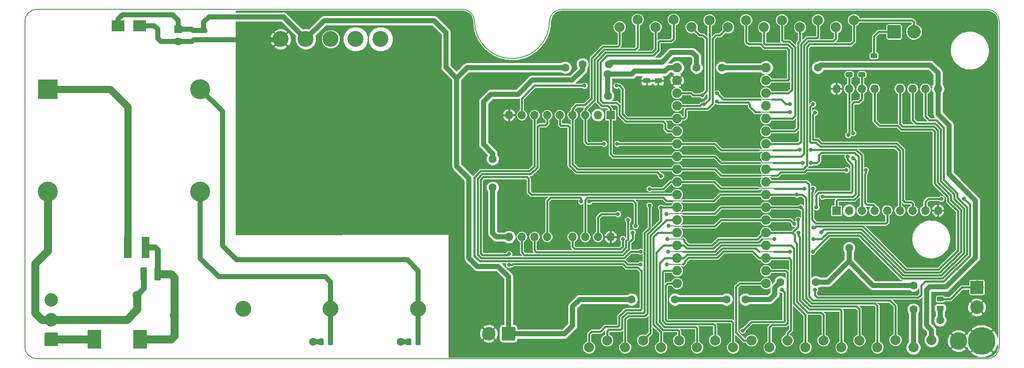
<source format=gbr>
%TF.GenerationSoftware,KiCad,Pcbnew,5.0.1*%
%TF.CreationDate,2018-10-23T16:01:19+11:00*%
%TF.ProjectId,FP1,4650312E6B696361645F706362000000,0.1*%
%TF.SameCoordinates,Original*%
%TF.FileFunction,Copper,L1,Top,Signal*%
%TF.FilePolarity,Positive*%
%FSLAX46Y46*%
G04 Gerber Fmt 4.6, Leading zero omitted, Abs format (unit mm)*
G04 Created by KiCad (PCBNEW 5.0.1) date Tue 23 Oct 2018 04:01:19 PM AEDT*
%MOMM*%
%LPD*%
G01*
G04 APERTURE LIST*
%ADD10C,0.150000*%
%ADD11C,5.500000*%
%ADD12C,3.500000*%
%ADD13C,2.700000*%
%ADD14C,0.975000*%
%ADD15R,2.700000X3.750000*%
%ADD16O,1.700000X1.700000*%
%ADD17R,1.700000X1.700000*%
%ADD18C,1.900000*%
%ADD19C,2.000000*%
%ADD20C,1.600000*%
%ADD21R,1.600000X1.600000*%
%ADD22C,1.800000*%
%ADD23R,4.000000X4.000000*%
%ADD24C,4.000000*%
%ADD25C,3.200000*%
%ADD26C,1.250000*%
%ADD27R,2.500000X2.300000*%
%ADD28R,1.500000X4.200000*%
%ADD29C,0.800000*%
%ADD30C,0.200000*%
%ADD31C,0.400000*%
%ADD32C,1.000000*%
%ADD33C,1.600000*%
%ADD34C,1.200000*%
%ADD35C,0.975000*%
%ADD36C,1.400000*%
%ADD37C,0.100000*%
G04 APERTURE END LIST*
D10*
X240100000Y-59500000D02*
G75*
G03X237599981Y-56999981I-2500019J0D01*
G01*
X237599981Y-127000019D02*
G75*
G03X240100000Y-124500000I0J2500019D01*
G01*
X45099981Y-124500000D02*
G75*
G03X47600000Y-127000019I2500019J0D01*
G01*
X45099981Y-59500000D02*
G75*
G02X47600000Y-56999981I2500019J0D01*
G01*
X135098002Y-59400080D02*
G75*
G03X132599981Y-56999981I-2498021J-99920D01*
G01*
X150101622Y-59409986D02*
G75*
G02X152600019Y-57000000I2498397J-90033D01*
G01*
X150100000Y-59400000D02*
G75*
G02X135100000Y-59400000I-7500000J0D01*
G01*
X237620000Y-57000000D02*
X152580000Y-57000000D01*
X45100000Y-124540000D02*
X45100000Y-59460000D01*
X47610000Y-57000000D02*
X132630000Y-57000000D01*
X240100000Y-124530000D02*
X240100000Y-59490000D01*
X47570000Y-127000000D02*
X237630000Y-127000000D01*
D11*
X236580000Y-123410000D03*
D12*
X231920000Y-123410000D03*
D13*
X235600000Y-116660000D03*
D10*
G36*
X236724503Y-111351204D02*
X236748772Y-111354804D01*
X236772570Y-111360765D01*
X236795670Y-111369030D01*
X236817849Y-111379520D01*
X236838892Y-111392133D01*
X236858598Y-111406748D01*
X236876776Y-111423224D01*
X236893252Y-111441402D01*
X236907867Y-111461108D01*
X236920480Y-111482151D01*
X236930970Y-111504330D01*
X236939235Y-111527430D01*
X236945196Y-111551228D01*
X236948796Y-111575497D01*
X236950000Y-111600001D01*
X236950000Y-113799999D01*
X236948796Y-113824503D01*
X236945196Y-113848772D01*
X236939235Y-113872570D01*
X236930970Y-113895670D01*
X236920480Y-113917849D01*
X236907867Y-113938892D01*
X236893252Y-113958598D01*
X236876776Y-113976776D01*
X236858598Y-113993252D01*
X236838892Y-114007867D01*
X236817849Y-114020480D01*
X236795670Y-114030970D01*
X236772570Y-114039235D01*
X236748772Y-114045196D01*
X236724503Y-114048796D01*
X236699999Y-114050000D01*
X234500001Y-114050000D01*
X234475497Y-114048796D01*
X234451228Y-114045196D01*
X234427430Y-114039235D01*
X234404330Y-114030970D01*
X234382151Y-114020480D01*
X234361108Y-114007867D01*
X234341402Y-113993252D01*
X234323224Y-113976776D01*
X234306748Y-113958598D01*
X234292133Y-113938892D01*
X234279520Y-113917849D01*
X234269030Y-113895670D01*
X234260765Y-113872570D01*
X234254804Y-113848772D01*
X234251204Y-113824503D01*
X234250000Y-113799999D01*
X234250000Y-111600001D01*
X234251204Y-111575497D01*
X234254804Y-111551228D01*
X234260765Y-111527430D01*
X234269030Y-111504330D01*
X234279520Y-111482151D01*
X234292133Y-111461108D01*
X234306748Y-111441402D01*
X234323224Y-111423224D01*
X234341402Y-111406748D01*
X234361108Y-111392133D01*
X234382151Y-111379520D01*
X234404330Y-111369030D01*
X234427430Y-111360765D01*
X234451228Y-111354804D01*
X234475497Y-111351204D01*
X234500001Y-111350000D01*
X236699999Y-111350000D01*
X236724503Y-111351204D01*
X236724503Y-111351204D01*
G37*
D13*
X235600000Y-112700000D03*
D10*
G36*
X220164503Y-60171204D02*
X220188772Y-60174804D01*
X220212570Y-60180765D01*
X220235670Y-60189030D01*
X220257849Y-60199520D01*
X220278892Y-60212133D01*
X220298598Y-60226748D01*
X220316776Y-60243224D01*
X220333252Y-60261402D01*
X220347867Y-60281108D01*
X220360480Y-60302151D01*
X220370970Y-60324330D01*
X220379235Y-60347430D01*
X220385196Y-60371228D01*
X220388796Y-60395497D01*
X220390000Y-60420001D01*
X220390000Y-62619999D01*
X220388796Y-62644503D01*
X220385196Y-62668772D01*
X220379235Y-62692570D01*
X220370970Y-62715670D01*
X220360480Y-62737849D01*
X220347867Y-62758892D01*
X220333252Y-62778598D01*
X220316776Y-62796776D01*
X220298598Y-62813252D01*
X220278892Y-62827867D01*
X220257849Y-62840480D01*
X220235670Y-62850970D01*
X220212570Y-62859235D01*
X220188772Y-62865196D01*
X220164503Y-62868796D01*
X220139999Y-62870000D01*
X217940001Y-62870000D01*
X217915497Y-62868796D01*
X217891228Y-62865196D01*
X217867430Y-62859235D01*
X217844330Y-62850970D01*
X217822151Y-62840480D01*
X217801108Y-62827867D01*
X217781402Y-62813252D01*
X217763224Y-62796776D01*
X217746748Y-62778598D01*
X217732133Y-62758892D01*
X217719520Y-62737849D01*
X217709030Y-62715670D01*
X217700765Y-62692570D01*
X217694804Y-62668772D01*
X217691204Y-62644503D01*
X217690000Y-62619999D01*
X217690000Y-60420001D01*
X217691204Y-60395497D01*
X217694804Y-60371228D01*
X217700765Y-60347430D01*
X217709030Y-60324330D01*
X217719520Y-60302151D01*
X217732133Y-60281108D01*
X217746748Y-60261402D01*
X217763224Y-60243224D01*
X217781402Y-60226748D01*
X217801108Y-60212133D01*
X217822151Y-60199520D01*
X217844330Y-60189030D01*
X217867430Y-60180765D01*
X217891228Y-60174804D01*
X217915497Y-60171204D01*
X217940001Y-60170000D01*
X220139999Y-60170000D01*
X220164503Y-60171204D01*
X220164503Y-60171204D01*
G37*
D13*
X219040000Y-61520000D03*
X223000000Y-61520000D03*
D10*
G36*
X228740142Y-116391174D02*
X228763803Y-116394684D01*
X228787007Y-116400496D01*
X228809529Y-116408554D01*
X228831153Y-116418782D01*
X228851670Y-116431079D01*
X228870883Y-116445329D01*
X228888607Y-116461393D01*
X228904671Y-116479117D01*
X228918921Y-116498330D01*
X228931218Y-116518847D01*
X228941446Y-116540471D01*
X228949504Y-116562993D01*
X228955316Y-116586197D01*
X228958826Y-116609858D01*
X228960000Y-116633750D01*
X228960000Y-117121250D01*
X228958826Y-117145142D01*
X228955316Y-117168803D01*
X228949504Y-117192007D01*
X228941446Y-117214529D01*
X228931218Y-117236153D01*
X228918921Y-117256670D01*
X228904671Y-117275883D01*
X228888607Y-117293607D01*
X228870883Y-117309671D01*
X228851670Y-117323921D01*
X228831153Y-117336218D01*
X228809529Y-117346446D01*
X228787007Y-117354504D01*
X228763803Y-117360316D01*
X228740142Y-117363826D01*
X228716250Y-117365000D01*
X227803750Y-117365000D01*
X227779858Y-117363826D01*
X227756197Y-117360316D01*
X227732993Y-117354504D01*
X227710471Y-117346446D01*
X227688847Y-117336218D01*
X227668330Y-117323921D01*
X227649117Y-117309671D01*
X227631393Y-117293607D01*
X227615329Y-117275883D01*
X227601079Y-117256670D01*
X227588782Y-117236153D01*
X227578554Y-117214529D01*
X227570496Y-117192007D01*
X227564684Y-117168803D01*
X227561174Y-117145142D01*
X227560000Y-117121250D01*
X227560000Y-116633750D01*
X227561174Y-116609858D01*
X227564684Y-116586197D01*
X227570496Y-116562993D01*
X227578554Y-116540471D01*
X227588782Y-116518847D01*
X227601079Y-116498330D01*
X227615329Y-116479117D01*
X227631393Y-116461393D01*
X227649117Y-116445329D01*
X227668330Y-116431079D01*
X227688847Y-116418782D01*
X227710471Y-116408554D01*
X227732993Y-116400496D01*
X227756197Y-116394684D01*
X227779858Y-116391174D01*
X227803750Y-116390000D01*
X228716250Y-116390000D01*
X228740142Y-116391174D01*
X228740142Y-116391174D01*
G37*
D14*
X228260000Y-116877500D03*
D10*
G36*
X228740142Y-114516174D02*
X228763803Y-114519684D01*
X228787007Y-114525496D01*
X228809529Y-114533554D01*
X228831153Y-114543782D01*
X228851670Y-114556079D01*
X228870883Y-114570329D01*
X228888607Y-114586393D01*
X228904671Y-114604117D01*
X228918921Y-114623330D01*
X228931218Y-114643847D01*
X228941446Y-114665471D01*
X228949504Y-114687993D01*
X228955316Y-114711197D01*
X228958826Y-114734858D01*
X228960000Y-114758750D01*
X228960000Y-115246250D01*
X228958826Y-115270142D01*
X228955316Y-115293803D01*
X228949504Y-115317007D01*
X228941446Y-115339529D01*
X228931218Y-115361153D01*
X228918921Y-115381670D01*
X228904671Y-115400883D01*
X228888607Y-115418607D01*
X228870883Y-115434671D01*
X228851670Y-115448921D01*
X228831153Y-115461218D01*
X228809529Y-115471446D01*
X228787007Y-115479504D01*
X228763803Y-115485316D01*
X228740142Y-115488826D01*
X228716250Y-115490000D01*
X227803750Y-115490000D01*
X227779858Y-115488826D01*
X227756197Y-115485316D01*
X227732993Y-115479504D01*
X227710471Y-115471446D01*
X227688847Y-115461218D01*
X227668330Y-115448921D01*
X227649117Y-115434671D01*
X227631393Y-115418607D01*
X227615329Y-115400883D01*
X227601079Y-115381670D01*
X227588782Y-115361153D01*
X227578554Y-115339529D01*
X227570496Y-115317007D01*
X227564684Y-115293803D01*
X227561174Y-115270142D01*
X227560000Y-115246250D01*
X227560000Y-114758750D01*
X227561174Y-114734858D01*
X227564684Y-114711197D01*
X227570496Y-114687993D01*
X227578554Y-114665471D01*
X227588782Y-114643847D01*
X227601079Y-114623330D01*
X227615329Y-114604117D01*
X227631393Y-114586393D01*
X227649117Y-114570329D01*
X227668330Y-114556079D01*
X227688847Y-114543782D01*
X227710471Y-114533554D01*
X227732993Y-114525496D01*
X227756197Y-114519684D01*
X227779858Y-114516174D01*
X227803750Y-114515000D01*
X228716250Y-114515000D01*
X228740142Y-114516174D01*
X228740142Y-114516174D01*
G37*
D14*
X228260000Y-115002500D03*
D10*
G36*
X215480142Y-65836174D02*
X215503803Y-65839684D01*
X215527007Y-65845496D01*
X215549529Y-65853554D01*
X215571153Y-65863782D01*
X215591670Y-65876079D01*
X215610883Y-65890329D01*
X215628607Y-65906393D01*
X215644671Y-65924117D01*
X215658921Y-65943330D01*
X215671218Y-65963847D01*
X215681446Y-65985471D01*
X215689504Y-66007993D01*
X215695316Y-66031197D01*
X215698826Y-66054858D01*
X215700000Y-66078750D01*
X215700000Y-66566250D01*
X215698826Y-66590142D01*
X215695316Y-66613803D01*
X215689504Y-66637007D01*
X215681446Y-66659529D01*
X215671218Y-66681153D01*
X215658921Y-66701670D01*
X215644671Y-66720883D01*
X215628607Y-66738607D01*
X215610883Y-66754671D01*
X215591670Y-66768921D01*
X215571153Y-66781218D01*
X215549529Y-66791446D01*
X215527007Y-66799504D01*
X215503803Y-66805316D01*
X215480142Y-66808826D01*
X215456250Y-66810000D01*
X214543750Y-66810000D01*
X214519858Y-66808826D01*
X214496197Y-66805316D01*
X214472993Y-66799504D01*
X214450471Y-66791446D01*
X214428847Y-66781218D01*
X214408330Y-66768921D01*
X214389117Y-66754671D01*
X214371393Y-66738607D01*
X214355329Y-66720883D01*
X214341079Y-66701670D01*
X214328782Y-66681153D01*
X214318554Y-66659529D01*
X214310496Y-66637007D01*
X214304684Y-66613803D01*
X214301174Y-66590142D01*
X214300000Y-66566250D01*
X214300000Y-66078750D01*
X214301174Y-66054858D01*
X214304684Y-66031197D01*
X214310496Y-66007993D01*
X214318554Y-65985471D01*
X214328782Y-65963847D01*
X214341079Y-65943330D01*
X214355329Y-65924117D01*
X214371393Y-65906393D01*
X214389117Y-65890329D01*
X214408330Y-65876079D01*
X214428847Y-65863782D01*
X214450471Y-65853554D01*
X214472993Y-65845496D01*
X214496197Y-65839684D01*
X214519858Y-65836174D01*
X214543750Y-65835000D01*
X215456250Y-65835000D01*
X215480142Y-65836174D01*
X215480142Y-65836174D01*
G37*
D14*
X215000000Y-66322500D03*
D10*
G36*
X215480142Y-67711174D02*
X215503803Y-67714684D01*
X215527007Y-67720496D01*
X215549529Y-67728554D01*
X215571153Y-67738782D01*
X215591670Y-67751079D01*
X215610883Y-67765329D01*
X215628607Y-67781393D01*
X215644671Y-67799117D01*
X215658921Y-67818330D01*
X215671218Y-67838847D01*
X215681446Y-67860471D01*
X215689504Y-67882993D01*
X215695316Y-67906197D01*
X215698826Y-67929858D01*
X215700000Y-67953750D01*
X215700000Y-68441250D01*
X215698826Y-68465142D01*
X215695316Y-68488803D01*
X215689504Y-68512007D01*
X215681446Y-68534529D01*
X215671218Y-68556153D01*
X215658921Y-68576670D01*
X215644671Y-68595883D01*
X215628607Y-68613607D01*
X215610883Y-68629671D01*
X215591670Y-68643921D01*
X215571153Y-68656218D01*
X215549529Y-68666446D01*
X215527007Y-68674504D01*
X215503803Y-68680316D01*
X215480142Y-68683826D01*
X215456250Y-68685000D01*
X214543750Y-68685000D01*
X214519858Y-68683826D01*
X214496197Y-68680316D01*
X214472993Y-68674504D01*
X214450471Y-68666446D01*
X214428847Y-68656218D01*
X214408330Y-68643921D01*
X214389117Y-68629671D01*
X214371393Y-68613607D01*
X214355329Y-68595883D01*
X214341079Y-68576670D01*
X214328782Y-68556153D01*
X214318554Y-68534529D01*
X214310496Y-68512007D01*
X214304684Y-68488803D01*
X214301174Y-68465142D01*
X214300000Y-68441250D01*
X214300000Y-67953750D01*
X214301174Y-67929858D01*
X214304684Y-67906197D01*
X214310496Y-67882993D01*
X214318554Y-67860471D01*
X214328782Y-67838847D01*
X214341079Y-67818330D01*
X214355329Y-67799117D01*
X214371393Y-67781393D01*
X214389117Y-67765329D01*
X214408330Y-67751079D01*
X214428847Y-67738782D01*
X214450471Y-67728554D01*
X214472993Y-67720496D01*
X214496197Y-67714684D01*
X214519858Y-67711174D01*
X214543750Y-67710000D01*
X215456250Y-67710000D01*
X215480142Y-67711174D01*
X215480142Y-67711174D01*
G37*
D14*
X215000000Y-68197500D03*
D15*
X59010000Y-123090000D03*
X68210000Y-123090000D03*
D16*
X154690000Y-102590000D03*
X157230000Y-102590000D03*
X162310000Y-102590000D03*
X159770000Y-102590000D03*
X149610000Y-102590000D03*
X141990000Y-102590000D03*
X144530000Y-102590000D03*
X147070000Y-102590000D03*
X154690000Y-78190000D03*
X144530000Y-78190000D03*
X159770000Y-78190000D03*
X147070000Y-78190000D03*
X141990000Y-78190000D03*
D17*
X162310000Y-78190000D03*
D16*
X149610000Y-78190000D03*
X152150000Y-78190000D03*
X157230000Y-78190000D03*
D18*
X193390000Y-111890000D03*
X193390000Y-109350000D03*
X193390000Y-106810000D03*
X193390000Y-104270000D03*
X193390000Y-101730000D03*
X193390000Y-99190000D03*
X193390000Y-96650000D03*
X193390000Y-94110000D03*
X193390000Y-91570000D03*
X193390000Y-89030000D03*
X193390000Y-86490000D03*
X193390000Y-83950000D03*
X193390000Y-81410000D03*
X193390000Y-78870000D03*
X193390000Y-76330000D03*
X193390000Y-73790000D03*
X193390000Y-71250000D03*
X193390000Y-68710000D03*
X175610000Y-111890000D03*
X175610000Y-109350000D03*
X175610000Y-106810000D03*
X175610000Y-104270000D03*
X175610000Y-101730000D03*
X175610000Y-99190000D03*
X175610000Y-96650000D03*
X175610000Y-94110000D03*
X175610000Y-91570000D03*
X175610000Y-89030000D03*
X175610000Y-86490000D03*
X175610000Y-83950000D03*
X175610000Y-81410000D03*
X175610000Y-78870000D03*
X175610000Y-76330000D03*
X175610000Y-73790000D03*
X175610000Y-71250000D03*
X175610000Y-68710000D03*
D16*
X215110000Y-72910000D03*
X212570000Y-72910000D03*
X207490000Y-72910000D03*
X210030000Y-72910000D03*
X220190000Y-72910000D03*
X227810000Y-72910000D03*
X225270000Y-72910000D03*
X222730000Y-72910000D03*
X215110000Y-97310000D03*
X225270000Y-97310000D03*
X210030000Y-97310000D03*
X222730000Y-97310000D03*
X227810000Y-97310000D03*
D17*
X207490000Y-97310000D03*
D16*
X220190000Y-97310000D03*
X217650000Y-97310000D03*
X212570000Y-97310000D03*
D19*
X176000000Y-123300000D03*
X158000000Y-124700000D03*
X179600000Y-124700000D03*
X172400000Y-124700000D03*
X186800000Y-124700000D03*
X165200000Y-124700000D03*
X168800000Y-123300000D03*
X161600000Y-123300000D03*
X183200000Y-123300000D03*
X194100000Y-124700000D03*
X197700000Y-123300000D03*
X212100000Y-123300000D03*
X208500000Y-124700000D03*
X204900000Y-123300000D03*
X215700000Y-124700000D03*
X190500000Y-123300000D03*
X201300000Y-124700000D03*
X222900000Y-124700000D03*
X219300000Y-123200000D03*
X226500000Y-123220000D03*
X207400000Y-60600000D03*
X200200000Y-60600000D03*
X211000000Y-59200000D03*
X196600000Y-59200000D03*
X203800000Y-59200000D03*
X171300000Y-60600000D03*
X167700000Y-59100000D03*
X193000000Y-60600000D03*
X189400000Y-59200000D03*
X164100000Y-60600000D03*
X174900000Y-59100000D03*
X178500000Y-60600000D03*
X182100000Y-59200000D03*
X185800000Y-60600000D03*
D20*
X75800000Y-63500000D03*
D21*
X75800000Y-61000000D03*
D22*
X75050000Y-118300000D03*
X67550000Y-114300000D03*
D10*
G36*
X143014503Y-120591204D02*
X143038772Y-120594804D01*
X143062570Y-120600765D01*
X143085670Y-120609030D01*
X143107849Y-120619520D01*
X143128892Y-120632133D01*
X143148598Y-120646748D01*
X143166776Y-120663224D01*
X143183252Y-120681402D01*
X143197867Y-120701108D01*
X143210480Y-120722151D01*
X143220970Y-120744330D01*
X143229235Y-120767430D01*
X143235196Y-120791228D01*
X143238796Y-120815497D01*
X143240000Y-120840001D01*
X143240000Y-123039999D01*
X143238796Y-123064503D01*
X143235196Y-123088772D01*
X143229235Y-123112570D01*
X143220970Y-123135670D01*
X143210480Y-123157849D01*
X143197867Y-123178892D01*
X143183252Y-123198598D01*
X143166776Y-123216776D01*
X143148598Y-123233252D01*
X143128892Y-123247867D01*
X143107849Y-123260480D01*
X143085670Y-123270970D01*
X143062570Y-123279235D01*
X143038772Y-123285196D01*
X143014503Y-123288796D01*
X142989999Y-123290000D01*
X140790001Y-123290000D01*
X140765497Y-123288796D01*
X140741228Y-123285196D01*
X140717430Y-123279235D01*
X140694330Y-123270970D01*
X140672151Y-123260480D01*
X140651108Y-123247867D01*
X140631402Y-123233252D01*
X140613224Y-123216776D01*
X140596748Y-123198598D01*
X140582133Y-123178892D01*
X140569520Y-123157849D01*
X140559030Y-123135670D01*
X140550765Y-123112570D01*
X140544804Y-123088772D01*
X140541204Y-123064503D01*
X140540000Y-123039999D01*
X140540000Y-120840001D01*
X140541204Y-120815497D01*
X140544804Y-120791228D01*
X140550765Y-120767430D01*
X140559030Y-120744330D01*
X140569520Y-120722151D01*
X140582133Y-120701108D01*
X140596748Y-120681402D01*
X140613224Y-120663224D01*
X140631402Y-120646748D01*
X140651108Y-120632133D01*
X140672151Y-120619520D01*
X140694330Y-120609030D01*
X140717430Y-120600765D01*
X140741228Y-120594804D01*
X140765497Y-120591204D01*
X140790001Y-120590000D01*
X142989999Y-120590000D01*
X143014503Y-120591204D01*
X143014503Y-120591204D01*
G37*
D13*
X141890000Y-121940000D03*
X137930000Y-121940000D03*
D23*
X49685000Y-72995000D03*
D24*
X80235000Y-72995000D03*
X49685000Y-93545000D03*
X80235000Y-93545000D03*
D25*
X106300000Y-63000000D03*
X116300000Y-63000000D03*
X111300000Y-63000000D03*
X96300000Y-63000000D03*
X101300000Y-63000000D03*
X106300000Y-117000000D03*
X123800000Y-117000000D03*
X88800000Y-117000000D03*
D10*
G36*
X81380142Y-62651174D02*
X81403803Y-62654684D01*
X81427007Y-62660496D01*
X81449529Y-62668554D01*
X81471153Y-62678782D01*
X81491670Y-62691079D01*
X81510883Y-62705329D01*
X81528607Y-62721393D01*
X81544671Y-62739117D01*
X81558921Y-62758330D01*
X81571218Y-62778847D01*
X81581446Y-62800471D01*
X81589504Y-62822993D01*
X81595316Y-62846197D01*
X81598826Y-62869858D01*
X81600000Y-62893750D01*
X81600000Y-63381250D01*
X81598826Y-63405142D01*
X81595316Y-63428803D01*
X81589504Y-63452007D01*
X81581446Y-63474529D01*
X81571218Y-63496153D01*
X81558921Y-63516670D01*
X81544671Y-63535883D01*
X81528607Y-63553607D01*
X81510883Y-63569671D01*
X81491670Y-63583921D01*
X81471153Y-63596218D01*
X81449529Y-63606446D01*
X81427007Y-63614504D01*
X81403803Y-63620316D01*
X81380142Y-63623826D01*
X81356250Y-63625000D01*
X80443750Y-63625000D01*
X80419858Y-63623826D01*
X80396197Y-63620316D01*
X80372993Y-63614504D01*
X80350471Y-63606446D01*
X80328847Y-63596218D01*
X80308330Y-63583921D01*
X80289117Y-63569671D01*
X80271393Y-63553607D01*
X80255329Y-63535883D01*
X80241079Y-63516670D01*
X80228782Y-63496153D01*
X80218554Y-63474529D01*
X80210496Y-63452007D01*
X80204684Y-63428803D01*
X80201174Y-63405142D01*
X80200000Y-63381250D01*
X80200000Y-62893750D01*
X80201174Y-62869858D01*
X80204684Y-62846197D01*
X80210496Y-62822993D01*
X80218554Y-62800471D01*
X80228782Y-62778847D01*
X80241079Y-62758330D01*
X80255329Y-62739117D01*
X80271393Y-62721393D01*
X80289117Y-62705329D01*
X80308330Y-62691079D01*
X80328847Y-62678782D01*
X80350471Y-62668554D01*
X80372993Y-62660496D01*
X80396197Y-62654684D01*
X80419858Y-62651174D01*
X80443750Y-62650000D01*
X81356250Y-62650000D01*
X81380142Y-62651174D01*
X81380142Y-62651174D01*
G37*
D14*
X80900000Y-63137500D03*
D10*
G36*
X81380142Y-60776174D02*
X81403803Y-60779684D01*
X81427007Y-60785496D01*
X81449529Y-60793554D01*
X81471153Y-60803782D01*
X81491670Y-60816079D01*
X81510883Y-60830329D01*
X81528607Y-60846393D01*
X81544671Y-60864117D01*
X81558921Y-60883330D01*
X81571218Y-60903847D01*
X81581446Y-60925471D01*
X81589504Y-60947993D01*
X81595316Y-60971197D01*
X81598826Y-60994858D01*
X81600000Y-61018750D01*
X81600000Y-61506250D01*
X81598826Y-61530142D01*
X81595316Y-61553803D01*
X81589504Y-61577007D01*
X81581446Y-61599529D01*
X81571218Y-61621153D01*
X81558921Y-61641670D01*
X81544671Y-61660883D01*
X81528607Y-61678607D01*
X81510883Y-61694671D01*
X81491670Y-61708921D01*
X81471153Y-61721218D01*
X81449529Y-61731446D01*
X81427007Y-61739504D01*
X81403803Y-61745316D01*
X81380142Y-61748826D01*
X81356250Y-61750000D01*
X80443750Y-61750000D01*
X80419858Y-61748826D01*
X80396197Y-61745316D01*
X80372993Y-61739504D01*
X80350471Y-61731446D01*
X80328847Y-61721218D01*
X80308330Y-61708921D01*
X80289117Y-61694671D01*
X80271393Y-61678607D01*
X80255329Y-61660883D01*
X80241079Y-61641670D01*
X80228782Y-61621153D01*
X80218554Y-61599529D01*
X80210496Y-61577007D01*
X80204684Y-61553803D01*
X80201174Y-61530142D01*
X80200000Y-61506250D01*
X80200000Y-61018750D01*
X80201174Y-60994858D01*
X80204684Y-60971197D01*
X80210496Y-60947993D01*
X80218554Y-60925471D01*
X80228782Y-60903847D01*
X80241079Y-60883330D01*
X80255329Y-60864117D01*
X80271393Y-60846393D01*
X80289117Y-60830329D01*
X80308330Y-60816079D01*
X80328847Y-60803782D01*
X80350471Y-60793554D01*
X80372993Y-60785496D01*
X80396197Y-60779684D01*
X80419858Y-60776174D01*
X80443750Y-60775000D01*
X81356250Y-60775000D01*
X81380142Y-60776174D01*
X81380142Y-60776174D01*
G37*
D14*
X80900000Y-61262500D03*
D10*
G36*
X106555142Y-122891174D02*
X106578803Y-122894684D01*
X106602007Y-122900496D01*
X106624529Y-122908554D01*
X106646153Y-122918782D01*
X106666670Y-122931079D01*
X106685883Y-122945329D01*
X106703607Y-122961393D01*
X106719671Y-122979117D01*
X106733921Y-122998330D01*
X106746218Y-123018847D01*
X106756446Y-123040471D01*
X106764504Y-123062993D01*
X106770316Y-123086197D01*
X106773826Y-123109858D01*
X106775000Y-123133750D01*
X106775000Y-124046250D01*
X106773826Y-124070142D01*
X106770316Y-124093803D01*
X106764504Y-124117007D01*
X106756446Y-124139529D01*
X106746218Y-124161153D01*
X106733921Y-124181670D01*
X106719671Y-124200883D01*
X106703607Y-124218607D01*
X106685883Y-124234671D01*
X106666670Y-124248921D01*
X106646153Y-124261218D01*
X106624529Y-124271446D01*
X106602007Y-124279504D01*
X106578803Y-124285316D01*
X106555142Y-124288826D01*
X106531250Y-124290000D01*
X106043750Y-124290000D01*
X106019858Y-124288826D01*
X105996197Y-124285316D01*
X105972993Y-124279504D01*
X105950471Y-124271446D01*
X105928847Y-124261218D01*
X105908330Y-124248921D01*
X105889117Y-124234671D01*
X105871393Y-124218607D01*
X105855329Y-124200883D01*
X105841079Y-124181670D01*
X105828782Y-124161153D01*
X105818554Y-124139529D01*
X105810496Y-124117007D01*
X105804684Y-124093803D01*
X105801174Y-124070142D01*
X105800000Y-124046250D01*
X105800000Y-123133750D01*
X105801174Y-123109858D01*
X105804684Y-123086197D01*
X105810496Y-123062993D01*
X105818554Y-123040471D01*
X105828782Y-123018847D01*
X105841079Y-122998330D01*
X105855329Y-122979117D01*
X105871393Y-122961393D01*
X105889117Y-122945329D01*
X105908330Y-122931079D01*
X105928847Y-122918782D01*
X105950471Y-122908554D01*
X105972993Y-122900496D01*
X105996197Y-122894684D01*
X106019858Y-122891174D01*
X106043750Y-122890000D01*
X106531250Y-122890000D01*
X106555142Y-122891174D01*
X106555142Y-122891174D01*
G37*
D14*
X106287500Y-123590000D03*
D10*
G36*
X104680142Y-122891174D02*
X104703803Y-122894684D01*
X104727007Y-122900496D01*
X104749529Y-122908554D01*
X104771153Y-122918782D01*
X104791670Y-122931079D01*
X104810883Y-122945329D01*
X104828607Y-122961393D01*
X104844671Y-122979117D01*
X104858921Y-122998330D01*
X104871218Y-123018847D01*
X104881446Y-123040471D01*
X104889504Y-123062993D01*
X104895316Y-123086197D01*
X104898826Y-123109858D01*
X104900000Y-123133750D01*
X104900000Y-124046250D01*
X104898826Y-124070142D01*
X104895316Y-124093803D01*
X104889504Y-124117007D01*
X104881446Y-124139529D01*
X104871218Y-124161153D01*
X104858921Y-124181670D01*
X104844671Y-124200883D01*
X104828607Y-124218607D01*
X104810883Y-124234671D01*
X104791670Y-124248921D01*
X104771153Y-124261218D01*
X104749529Y-124271446D01*
X104727007Y-124279504D01*
X104703803Y-124285316D01*
X104680142Y-124288826D01*
X104656250Y-124290000D01*
X104168750Y-124290000D01*
X104144858Y-124288826D01*
X104121197Y-124285316D01*
X104097993Y-124279504D01*
X104075471Y-124271446D01*
X104053847Y-124261218D01*
X104033330Y-124248921D01*
X104014117Y-124234671D01*
X103996393Y-124218607D01*
X103980329Y-124200883D01*
X103966079Y-124181670D01*
X103953782Y-124161153D01*
X103943554Y-124139529D01*
X103935496Y-124117007D01*
X103929684Y-124093803D01*
X103926174Y-124070142D01*
X103925000Y-124046250D01*
X103925000Y-123133750D01*
X103926174Y-123109858D01*
X103929684Y-123086197D01*
X103935496Y-123062993D01*
X103943554Y-123040471D01*
X103953782Y-123018847D01*
X103966079Y-122998330D01*
X103980329Y-122979117D01*
X103996393Y-122961393D01*
X104014117Y-122945329D01*
X104033330Y-122931079D01*
X104053847Y-122918782D01*
X104075471Y-122908554D01*
X104097993Y-122900496D01*
X104121197Y-122894684D01*
X104144858Y-122891174D01*
X104168750Y-122890000D01*
X104656250Y-122890000D01*
X104680142Y-122891174D01*
X104680142Y-122891174D01*
G37*
D14*
X104412500Y-123590000D03*
D10*
G36*
X170040142Y-70811174D02*
X170063803Y-70814684D01*
X170087007Y-70820496D01*
X170109529Y-70828554D01*
X170131153Y-70838782D01*
X170151670Y-70851079D01*
X170170883Y-70865329D01*
X170188607Y-70881393D01*
X170204671Y-70899117D01*
X170218921Y-70918330D01*
X170231218Y-70938847D01*
X170241446Y-70960471D01*
X170249504Y-70982993D01*
X170255316Y-71006197D01*
X170258826Y-71029858D01*
X170260000Y-71053750D01*
X170260000Y-71541250D01*
X170258826Y-71565142D01*
X170255316Y-71588803D01*
X170249504Y-71612007D01*
X170241446Y-71634529D01*
X170231218Y-71656153D01*
X170218921Y-71676670D01*
X170204671Y-71695883D01*
X170188607Y-71713607D01*
X170170883Y-71729671D01*
X170151670Y-71743921D01*
X170131153Y-71756218D01*
X170109529Y-71766446D01*
X170087007Y-71774504D01*
X170063803Y-71780316D01*
X170040142Y-71783826D01*
X170016250Y-71785000D01*
X169103750Y-71785000D01*
X169079858Y-71783826D01*
X169056197Y-71780316D01*
X169032993Y-71774504D01*
X169010471Y-71766446D01*
X168988847Y-71756218D01*
X168968330Y-71743921D01*
X168949117Y-71729671D01*
X168931393Y-71713607D01*
X168915329Y-71695883D01*
X168901079Y-71676670D01*
X168888782Y-71656153D01*
X168878554Y-71634529D01*
X168870496Y-71612007D01*
X168864684Y-71588803D01*
X168861174Y-71565142D01*
X168860000Y-71541250D01*
X168860000Y-71053750D01*
X168861174Y-71029858D01*
X168864684Y-71006197D01*
X168870496Y-70982993D01*
X168878554Y-70960471D01*
X168888782Y-70938847D01*
X168901079Y-70918330D01*
X168915329Y-70899117D01*
X168931393Y-70881393D01*
X168949117Y-70865329D01*
X168968330Y-70851079D01*
X168988847Y-70838782D01*
X169010471Y-70828554D01*
X169032993Y-70820496D01*
X169056197Y-70814684D01*
X169079858Y-70811174D01*
X169103750Y-70810000D01*
X170016250Y-70810000D01*
X170040142Y-70811174D01*
X170040142Y-70811174D01*
G37*
D14*
X169560000Y-71297500D03*
D10*
G36*
X170040142Y-68936174D02*
X170063803Y-68939684D01*
X170087007Y-68945496D01*
X170109529Y-68953554D01*
X170131153Y-68963782D01*
X170151670Y-68976079D01*
X170170883Y-68990329D01*
X170188607Y-69006393D01*
X170204671Y-69024117D01*
X170218921Y-69043330D01*
X170231218Y-69063847D01*
X170241446Y-69085471D01*
X170249504Y-69107993D01*
X170255316Y-69131197D01*
X170258826Y-69154858D01*
X170260000Y-69178750D01*
X170260000Y-69666250D01*
X170258826Y-69690142D01*
X170255316Y-69713803D01*
X170249504Y-69737007D01*
X170241446Y-69759529D01*
X170231218Y-69781153D01*
X170218921Y-69801670D01*
X170204671Y-69820883D01*
X170188607Y-69838607D01*
X170170883Y-69854671D01*
X170151670Y-69868921D01*
X170131153Y-69881218D01*
X170109529Y-69891446D01*
X170087007Y-69899504D01*
X170063803Y-69905316D01*
X170040142Y-69908826D01*
X170016250Y-69910000D01*
X169103750Y-69910000D01*
X169079858Y-69908826D01*
X169056197Y-69905316D01*
X169032993Y-69899504D01*
X169010471Y-69891446D01*
X168988847Y-69881218D01*
X168968330Y-69868921D01*
X168949117Y-69854671D01*
X168931393Y-69838607D01*
X168915329Y-69820883D01*
X168901079Y-69801670D01*
X168888782Y-69781153D01*
X168878554Y-69759529D01*
X168870496Y-69737007D01*
X168864684Y-69713803D01*
X168861174Y-69690142D01*
X168860000Y-69666250D01*
X168860000Y-69178750D01*
X168861174Y-69154858D01*
X168864684Y-69131197D01*
X168870496Y-69107993D01*
X168878554Y-69085471D01*
X168888782Y-69063847D01*
X168901079Y-69043330D01*
X168915329Y-69024117D01*
X168931393Y-69006393D01*
X168949117Y-68990329D01*
X168968330Y-68976079D01*
X168988847Y-68963782D01*
X169010471Y-68953554D01*
X169032993Y-68945496D01*
X169056197Y-68939684D01*
X169079858Y-68936174D01*
X169103750Y-68935000D01*
X170016250Y-68935000D01*
X170040142Y-68936174D01*
X170040142Y-68936174D01*
G37*
D14*
X169560000Y-69422500D03*
D10*
G36*
X172340142Y-70811174D02*
X172363803Y-70814684D01*
X172387007Y-70820496D01*
X172409529Y-70828554D01*
X172431153Y-70838782D01*
X172451670Y-70851079D01*
X172470883Y-70865329D01*
X172488607Y-70881393D01*
X172504671Y-70899117D01*
X172518921Y-70918330D01*
X172531218Y-70938847D01*
X172541446Y-70960471D01*
X172549504Y-70982993D01*
X172555316Y-71006197D01*
X172558826Y-71029858D01*
X172560000Y-71053750D01*
X172560000Y-71541250D01*
X172558826Y-71565142D01*
X172555316Y-71588803D01*
X172549504Y-71612007D01*
X172541446Y-71634529D01*
X172531218Y-71656153D01*
X172518921Y-71676670D01*
X172504671Y-71695883D01*
X172488607Y-71713607D01*
X172470883Y-71729671D01*
X172451670Y-71743921D01*
X172431153Y-71756218D01*
X172409529Y-71766446D01*
X172387007Y-71774504D01*
X172363803Y-71780316D01*
X172340142Y-71783826D01*
X172316250Y-71785000D01*
X171403750Y-71785000D01*
X171379858Y-71783826D01*
X171356197Y-71780316D01*
X171332993Y-71774504D01*
X171310471Y-71766446D01*
X171288847Y-71756218D01*
X171268330Y-71743921D01*
X171249117Y-71729671D01*
X171231393Y-71713607D01*
X171215329Y-71695883D01*
X171201079Y-71676670D01*
X171188782Y-71656153D01*
X171178554Y-71634529D01*
X171170496Y-71612007D01*
X171164684Y-71588803D01*
X171161174Y-71565142D01*
X171160000Y-71541250D01*
X171160000Y-71053750D01*
X171161174Y-71029858D01*
X171164684Y-71006197D01*
X171170496Y-70982993D01*
X171178554Y-70960471D01*
X171188782Y-70938847D01*
X171201079Y-70918330D01*
X171215329Y-70899117D01*
X171231393Y-70881393D01*
X171249117Y-70865329D01*
X171268330Y-70851079D01*
X171288847Y-70838782D01*
X171310471Y-70828554D01*
X171332993Y-70820496D01*
X171356197Y-70814684D01*
X171379858Y-70811174D01*
X171403750Y-70810000D01*
X172316250Y-70810000D01*
X172340142Y-70811174D01*
X172340142Y-70811174D01*
G37*
D14*
X171860000Y-71297500D03*
D10*
G36*
X172340142Y-68936174D02*
X172363803Y-68939684D01*
X172387007Y-68945496D01*
X172409529Y-68953554D01*
X172431153Y-68963782D01*
X172451670Y-68976079D01*
X172470883Y-68990329D01*
X172488607Y-69006393D01*
X172504671Y-69024117D01*
X172518921Y-69043330D01*
X172531218Y-69063847D01*
X172541446Y-69085471D01*
X172549504Y-69107993D01*
X172555316Y-69131197D01*
X172558826Y-69154858D01*
X172560000Y-69178750D01*
X172560000Y-69666250D01*
X172558826Y-69690142D01*
X172555316Y-69713803D01*
X172549504Y-69737007D01*
X172541446Y-69759529D01*
X172531218Y-69781153D01*
X172518921Y-69801670D01*
X172504671Y-69820883D01*
X172488607Y-69838607D01*
X172470883Y-69854671D01*
X172451670Y-69868921D01*
X172431153Y-69881218D01*
X172409529Y-69891446D01*
X172387007Y-69899504D01*
X172363803Y-69905316D01*
X172340142Y-69908826D01*
X172316250Y-69910000D01*
X171403750Y-69910000D01*
X171379858Y-69908826D01*
X171356197Y-69905316D01*
X171332993Y-69899504D01*
X171310471Y-69891446D01*
X171288847Y-69881218D01*
X171268330Y-69868921D01*
X171249117Y-69854671D01*
X171231393Y-69838607D01*
X171215329Y-69820883D01*
X171201079Y-69801670D01*
X171188782Y-69781153D01*
X171178554Y-69759529D01*
X171170496Y-69737007D01*
X171164684Y-69713803D01*
X171161174Y-69690142D01*
X171160000Y-69666250D01*
X171160000Y-69178750D01*
X171161174Y-69154858D01*
X171164684Y-69131197D01*
X171170496Y-69107993D01*
X171178554Y-69085471D01*
X171188782Y-69063847D01*
X171201079Y-69043330D01*
X171215329Y-69024117D01*
X171231393Y-69006393D01*
X171249117Y-68990329D01*
X171268330Y-68976079D01*
X171288847Y-68963782D01*
X171310471Y-68953554D01*
X171332993Y-68945496D01*
X171356197Y-68939684D01*
X171379858Y-68936174D01*
X171403750Y-68935000D01*
X172316250Y-68935000D01*
X172340142Y-68936174D01*
X172340142Y-68936174D01*
G37*
D14*
X171860000Y-69422500D03*
D10*
G36*
X122200142Y-122891174D02*
X122223803Y-122894684D01*
X122247007Y-122900496D01*
X122269529Y-122908554D01*
X122291153Y-122918782D01*
X122311670Y-122931079D01*
X122330883Y-122945329D01*
X122348607Y-122961393D01*
X122364671Y-122979117D01*
X122378921Y-122998330D01*
X122391218Y-123018847D01*
X122401446Y-123040471D01*
X122409504Y-123062993D01*
X122415316Y-123086197D01*
X122418826Y-123109858D01*
X122420000Y-123133750D01*
X122420000Y-124046250D01*
X122418826Y-124070142D01*
X122415316Y-124093803D01*
X122409504Y-124117007D01*
X122401446Y-124139529D01*
X122391218Y-124161153D01*
X122378921Y-124181670D01*
X122364671Y-124200883D01*
X122348607Y-124218607D01*
X122330883Y-124234671D01*
X122311670Y-124248921D01*
X122291153Y-124261218D01*
X122269529Y-124271446D01*
X122247007Y-124279504D01*
X122223803Y-124285316D01*
X122200142Y-124288826D01*
X122176250Y-124290000D01*
X121688750Y-124290000D01*
X121664858Y-124288826D01*
X121641197Y-124285316D01*
X121617993Y-124279504D01*
X121595471Y-124271446D01*
X121573847Y-124261218D01*
X121553330Y-124248921D01*
X121534117Y-124234671D01*
X121516393Y-124218607D01*
X121500329Y-124200883D01*
X121486079Y-124181670D01*
X121473782Y-124161153D01*
X121463554Y-124139529D01*
X121455496Y-124117007D01*
X121449684Y-124093803D01*
X121446174Y-124070142D01*
X121445000Y-124046250D01*
X121445000Y-123133750D01*
X121446174Y-123109858D01*
X121449684Y-123086197D01*
X121455496Y-123062993D01*
X121463554Y-123040471D01*
X121473782Y-123018847D01*
X121486079Y-122998330D01*
X121500329Y-122979117D01*
X121516393Y-122961393D01*
X121534117Y-122945329D01*
X121553330Y-122931079D01*
X121573847Y-122918782D01*
X121595471Y-122908554D01*
X121617993Y-122900496D01*
X121641197Y-122894684D01*
X121664858Y-122891174D01*
X121688750Y-122890000D01*
X122176250Y-122890000D01*
X122200142Y-122891174D01*
X122200142Y-122891174D01*
G37*
D14*
X121932500Y-123590000D03*
D10*
G36*
X124075142Y-122891174D02*
X124098803Y-122894684D01*
X124122007Y-122900496D01*
X124144529Y-122908554D01*
X124166153Y-122918782D01*
X124186670Y-122931079D01*
X124205883Y-122945329D01*
X124223607Y-122961393D01*
X124239671Y-122979117D01*
X124253921Y-122998330D01*
X124266218Y-123018847D01*
X124276446Y-123040471D01*
X124284504Y-123062993D01*
X124290316Y-123086197D01*
X124293826Y-123109858D01*
X124295000Y-123133750D01*
X124295000Y-124046250D01*
X124293826Y-124070142D01*
X124290316Y-124093803D01*
X124284504Y-124117007D01*
X124276446Y-124139529D01*
X124266218Y-124161153D01*
X124253921Y-124181670D01*
X124239671Y-124200883D01*
X124223607Y-124218607D01*
X124205883Y-124234671D01*
X124186670Y-124248921D01*
X124166153Y-124261218D01*
X124144529Y-124271446D01*
X124122007Y-124279504D01*
X124098803Y-124285316D01*
X124075142Y-124288826D01*
X124051250Y-124290000D01*
X123563750Y-124290000D01*
X123539858Y-124288826D01*
X123516197Y-124285316D01*
X123492993Y-124279504D01*
X123470471Y-124271446D01*
X123448847Y-124261218D01*
X123428330Y-124248921D01*
X123409117Y-124234671D01*
X123391393Y-124218607D01*
X123375329Y-124200883D01*
X123361079Y-124181670D01*
X123348782Y-124161153D01*
X123338554Y-124139529D01*
X123330496Y-124117007D01*
X123324684Y-124093803D01*
X123321174Y-124070142D01*
X123320000Y-124046250D01*
X123320000Y-123133750D01*
X123321174Y-123109858D01*
X123324684Y-123086197D01*
X123330496Y-123062993D01*
X123338554Y-123040471D01*
X123348782Y-123018847D01*
X123361079Y-122998330D01*
X123375329Y-122979117D01*
X123391393Y-122961393D01*
X123409117Y-122945329D01*
X123428330Y-122931079D01*
X123448847Y-122918782D01*
X123470471Y-122908554D01*
X123492993Y-122900496D01*
X123516197Y-122894684D01*
X123539858Y-122891174D01*
X123563750Y-122890000D01*
X124051250Y-122890000D01*
X124075142Y-122891174D01*
X124075142Y-122891174D01*
G37*
D14*
X123807500Y-123590000D03*
D10*
G36*
X69309504Y-108676204D02*
X69333773Y-108679804D01*
X69357571Y-108685765D01*
X69380671Y-108694030D01*
X69402849Y-108704520D01*
X69423893Y-108717133D01*
X69443598Y-108731747D01*
X69461777Y-108748223D01*
X69478253Y-108766402D01*
X69492867Y-108786107D01*
X69505480Y-108807151D01*
X69515970Y-108829329D01*
X69524235Y-108852429D01*
X69530196Y-108876227D01*
X69533796Y-108900496D01*
X69535000Y-108925000D01*
X69535000Y-111075000D01*
X69533796Y-111099504D01*
X69530196Y-111123773D01*
X69524235Y-111147571D01*
X69515970Y-111170671D01*
X69505480Y-111192849D01*
X69492867Y-111213893D01*
X69478253Y-111233598D01*
X69461777Y-111251777D01*
X69443598Y-111268253D01*
X69423893Y-111282867D01*
X69402849Y-111295480D01*
X69380671Y-111305970D01*
X69357571Y-111314235D01*
X69333773Y-111320196D01*
X69309504Y-111323796D01*
X69285000Y-111325000D01*
X68535000Y-111325000D01*
X68510496Y-111323796D01*
X68486227Y-111320196D01*
X68462429Y-111314235D01*
X68439329Y-111305970D01*
X68417151Y-111295480D01*
X68396107Y-111282867D01*
X68376402Y-111268253D01*
X68358223Y-111251777D01*
X68341747Y-111233598D01*
X68327133Y-111213893D01*
X68314520Y-111192849D01*
X68304030Y-111170671D01*
X68295765Y-111147571D01*
X68289804Y-111123773D01*
X68286204Y-111099504D01*
X68285000Y-111075000D01*
X68285000Y-108925000D01*
X68286204Y-108900496D01*
X68289804Y-108876227D01*
X68295765Y-108852429D01*
X68304030Y-108829329D01*
X68314520Y-108807151D01*
X68327133Y-108786107D01*
X68341747Y-108766402D01*
X68358223Y-108748223D01*
X68376402Y-108731747D01*
X68396107Y-108717133D01*
X68417151Y-108704520D01*
X68439329Y-108694030D01*
X68462429Y-108685765D01*
X68486227Y-108679804D01*
X68510496Y-108676204D01*
X68535000Y-108675000D01*
X69285000Y-108675000D01*
X69309504Y-108676204D01*
X69309504Y-108676204D01*
G37*
D26*
X68910000Y-110000000D03*
D10*
G36*
X72109504Y-108676204D02*
X72133773Y-108679804D01*
X72157571Y-108685765D01*
X72180671Y-108694030D01*
X72202849Y-108704520D01*
X72223893Y-108717133D01*
X72243598Y-108731747D01*
X72261777Y-108748223D01*
X72278253Y-108766402D01*
X72292867Y-108786107D01*
X72305480Y-108807151D01*
X72315970Y-108829329D01*
X72324235Y-108852429D01*
X72330196Y-108876227D01*
X72333796Y-108900496D01*
X72335000Y-108925000D01*
X72335000Y-111075000D01*
X72333796Y-111099504D01*
X72330196Y-111123773D01*
X72324235Y-111147571D01*
X72315970Y-111170671D01*
X72305480Y-111192849D01*
X72292867Y-111213893D01*
X72278253Y-111233598D01*
X72261777Y-111251777D01*
X72243598Y-111268253D01*
X72223893Y-111282867D01*
X72202849Y-111295480D01*
X72180671Y-111305970D01*
X72157571Y-111314235D01*
X72133773Y-111320196D01*
X72109504Y-111323796D01*
X72085000Y-111325000D01*
X71335000Y-111325000D01*
X71310496Y-111323796D01*
X71286227Y-111320196D01*
X71262429Y-111314235D01*
X71239329Y-111305970D01*
X71217151Y-111295480D01*
X71196107Y-111282867D01*
X71176402Y-111268253D01*
X71158223Y-111251777D01*
X71141747Y-111233598D01*
X71127133Y-111213893D01*
X71114520Y-111192849D01*
X71104030Y-111170671D01*
X71095765Y-111147571D01*
X71089804Y-111123773D01*
X71086204Y-111099504D01*
X71085000Y-111075000D01*
X71085000Y-108925000D01*
X71086204Y-108900496D01*
X71089804Y-108876227D01*
X71095765Y-108852429D01*
X71104030Y-108829329D01*
X71114520Y-108807151D01*
X71127133Y-108786107D01*
X71141747Y-108766402D01*
X71158223Y-108748223D01*
X71176402Y-108731747D01*
X71196107Y-108717133D01*
X71217151Y-108704520D01*
X71239329Y-108694030D01*
X71262429Y-108685765D01*
X71286227Y-108679804D01*
X71310496Y-108676204D01*
X71335000Y-108675000D01*
X72085000Y-108675000D01*
X72109504Y-108676204D01*
X72109504Y-108676204D01*
G37*
D26*
X71710000Y-110000000D03*
D13*
X50400000Y-115180000D03*
X50400000Y-119140000D03*
D10*
G36*
X51524503Y-121751204D02*
X51548772Y-121754804D01*
X51572570Y-121760765D01*
X51595670Y-121769030D01*
X51617849Y-121779520D01*
X51638892Y-121792133D01*
X51658598Y-121806748D01*
X51676776Y-121823224D01*
X51693252Y-121841402D01*
X51707867Y-121861108D01*
X51720480Y-121882151D01*
X51730970Y-121904330D01*
X51739235Y-121927430D01*
X51745196Y-121951228D01*
X51748796Y-121975497D01*
X51750000Y-122000001D01*
X51750000Y-124199999D01*
X51748796Y-124224503D01*
X51745196Y-124248772D01*
X51739235Y-124272570D01*
X51730970Y-124295670D01*
X51720480Y-124317849D01*
X51707867Y-124338892D01*
X51693252Y-124358598D01*
X51676776Y-124376776D01*
X51658598Y-124393252D01*
X51638892Y-124407867D01*
X51617849Y-124420480D01*
X51595670Y-124430970D01*
X51572570Y-124439235D01*
X51548772Y-124445196D01*
X51524503Y-124448796D01*
X51499999Y-124450000D01*
X49300001Y-124450000D01*
X49275497Y-124448796D01*
X49251228Y-124445196D01*
X49227430Y-124439235D01*
X49204330Y-124430970D01*
X49182151Y-124420480D01*
X49161108Y-124407867D01*
X49141402Y-124393252D01*
X49123224Y-124376776D01*
X49106748Y-124358598D01*
X49092133Y-124338892D01*
X49079520Y-124317849D01*
X49069030Y-124295670D01*
X49060765Y-124272570D01*
X49054804Y-124248772D01*
X49051204Y-124224503D01*
X49050000Y-124199999D01*
X49050000Y-122000001D01*
X49051204Y-121975497D01*
X49054804Y-121951228D01*
X49060765Y-121927430D01*
X49069030Y-121904330D01*
X49079520Y-121882151D01*
X49092133Y-121861108D01*
X49106748Y-121841402D01*
X49123224Y-121823224D01*
X49141402Y-121806748D01*
X49161108Y-121792133D01*
X49182151Y-121779520D01*
X49204330Y-121769030D01*
X49227430Y-121760765D01*
X49251228Y-121754804D01*
X49275497Y-121751204D01*
X49300001Y-121750000D01*
X51499999Y-121750000D01*
X51524503Y-121751204D01*
X51524503Y-121751204D01*
G37*
D13*
X50400000Y-123100000D03*
D27*
X68050000Y-60300000D03*
X63750000Y-60300000D03*
D28*
X69300000Y-104720000D03*
X65700000Y-104720000D03*
D10*
G36*
X213060142Y-69591174D02*
X213083803Y-69594684D01*
X213107007Y-69600496D01*
X213129529Y-69608554D01*
X213151153Y-69618782D01*
X213171670Y-69631079D01*
X213190883Y-69645329D01*
X213208607Y-69661393D01*
X213224671Y-69679117D01*
X213238921Y-69698330D01*
X213251218Y-69718847D01*
X213261446Y-69740471D01*
X213269504Y-69762993D01*
X213275316Y-69786197D01*
X213278826Y-69809858D01*
X213280000Y-69833750D01*
X213280000Y-70321250D01*
X213278826Y-70345142D01*
X213275316Y-70368803D01*
X213269504Y-70392007D01*
X213261446Y-70414529D01*
X213251218Y-70436153D01*
X213238921Y-70456670D01*
X213224671Y-70475883D01*
X213208607Y-70493607D01*
X213190883Y-70509671D01*
X213171670Y-70523921D01*
X213151153Y-70536218D01*
X213129529Y-70546446D01*
X213107007Y-70554504D01*
X213083803Y-70560316D01*
X213060142Y-70563826D01*
X213036250Y-70565000D01*
X212123750Y-70565000D01*
X212099858Y-70563826D01*
X212076197Y-70560316D01*
X212052993Y-70554504D01*
X212030471Y-70546446D01*
X212008847Y-70536218D01*
X211988330Y-70523921D01*
X211969117Y-70509671D01*
X211951393Y-70493607D01*
X211935329Y-70475883D01*
X211921079Y-70456670D01*
X211908782Y-70436153D01*
X211898554Y-70414529D01*
X211890496Y-70392007D01*
X211884684Y-70368803D01*
X211881174Y-70345142D01*
X211880000Y-70321250D01*
X211880000Y-69833750D01*
X211881174Y-69809858D01*
X211884684Y-69786197D01*
X211890496Y-69762993D01*
X211898554Y-69740471D01*
X211908782Y-69718847D01*
X211921079Y-69698330D01*
X211935329Y-69679117D01*
X211951393Y-69661393D01*
X211969117Y-69645329D01*
X211988330Y-69631079D01*
X212008847Y-69618782D01*
X212030471Y-69608554D01*
X212052993Y-69600496D01*
X212076197Y-69594684D01*
X212099858Y-69591174D01*
X212123750Y-69590000D01*
X213036250Y-69590000D01*
X213060142Y-69591174D01*
X213060142Y-69591174D01*
G37*
D14*
X212580000Y-70077500D03*
D10*
G36*
X213060142Y-67716174D02*
X213083803Y-67719684D01*
X213107007Y-67725496D01*
X213129529Y-67733554D01*
X213151153Y-67743782D01*
X213171670Y-67756079D01*
X213190883Y-67770329D01*
X213208607Y-67786393D01*
X213224671Y-67804117D01*
X213238921Y-67823330D01*
X213251218Y-67843847D01*
X213261446Y-67865471D01*
X213269504Y-67887993D01*
X213275316Y-67911197D01*
X213278826Y-67934858D01*
X213280000Y-67958750D01*
X213280000Y-68446250D01*
X213278826Y-68470142D01*
X213275316Y-68493803D01*
X213269504Y-68517007D01*
X213261446Y-68539529D01*
X213251218Y-68561153D01*
X213238921Y-68581670D01*
X213224671Y-68600883D01*
X213208607Y-68618607D01*
X213190883Y-68634671D01*
X213171670Y-68648921D01*
X213151153Y-68661218D01*
X213129529Y-68671446D01*
X213107007Y-68679504D01*
X213083803Y-68685316D01*
X213060142Y-68688826D01*
X213036250Y-68690000D01*
X212123750Y-68690000D01*
X212099858Y-68688826D01*
X212076197Y-68685316D01*
X212052993Y-68679504D01*
X212030471Y-68671446D01*
X212008847Y-68661218D01*
X211988330Y-68648921D01*
X211969117Y-68634671D01*
X211951393Y-68618607D01*
X211935329Y-68600883D01*
X211921079Y-68581670D01*
X211908782Y-68561153D01*
X211898554Y-68539529D01*
X211890496Y-68517007D01*
X211884684Y-68493803D01*
X211881174Y-68470142D01*
X211880000Y-68446250D01*
X211880000Y-67958750D01*
X211881174Y-67934858D01*
X211884684Y-67911197D01*
X211890496Y-67887993D01*
X211898554Y-67865471D01*
X211908782Y-67843847D01*
X211921079Y-67823330D01*
X211935329Y-67804117D01*
X211951393Y-67786393D01*
X211969117Y-67770329D01*
X211988330Y-67756079D01*
X212008847Y-67743782D01*
X212030471Y-67733554D01*
X212052993Y-67725496D01*
X212076197Y-67719684D01*
X212099858Y-67716174D01*
X212123750Y-67715000D01*
X213036250Y-67715000D01*
X213060142Y-67716174D01*
X213060142Y-67716174D01*
G37*
D14*
X212580000Y-68202500D03*
D10*
G36*
X210530142Y-69591174D02*
X210553803Y-69594684D01*
X210577007Y-69600496D01*
X210599529Y-69608554D01*
X210621153Y-69618782D01*
X210641670Y-69631079D01*
X210660883Y-69645329D01*
X210678607Y-69661393D01*
X210694671Y-69679117D01*
X210708921Y-69698330D01*
X210721218Y-69718847D01*
X210731446Y-69740471D01*
X210739504Y-69762993D01*
X210745316Y-69786197D01*
X210748826Y-69809858D01*
X210750000Y-69833750D01*
X210750000Y-70321250D01*
X210748826Y-70345142D01*
X210745316Y-70368803D01*
X210739504Y-70392007D01*
X210731446Y-70414529D01*
X210721218Y-70436153D01*
X210708921Y-70456670D01*
X210694671Y-70475883D01*
X210678607Y-70493607D01*
X210660883Y-70509671D01*
X210641670Y-70523921D01*
X210621153Y-70536218D01*
X210599529Y-70546446D01*
X210577007Y-70554504D01*
X210553803Y-70560316D01*
X210530142Y-70563826D01*
X210506250Y-70565000D01*
X209593750Y-70565000D01*
X209569858Y-70563826D01*
X209546197Y-70560316D01*
X209522993Y-70554504D01*
X209500471Y-70546446D01*
X209478847Y-70536218D01*
X209458330Y-70523921D01*
X209439117Y-70509671D01*
X209421393Y-70493607D01*
X209405329Y-70475883D01*
X209391079Y-70456670D01*
X209378782Y-70436153D01*
X209368554Y-70414529D01*
X209360496Y-70392007D01*
X209354684Y-70368803D01*
X209351174Y-70345142D01*
X209350000Y-70321250D01*
X209350000Y-69833750D01*
X209351174Y-69809858D01*
X209354684Y-69786197D01*
X209360496Y-69762993D01*
X209368554Y-69740471D01*
X209378782Y-69718847D01*
X209391079Y-69698330D01*
X209405329Y-69679117D01*
X209421393Y-69661393D01*
X209439117Y-69645329D01*
X209458330Y-69631079D01*
X209478847Y-69618782D01*
X209500471Y-69608554D01*
X209522993Y-69600496D01*
X209546197Y-69594684D01*
X209569858Y-69591174D01*
X209593750Y-69590000D01*
X210506250Y-69590000D01*
X210530142Y-69591174D01*
X210530142Y-69591174D01*
G37*
D14*
X210050000Y-70077500D03*
D10*
G36*
X210530142Y-67716174D02*
X210553803Y-67719684D01*
X210577007Y-67725496D01*
X210599529Y-67733554D01*
X210621153Y-67743782D01*
X210641670Y-67756079D01*
X210660883Y-67770329D01*
X210678607Y-67786393D01*
X210694671Y-67804117D01*
X210708921Y-67823330D01*
X210721218Y-67843847D01*
X210731446Y-67865471D01*
X210739504Y-67887993D01*
X210745316Y-67911197D01*
X210748826Y-67934858D01*
X210750000Y-67958750D01*
X210750000Y-68446250D01*
X210748826Y-68470142D01*
X210745316Y-68493803D01*
X210739504Y-68517007D01*
X210731446Y-68539529D01*
X210721218Y-68561153D01*
X210708921Y-68581670D01*
X210694671Y-68600883D01*
X210678607Y-68618607D01*
X210660883Y-68634671D01*
X210641670Y-68648921D01*
X210621153Y-68661218D01*
X210599529Y-68671446D01*
X210577007Y-68679504D01*
X210553803Y-68685316D01*
X210530142Y-68688826D01*
X210506250Y-68690000D01*
X209593750Y-68690000D01*
X209569858Y-68688826D01*
X209546197Y-68685316D01*
X209522993Y-68679504D01*
X209500471Y-68671446D01*
X209478847Y-68661218D01*
X209458330Y-68648921D01*
X209439117Y-68634671D01*
X209421393Y-68618607D01*
X209405329Y-68600883D01*
X209391079Y-68581670D01*
X209378782Y-68561153D01*
X209368554Y-68539529D01*
X209360496Y-68517007D01*
X209354684Y-68493803D01*
X209351174Y-68470142D01*
X209350000Y-68446250D01*
X209350000Y-67958750D01*
X209351174Y-67934858D01*
X209354684Y-67911197D01*
X209360496Y-67887993D01*
X209368554Y-67865471D01*
X209378782Y-67843847D01*
X209391079Y-67823330D01*
X209405329Y-67804117D01*
X209421393Y-67786393D01*
X209439117Y-67770329D01*
X209458330Y-67756079D01*
X209478847Y-67743782D01*
X209500471Y-67733554D01*
X209522993Y-67725496D01*
X209546197Y-67719684D01*
X209569858Y-67716174D01*
X209593750Y-67715000D01*
X210506250Y-67715000D01*
X210530142Y-67716174D01*
X210530142Y-67716174D01*
G37*
D14*
X210050000Y-68202500D03*
D29*
X202400020Y-85100000D03*
X200200010Y-85100000D03*
X163610000Y-83950000D03*
X161000000Y-83950000D03*
X170100000Y-93000000D03*
X170100000Y-96300000D03*
X201100000Y-92900000D03*
X202800000Y-92900000D03*
X202800000Y-76000000D03*
X198200000Y-76000000D03*
X183590000Y-73830000D03*
X180660000Y-74230000D03*
D20*
X210030000Y-104800000D03*
X175200000Y-115100000D03*
X185500000Y-115100000D03*
X189300000Y-115100000D03*
X196300000Y-111624467D03*
X203406062Y-111613322D03*
X153250000Y-68680000D03*
X166500000Y-115100000D03*
X222900000Y-112300000D03*
X222900000Y-117100000D03*
X161770000Y-74360000D03*
X161700020Y-69985834D03*
X228260000Y-119270000D03*
D29*
X166860000Y-106840000D03*
X150000000Y-115300000D03*
X163700000Y-111800000D03*
X138240000Y-104450000D03*
X134400000Y-73900000D03*
X150900000Y-74700000D03*
X157300000Y-86600000D03*
X165650000Y-81780000D03*
X158500000Y-81400000D03*
X167100000Y-85100000D03*
X188200000Y-71900000D03*
X185400000Y-80100000D03*
X183400000Y-112100000D03*
X180300000Y-117500000D03*
X193300000Y-117700000D03*
X208200000Y-112300000D03*
X220120000Y-102860000D03*
X205500000Y-106600000D03*
X218840000Y-69970000D03*
X214800000Y-81200000D03*
X225400000Y-87000000D03*
X179900000Y-93600000D03*
X179800000Y-90300000D03*
X179800000Y-87700000D03*
X179900000Y-85200000D03*
X180000000Y-96700000D03*
X180100000Y-99300000D03*
X180200000Y-101800000D03*
X190600000Y-113600000D03*
X146140000Y-97020000D03*
X168790000Y-96920000D03*
X167500000Y-104160000D03*
X152130000Y-99600000D03*
X156070000Y-99590000D03*
X206470000Y-87480000D03*
X206470000Y-91410000D03*
X169700000Y-75510000D03*
X206010000Y-81170000D03*
X216860000Y-92800000D03*
X207180000Y-65680000D03*
X228610000Y-62020000D03*
X238190000Y-95750000D03*
X238160000Y-104590000D03*
X159990000Y-117800000D03*
X150700000Y-83640000D03*
X163350000Y-92140000D03*
X214860000Y-108460000D03*
X203200000Y-77700000D03*
X198200000Y-77600000D03*
X183600000Y-75460000D03*
X181050000Y-76020000D03*
X202400020Y-87798980D03*
X200800020Y-87800000D03*
X196600000Y-113200000D03*
X203200000Y-113200000D03*
X188740000Y-121360000D03*
X228500000Y-94950000D03*
X233049397Y-94949997D03*
X209500000Y-89200000D03*
X213370000Y-89200000D03*
X198200000Y-105540000D03*
X202800000Y-105540000D03*
X199600000Y-94110000D03*
X204700000Y-94500000D03*
X210800000Y-86800000D03*
X210830000Y-81797726D03*
X163800000Y-98000000D03*
X173500000Y-98000000D03*
X209900000Y-82200000D03*
X209700000Y-86500010D03*
X203500000Y-96650000D03*
X200350000Y-96650000D03*
X173900000Y-100400000D03*
X167300000Y-100400000D03*
X199030000Y-100000000D03*
X204450000Y-101630000D03*
X199940000Y-101760000D03*
X158030681Y-95510691D03*
X156430000Y-95510000D03*
D20*
X184600000Y-68710000D03*
X179500000Y-68710000D03*
X162010000Y-68010000D03*
X156700000Y-68010000D03*
X138710000Y-87000000D03*
X138710000Y-92700000D03*
X203800000Y-68710000D03*
D29*
X195060000Y-103000000D03*
X202860000Y-103000000D03*
X173700000Y-103000000D03*
X199860000Y-99130000D03*
X202870000Y-100690000D03*
X164739754Y-102998253D03*
X165800000Y-99200000D03*
X141990000Y-106000000D03*
X141990000Y-108200010D03*
X166710000Y-101700000D03*
X157100000Y-72300000D03*
X163500000Y-72300000D03*
X173600000Y-108080000D03*
X168290000Y-108080000D03*
X173800000Y-105520000D03*
X168290000Y-105520000D03*
X172400000Y-96700000D03*
X172400000Y-90400000D03*
D20*
X120300000Y-123600000D03*
X102800000Y-123600000D03*
D30*
X194799999Y-85220000D02*
X191940001Y-85220000D01*
D31*
X194799999Y-85220000D02*
X199139999Y-85219999D01*
X185940000Y-85220000D02*
X191940001Y-85220000D01*
X183160000Y-83950000D02*
X184430000Y-85220000D01*
X184430000Y-85220000D02*
X185940000Y-85220000D01*
X175610000Y-83950000D02*
X183160000Y-83950000D01*
X199514326Y-85219999D02*
X199139999Y-85219999D01*
X199634325Y-85100000D02*
X199514326Y-85219999D01*
X200200010Y-85100000D02*
X199634325Y-85100000D01*
X157230000Y-76987919D02*
X157230000Y-78190000D01*
X167700000Y-64670000D02*
X167270000Y-65100000D01*
X167700000Y-59100000D02*
X167700000Y-64670000D01*
X167270000Y-65100000D02*
X161080000Y-65100000D01*
X161080000Y-65100000D02*
X159100000Y-67080000D01*
X159100000Y-75117919D02*
X157230000Y-76987919D01*
X159100000Y-67080000D02*
X159100000Y-75117919D01*
X157230000Y-83530000D02*
X157230000Y-78190000D01*
X157650000Y-83950000D02*
X157230000Y-83530000D01*
X157650000Y-83950000D02*
X161000000Y-83950000D01*
X167134002Y-83950000D02*
X175610000Y-83950000D01*
X163610000Y-83950000D02*
X167134002Y-83950000D01*
X203100000Y-85100000D02*
X202400020Y-85100000D01*
X211400000Y-85100000D02*
X203100000Y-85100000D01*
X212570000Y-97310000D02*
X212570000Y-86270000D01*
X212570000Y-86270000D02*
X211400000Y-85100000D01*
X174266498Y-91570000D02*
X172836498Y-93000000D01*
X175610000Y-91570000D02*
X174266498Y-91570000D01*
X172836498Y-93000000D02*
X170100000Y-93000000D01*
X201100000Y-92900000D02*
X195200000Y-92900000D01*
D30*
X195159999Y-92859999D02*
X191690001Y-92859999D01*
X195200000Y-92900000D02*
X195159999Y-92859999D01*
D31*
X191690001Y-92859999D02*
X184319999Y-92859999D01*
X183030000Y-91570000D02*
X175610000Y-91570000D01*
X184319999Y-92859999D02*
X183030000Y-91570000D01*
X161880000Y-121150000D02*
X161600000Y-121430000D01*
X164600000Y-118790000D02*
X164600000Y-120890000D01*
X164340000Y-121150000D02*
X161880000Y-121150000D01*
X170100000Y-96300000D02*
X170100000Y-100850000D01*
X170100000Y-100850000D02*
X169090000Y-101860000D01*
X161600000Y-121430000D02*
X161600000Y-123300000D01*
X169090000Y-101860000D02*
X169090000Y-117580000D01*
X164600000Y-120890000D02*
X164340000Y-121150000D01*
X169090000Y-117580000D02*
X168870000Y-117800000D01*
X168870000Y-117800000D02*
X165590000Y-117800000D01*
X165590000Y-117800000D02*
X164600000Y-118790000D01*
X202800000Y-93465685D02*
X202800000Y-92900000D01*
X217650000Y-99650000D02*
X217400000Y-99900000D01*
X217650000Y-97310000D02*
X217650000Y-99650000D01*
X203400000Y-99900000D02*
X202600010Y-99100010D01*
X202600010Y-99100010D02*
X202600010Y-93665675D01*
X217400000Y-99900000D02*
X203400000Y-99900000D01*
X202600010Y-93665675D02*
X202800000Y-93465685D01*
X178500000Y-60600000D02*
X180100000Y-62200000D01*
X180100000Y-62200000D02*
X180800000Y-62200000D01*
X180800000Y-62200000D02*
X181500000Y-62900000D01*
D30*
X194679999Y-75079999D02*
X192200001Y-75079999D01*
X194700000Y-75100000D02*
X194679999Y-75079999D01*
D31*
X180660000Y-74230000D02*
X178830000Y-74230000D01*
X178390000Y-73790000D02*
X175610000Y-73790000D01*
X178830000Y-74230000D02*
X178390000Y-73790000D01*
X181500000Y-73390000D02*
X180660000Y-74230000D01*
X181500000Y-72640000D02*
X181500000Y-73390000D01*
X181500000Y-62900000D02*
X181500000Y-72640000D01*
X183590000Y-73830000D02*
X184839999Y-75079999D01*
X184839999Y-75079999D02*
X192200001Y-75079999D01*
X195560000Y-75100000D02*
X196450000Y-75100000D01*
X195560000Y-75100000D02*
X194700000Y-75100000D01*
X196000000Y-75100000D02*
X195560000Y-75100000D01*
X197350000Y-76000000D02*
X198200000Y-76000000D01*
X196450000Y-75100000D02*
X197350000Y-76000000D01*
X202200030Y-76599970D02*
X202800000Y-76000000D01*
X202200030Y-79120000D02*
X202200030Y-76599970D01*
X202200030Y-79120000D02*
X202200030Y-76899970D01*
X202200030Y-83500030D02*
X202200030Y-79120000D01*
X203400000Y-83700000D02*
X202400000Y-83700000D01*
X220190000Y-85390000D02*
X219300000Y-84500000D01*
X220190000Y-97310000D02*
X220190000Y-85390000D01*
X219300000Y-84500000D02*
X204200000Y-84500000D01*
X202400000Y-83700000D02*
X202200030Y-83500030D01*
X204200000Y-84500000D02*
X203400000Y-83700000D01*
X169962500Y-69370000D02*
X169910000Y-69422500D01*
D32*
X78517500Y-61000000D02*
X78780000Y-61262500D01*
X75800000Y-61000000D02*
X78517500Y-61000000D01*
X80900000Y-61262500D02*
X78780000Y-61262500D01*
X75800000Y-59200000D02*
X74700000Y-58100000D01*
X75800000Y-61000000D02*
X75800000Y-59200000D01*
X64650000Y-58100000D02*
X63750000Y-59000000D01*
X63750000Y-60300000D02*
X63750000Y-59000000D01*
X66800000Y-58100000D02*
X64650000Y-58100000D01*
X66800000Y-58100000D02*
X64900000Y-58100000D01*
X74700000Y-58100000D02*
X66800000Y-58100000D01*
X105010000Y-59290000D02*
X127000000Y-59290000D01*
X127000000Y-59290000D02*
X129370000Y-61660000D01*
X101300000Y-63000000D02*
X105010000Y-59290000D01*
X129370000Y-61660000D02*
X129370000Y-68660000D01*
X129370000Y-68660000D02*
X131510000Y-70800000D01*
X210030000Y-104800000D02*
X210030000Y-107500643D01*
X96850000Y-58550000D02*
X81960000Y-58550000D01*
X101300000Y-63000000D02*
X96850000Y-58550000D01*
X81960000Y-58550000D02*
X80900000Y-59610000D01*
X80900000Y-59610000D02*
X80900000Y-61262500D01*
X133630000Y-68680000D02*
X131510000Y-70800000D01*
X153250000Y-68680000D02*
X133630000Y-68680000D01*
X154720000Y-116510000D02*
X156130000Y-115100000D01*
X156130000Y-115100000D02*
X166500000Y-115100000D01*
X154720000Y-120340000D02*
X154720000Y-116510000D01*
X141900000Y-122000000D02*
X153060000Y-122000000D01*
X153060000Y-122000000D02*
X154720000Y-120340000D01*
X175200000Y-115100000D02*
X185500000Y-115100000D01*
X196115998Y-111760000D02*
X196164467Y-111760000D01*
X196164467Y-111760000D02*
X196300000Y-111624467D01*
X195184467Y-112740000D02*
X196300000Y-111624467D01*
X195184467Y-114075533D02*
X195184467Y-112740000D01*
X194160000Y-115100000D02*
X195184467Y-114075533D01*
X189300000Y-115100000D02*
X194160000Y-115100000D01*
X222900000Y-117100000D02*
X222900000Y-124700000D01*
X173177500Y-69422500D02*
X167147500Y-69422500D01*
X175610000Y-68710000D02*
X173890000Y-68710000D01*
X173890000Y-68710000D02*
X173177500Y-69422500D01*
X161700020Y-74290020D02*
X161770000Y-74360000D01*
X161700020Y-69985834D02*
X161700020Y-74290020D01*
X166584166Y-69985834D02*
X167147500Y-69422500D01*
X161700020Y-69985834D02*
X166584166Y-69985834D01*
X131510000Y-88450000D02*
X131510000Y-70800000D01*
X141900000Y-122000000D02*
X141900000Y-110570000D01*
X139830020Y-108500020D02*
X135677287Y-108500020D01*
X141900000Y-110570000D02*
X139830020Y-108500020D01*
X135677287Y-108500020D02*
X133990000Y-106812733D01*
X133990000Y-106812733D02*
X133990000Y-90930000D01*
X133990000Y-90930000D02*
X131510000Y-88450000D01*
X214829357Y-112300000D02*
X222900000Y-112300000D01*
X210030000Y-107500643D02*
X214829357Y-112300000D01*
X210030000Y-107500643D02*
X209979357Y-107500643D01*
X209979357Y-107500643D02*
X205860000Y-111620000D01*
X205853322Y-111613322D02*
X203406062Y-111613322D01*
X205860000Y-111620000D02*
X205853322Y-111613322D01*
X228260000Y-119270000D02*
X228260000Y-116877500D01*
X75800000Y-63500000D02*
X78540000Y-63500000D01*
X78902500Y-63137500D02*
X80900000Y-63137500D01*
X78540000Y-63500000D02*
X78902500Y-63137500D01*
X70400000Y-60300000D02*
X70410000Y-60310000D01*
X68050000Y-60300000D02*
X70400000Y-60300000D01*
X70400000Y-60300000D02*
X71000000Y-60300000D01*
X71000000Y-60300000D02*
X71700000Y-61000000D01*
X71700000Y-61000000D02*
X71700000Y-62900000D01*
X72300000Y-63500000D02*
X75800000Y-63500000D01*
X71700000Y-62900000D02*
X72300000Y-63500000D01*
X96162500Y-63137500D02*
X96300000Y-63000000D01*
X80900000Y-63137500D02*
X96162500Y-63137500D01*
D31*
X182100000Y-59200000D02*
X182100000Y-70651458D01*
X182100000Y-70651458D02*
X182100009Y-70651467D01*
D30*
X194300000Y-77600000D02*
X192130000Y-77600000D01*
D31*
X181449999Y-75620001D02*
X181050000Y-76020000D01*
X182100010Y-74969990D02*
X181449999Y-75620001D01*
X182100010Y-72391468D02*
X182100010Y-74969990D01*
X182100000Y-72391458D02*
X182100010Y-72391468D01*
X182100000Y-70651458D02*
X182100000Y-72391458D01*
X180484315Y-76020000D02*
X180174315Y-76330000D01*
X181050000Y-76020000D02*
X180484315Y-76020000D01*
X180174315Y-76330000D02*
X175610000Y-76330000D01*
X190170000Y-76490000D02*
X191280000Y-77600000D01*
X189800009Y-75680009D02*
X190170000Y-76050000D01*
X191280000Y-77600000D02*
X192130000Y-77600000D01*
X190170000Y-76050000D02*
X190170000Y-76490000D01*
X183820009Y-75680009D02*
X189800009Y-75680009D01*
X183600000Y-75460000D02*
X183820009Y-75680009D01*
X194300000Y-77600000D02*
X198200000Y-77600000D01*
X222730000Y-95950000D02*
X222730000Y-97310000D01*
X222410000Y-95630000D02*
X222730000Y-95950000D01*
X221190000Y-95630000D02*
X222410000Y-95630000D01*
X220790010Y-95230010D02*
X221190000Y-95630000D01*
X220790009Y-85141467D02*
X220790010Y-95230010D01*
X219548542Y-83900000D02*
X220790009Y-85141467D01*
X202800040Y-78099960D02*
X202800040Y-83000040D01*
X203200000Y-77700000D02*
X202800040Y-78099960D01*
X202800040Y-83000040D02*
X202900000Y-83100000D01*
X202900000Y-83100000D02*
X203700000Y-83100000D01*
X203700000Y-83100000D02*
X204500000Y-83900000D01*
X204500000Y-83900000D02*
X219548542Y-83900000D01*
X174266498Y-86490000D02*
X175610000Y-86490000D01*
X162310000Y-85990000D02*
X162810000Y-86490000D01*
X162310000Y-78190000D02*
X162310000Y-85990000D01*
X162810000Y-86490000D02*
X174266498Y-86490000D01*
X171300000Y-60600000D02*
X171300000Y-65000000D01*
X171300000Y-65000000D02*
X170600000Y-65700000D01*
X170600000Y-65700000D02*
X161331384Y-65700000D01*
X161331384Y-65700000D02*
X159700010Y-67331374D01*
X159700010Y-67331374D02*
X159700010Y-75520010D01*
X162310000Y-76940000D02*
X161730011Y-76360011D01*
X162310000Y-78190000D02*
X162310000Y-76940000D01*
X160540011Y-76360011D02*
X159700010Y-75520010D01*
X161730011Y-76360011D02*
X160540011Y-76360011D01*
X183130000Y-86490000D02*
X184419999Y-87779999D01*
X175610000Y-86490000D02*
X183130000Y-86490000D01*
D30*
X194900000Y-87800000D02*
X194879999Y-87779999D01*
X194879999Y-87779999D02*
X192080001Y-87779999D01*
D31*
X199900000Y-87800000D02*
X194900000Y-87800000D01*
X199900000Y-87800000D02*
X200800020Y-87800000D01*
X184419999Y-87779999D02*
X192080001Y-87779999D01*
X207759990Y-95100010D02*
X207490000Y-95370000D01*
X211048532Y-95100010D02*
X207759990Y-95100010D01*
X211900009Y-94248533D02*
X211048532Y-95100010D01*
X211900009Y-86500009D02*
X211900009Y-94248533D01*
X203561020Y-87798980D02*
X204000000Y-87360000D01*
X211100010Y-85700010D02*
X211900009Y-86500009D01*
X202400020Y-87798980D02*
X203561020Y-87798980D01*
X204000000Y-86200000D02*
X204499990Y-85700010D01*
X204000000Y-87360000D02*
X204000000Y-86200000D01*
X207490000Y-95370000D02*
X207490000Y-97310000D01*
X204499990Y-85700010D02*
X211100010Y-85700010D01*
X203200000Y-113200000D02*
X203200000Y-114300000D01*
X203200000Y-114300000D02*
X203600000Y-114700000D01*
X217890000Y-114700000D02*
X218200000Y-114700000D01*
X203600000Y-114700000D02*
X217890000Y-114700000D01*
X190500000Y-119600000D02*
X188740000Y-121360000D01*
X196920000Y-119600000D02*
X190500000Y-119600000D01*
X197100000Y-113700000D02*
X197100000Y-119420000D01*
X197100000Y-119420000D02*
X196920000Y-119600000D01*
X196600000Y-113200000D02*
X197100000Y-113700000D01*
X173720040Y-111890000D02*
X175610000Y-111890000D01*
X173300040Y-112310000D02*
X173720040Y-111890000D01*
X186800000Y-124700000D02*
X186800000Y-119750000D01*
X186469991Y-119419991D02*
X176020009Y-119419991D01*
X186800000Y-119750000D02*
X186469991Y-119419991D01*
X173300040Y-119120000D02*
X173300040Y-112310000D01*
X176020000Y-119420000D02*
X173600040Y-119420000D01*
X173600040Y-119420000D02*
X173300040Y-119120000D01*
X176020009Y-119419991D02*
X176020000Y-119420000D01*
X225870000Y-94950000D02*
X228500000Y-94950000D01*
X225270000Y-97310000D02*
X225270000Y-95550000D01*
X225270000Y-95550000D02*
X225870000Y-94950000D01*
X234199990Y-96100590D02*
X234199990Y-106275010D01*
X233049397Y-94949997D02*
X234199990Y-96100590D01*
X228974992Y-111500008D02*
X225289992Y-111500008D01*
X234199990Y-106275010D02*
X228974992Y-111500008D01*
X225289992Y-111500008D02*
X224470000Y-112320000D01*
X224470000Y-112320000D02*
X224470000Y-114140000D01*
X224470000Y-114140000D02*
X223910000Y-114700000D01*
X223910000Y-114700000D02*
X217890000Y-114700000D01*
X195700000Y-90300000D02*
X194600000Y-90300000D01*
X196369990Y-89630010D02*
X195700000Y-90300000D01*
X201118532Y-89630010D02*
X196369990Y-89630010D01*
X201548542Y-89200000D02*
X201118532Y-89630010D01*
X209600000Y-89200000D02*
X201548542Y-89200000D01*
D30*
X194600000Y-90300000D02*
X193690000Y-90300000D01*
X193690000Y-90300000D02*
X192260000Y-90300000D01*
D31*
X183180000Y-89030000D02*
X175610000Y-89030000D01*
X192260000Y-90300000D02*
X184450000Y-90300000D01*
X184450000Y-90300000D02*
X183180000Y-89030000D01*
X175610000Y-89030000D02*
X155700000Y-89030000D01*
X154690000Y-88020000D02*
X154690000Y-78190000D01*
X155700000Y-89030000D02*
X154690000Y-88020000D01*
X154690000Y-76987919D02*
X154690000Y-78190000D01*
X155477919Y-76200000D02*
X154690000Y-76987919D01*
X157160000Y-76200000D02*
X155477919Y-76200000D01*
X158490623Y-74869377D02*
X157160000Y-76200000D01*
X164100000Y-60600000D02*
X164100000Y-64140000D01*
X163740000Y-64500000D02*
X160830000Y-64500000D01*
X164100000Y-64140000D02*
X163740000Y-64500000D01*
X158500000Y-66830000D02*
X158500000Y-74869377D01*
X160830000Y-64500000D02*
X158500000Y-66830000D01*
X158500000Y-74869377D02*
X158490623Y-74869377D01*
X213370000Y-89765685D02*
X213370000Y-89200000D01*
X215110000Y-96470000D02*
X214800000Y-96160000D01*
X215110000Y-97310000D02*
X215110000Y-96470000D01*
X214800000Y-96160000D02*
X213620000Y-96160000D01*
X213620000Y-96160000D02*
X213170010Y-95710010D01*
X213170010Y-95710010D02*
X213170010Y-89965675D01*
X213170010Y-89965675D02*
X213370000Y-89765685D01*
X179600000Y-124700000D02*
X179600000Y-120910000D01*
X179600000Y-120910000D02*
X179310010Y-120620010D01*
X179310010Y-120620010D02*
X173100010Y-120620010D01*
X173160020Y-106810000D02*
X175610000Y-106810000D01*
X172100020Y-119620020D02*
X172100020Y-107870000D01*
X173100010Y-120620010D02*
X172100020Y-119620020D01*
X172100020Y-107870000D02*
X173160020Y-106810000D01*
D30*
X192020000Y-105540000D02*
X195020000Y-105540000D01*
D31*
X184648532Y-104870010D02*
X191350010Y-104870010D01*
X191350010Y-104870010D02*
X192020000Y-105540000D01*
X183398532Y-106120010D02*
X184648532Y-104870010D01*
X177643491Y-106120011D02*
X183398532Y-106120010D01*
X175610000Y-106810000D02*
X176953502Y-106810000D01*
X176953502Y-106810000D02*
X177643491Y-106120011D01*
X195020000Y-105540000D02*
X198200000Y-105540000D01*
X206039962Y-102300038D02*
X202800000Y-105540000D01*
X212070038Y-102300038D02*
X206039962Y-102300038D01*
X233590000Y-106030000D02*
X228720001Y-110899999D01*
X233590000Y-96674602D02*
X233590000Y-106030000D01*
X225270000Y-78420000D02*
X226100000Y-79250000D01*
X228720001Y-110899999D02*
X220669999Y-110899999D01*
X225270000Y-72910000D02*
X225270000Y-78420000D01*
X231640000Y-94724602D02*
X233590000Y-96674602D01*
X220669999Y-110899999D02*
X212070038Y-102300038D01*
X227475626Y-79250000D02*
X228940030Y-80714404D01*
X226100000Y-79250000D02*
X227475626Y-79250000D01*
X231640000Y-93834374D02*
X231640000Y-94724602D01*
X228940030Y-91134404D02*
X231640000Y-93834374D01*
X228940030Y-80714404D02*
X228940030Y-91134404D01*
X175610000Y-109350000D02*
X174266498Y-109350000D01*
X173000030Y-109350000D02*
X175610000Y-109350000D01*
X172700030Y-119368532D02*
X172700030Y-109650000D01*
X173351498Y-120020000D02*
X172700030Y-119368532D01*
X182910000Y-120020000D02*
X173351498Y-120020000D01*
X183200000Y-120310000D02*
X182910000Y-120020000D01*
X172700030Y-109650000D02*
X173000030Y-109350000D01*
X183200000Y-123300000D02*
X183200000Y-120310000D01*
X215700000Y-123285787D02*
X215700000Y-124700000D01*
X215700000Y-124700000D02*
X215700000Y-116400010D01*
X215700000Y-116400010D02*
X215199990Y-115900000D01*
X215199990Y-115900000D02*
X202500000Y-115900000D01*
X202500000Y-115900000D02*
X201400000Y-114800000D01*
X201400000Y-114800000D02*
X201400000Y-94800000D01*
X201400000Y-94800000D02*
X200710000Y-94110000D01*
X200710000Y-94110000D02*
X199600000Y-94110000D01*
X199600000Y-94110000D02*
X193390000Y-94110000D01*
X211300000Y-87300000D02*
X210800000Y-86800000D01*
X211300000Y-94000000D02*
X211300000Y-87300000D01*
X204700000Y-94500000D02*
X210800000Y-94500000D01*
X210800000Y-94500000D02*
X211300000Y-94000000D01*
X184270000Y-94110000D02*
X182980000Y-95400000D01*
X193390000Y-94110000D02*
X184270000Y-94110000D01*
X176900000Y-95400000D02*
X182980000Y-95400000D01*
D30*
X174560000Y-95380000D02*
X176900002Y-95380000D01*
D31*
X174560000Y-95380000D02*
X173480000Y-95380000D01*
X173480000Y-95380000D02*
X172810010Y-94710010D01*
X172810010Y-94710010D02*
X157699990Y-94710010D01*
X157230000Y-95180000D02*
X157230000Y-102590000D01*
X157699990Y-94710010D02*
X157230000Y-95180000D01*
X210630010Y-81597736D02*
X210830000Y-81797726D01*
X210630010Y-79760000D02*
X210630010Y-81597736D01*
X210630010Y-80794325D02*
X210630010Y-79760000D01*
X212570000Y-72910000D02*
X212570000Y-70393683D01*
X212570000Y-74990000D02*
X212570000Y-72910000D01*
X211960000Y-75600000D02*
X212570000Y-74990000D01*
X210630010Y-79760000D02*
X210630010Y-76009990D01*
X211040000Y-75600000D02*
X211960000Y-75600000D01*
X210630010Y-76009990D02*
X211040000Y-75600000D01*
D30*
X174065685Y-98000000D02*
X174165685Y-97900000D01*
X173500000Y-98000000D02*
X174065685Y-98000000D01*
X174165685Y-97900000D02*
X176900000Y-97900000D01*
D31*
X200350000Y-96650000D02*
X193390000Y-96650000D01*
X211500010Y-116500010D02*
X202251468Y-116500010D01*
X212100000Y-117100000D02*
X211500010Y-116500010D01*
X200800000Y-97100000D02*
X200350000Y-96650000D01*
X212100000Y-123300000D02*
X212100000Y-117100000D01*
X202251468Y-116500010D02*
X200800000Y-115048542D01*
X200800000Y-115048542D02*
X200800000Y-97100000D01*
X203500000Y-95600000D02*
X203500000Y-96650000D01*
X203500000Y-94184002D02*
X203500000Y-95600000D01*
X209700000Y-87065695D02*
X210700000Y-88065695D01*
X209700000Y-86500010D02*
X209700000Y-87065695D01*
X210700000Y-88065695D02*
X210700000Y-93500000D01*
X210500000Y-93700000D02*
X203984002Y-93700000D01*
X210700000Y-93500000D02*
X210500000Y-93700000D01*
X203984002Y-93700000D02*
X203500000Y-94184002D01*
X183140000Y-97900000D02*
X176900000Y-97900000D01*
X193390000Y-96650000D02*
X184390000Y-96650000D01*
X184390000Y-96650000D02*
X183140000Y-97900000D01*
X163800000Y-98000000D02*
X160470000Y-98000000D01*
X159770000Y-98700000D02*
X159770000Y-102590000D01*
X160470000Y-98000000D02*
X159770000Y-98700000D01*
X210030000Y-82070000D02*
X209900000Y-82200000D01*
X210030000Y-70397500D02*
X210030000Y-82070000D01*
D30*
X175049997Y-100479999D02*
X176779999Y-100479999D01*
X173900000Y-100400000D02*
X174969998Y-100400000D01*
X174969998Y-100400000D02*
X175049997Y-100479999D01*
D31*
X198220000Y-99190000D02*
X199030000Y-100000000D01*
X197260000Y-99190000D02*
X198230000Y-99190000D01*
X197260000Y-99190000D02*
X198220000Y-99190000D01*
X193390000Y-99190000D02*
X197260000Y-99190000D01*
X208500000Y-124700000D02*
X208500000Y-117740000D01*
X199940000Y-102325685D02*
X200180000Y-102565685D01*
X208500000Y-117350000D02*
X208250020Y-117100020D01*
X208500000Y-117740000D02*
X208500000Y-117350000D01*
X208250020Y-117100020D02*
X202660000Y-117100020D01*
X202660000Y-117100020D02*
X202000020Y-117100020D01*
X202000020Y-117100020D02*
X200350000Y-115450000D01*
X200350000Y-115450000D02*
X200200000Y-115300000D01*
X200200000Y-115300000D02*
X200200000Y-107160000D01*
X200200000Y-107160000D02*
X200200000Y-104610000D01*
X199940000Y-102325685D02*
X199940000Y-101760000D01*
X200200000Y-102585685D02*
X199940000Y-102325685D01*
X200200000Y-104610000D02*
X200200000Y-102585685D01*
X184430000Y-99190000D02*
X183140000Y-100480000D01*
X193390000Y-99190000D02*
X184430000Y-99190000D01*
X176780000Y-100480000D02*
X176779999Y-100479999D01*
X183140000Y-100480000D02*
X176780000Y-100480000D01*
X167300000Y-100400000D02*
X167300000Y-95830020D01*
X167300000Y-95830020D02*
X166780000Y-95310020D01*
X166780000Y-95310020D02*
X158231352Y-95310020D01*
X158231352Y-95310020D02*
X158030681Y-95510691D01*
X149610000Y-98560000D02*
X149610000Y-99010000D01*
X149610000Y-99010000D02*
X149610000Y-102590000D01*
X156430000Y-94944315D02*
X156430000Y-95510000D01*
X150299990Y-94710010D02*
X156195695Y-94710010D01*
X156195695Y-94710010D02*
X156430000Y-94944315D01*
X149610000Y-95400000D02*
X150299990Y-94710010D01*
X149610000Y-99010000D02*
X149610000Y-95400000D01*
X220190000Y-79940000D02*
X220190000Y-72910000D01*
X220710010Y-80460010D02*
X220190000Y-79940000D01*
X204849999Y-101220001D02*
X204849999Y-101230001D01*
X204969980Y-101100020D02*
X204849999Y-101220001D01*
X212567103Y-101100020D02*
X204969980Y-101100020D01*
X204849999Y-101230001D02*
X204450000Y-101630000D01*
X228230000Y-109690000D02*
X221157083Y-109690000D01*
X232390000Y-105530000D02*
X228230000Y-109690000D01*
X230430009Y-95211695D02*
X232390000Y-97171686D01*
X232390000Y-97171686D02*
X232390000Y-105530000D01*
X221157083Y-109690000D02*
X212567103Y-101100020D01*
X226988552Y-80460010D02*
X227740010Y-81211468D01*
X223800000Y-80460010D02*
X220710010Y-80460010D01*
X223800000Y-80460010D02*
X226988552Y-80460010D01*
X227740010Y-91631468D02*
X230430009Y-94321467D01*
X227740010Y-81211468D02*
X227740010Y-91631468D01*
X230430009Y-94321467D02*
X230430009Y-95211695D01*
D32*
X156700000Y-69141370D02*
X154651370Y-71190000D01*
X156700000Y-68010000D02*
X156700000Y-69141370D01*
X154651370Y-71190000D02*
X146650000Y-71190000D01*
X146650000Y-71190000D02*
X143830000Y-74010000D01*
X138380000Y-74010000D02*
X136910000Y-75480000D01*
X143830000Y-74010000D02*
X138380000Y-74010000D01*
X138710000Y-85868630D02*
X136910000Y-84068630D01*
X136910000Y-84068630D02*
X136910000Y-83390000D01*
X138710000Y-87000000D02*
X138710000Y-85868630D01*
X136910000Y-75480000D02*
X136910000Y-83390000D01*
X162440000Y-67580000D02*
X162010000Y-68010000D01*
X172630000Y-67580000D02*
X162440000Y-67580000D01*
X174530000Y-65680000D02*
X172630000Y-67580000D01*
X178700000Y-65680000D02*
X174530000Y-65680000D01*
X179500000Y-68710000D02*
X179500000Y-66480000D01*
X179500000Y-66480000D02*
X178700000Y-65680000D01*
X193390000Y-68710000D02*
X184600000Y-68710000D01*
X138710000Y-101850000D02*
X139450000Y-102590000D01*
X138710000Y-92400000D02*
X138710000Y-101850000D01*
X139450000Y-102590000D02*
X141990000Y-102590000D01*
X210050000Y-68202500D02*
X212580000Y-68202500D01*
X226272500Y-68202500D02*
X212580000Y-68202500D01*
X227810000Y-72910000D02*
X227810000Y-69740000D01*
X227810000Y-69740000D02*
X226272500Y-68202500D01*
X204307500Y-68202500D02*
X210050000Y-68202500D01*
X203800000Y-68710000D02*
X204307500Y-68202500D01*
X226149982Y-112600018D02*
X225570010Y-113179990D01*
X227810000Y-78028725D02*
X230040040Y-80258765D01*
X235300000Y-95320000D02*
X235300000Y-106730649D01*
X227810000Y-72910000D02*
X227810000Y-78028725D01*
X229430631Y-112600018D02*
X226149982Y-112600018D01*
X230040040Y-80258765D02*
X230040040Y-90060040D01*
X230040040Y-90060040D02*
X235300000Y-95320000D01*
X235300000Y-106730649D02*
X229430631Y-112600018D01*
X226500000Y-121220000D02*
X225570000Y-120290000D01*
X226500000Y-123220000D02*
X226500000Y-121220000D01*
X225570000Y-113179990D02*
X225570000Y-120290000D01*
D30*
X192600000Y-103000000D02*
X195060000Y-103000000D01*
D31*
X172910000Y-104270000D02*
X171500010Y-105679990D01*
X175610000Y-104270000D02*
X172910000Y-104270000D01*
X176000000Y-123300000D02*
X176000000Y-121500020D01*
X175720000Y-121220020D02*
X172850020Y-121220020D01*
X176000000Y-121500020D02*
X175720000Y-121220020D01*
X172850020Y-121220020D02*
X171500010Y-119870010D01*
X171500010Y-119870010D02*
X171500010Y-105679990D01*
X184150010Y-103669990D02*
X191930010Y-103669990D01*
X191930010Y-103669990D02*
X192600000Y-103000000D01*
X182920000Y-104900000D02*
X184150010Y-103669990D01*
X177583502Y-104900000D02*
X182920000Y-104900000D01*
X176953502Y-104270000D02*
X177583502Y-104900000D01*
X175610000Y-104270000D02*
X176953502Y-104270000D01*
X176000000Y-123300000D02*
X176000000Y-121885787D01*
X204470000Y-103000000D02*
X202860000Y-103000000D01*
X205769971Y-101700029D02*
X204470000Y-103000000D01*
X228480000Y-110290000D02*
X220908542Y-110290000D01*
X222730000Y-72910000D02*
X222730000Y-79180000D01*
X220908542Y-110290000D02*
X212318569Y-101700029D01*
X232990000Y-105780000D02*
X228480000Y-110290000D01*
X232990000Y-96923144D02*
X232990000Y-105780000D01*
X212318569Y-101700029D02*
X205769971Y-101700029D01*
X222730000Y-79180000D02*
X223410000Y-79860000D01*
X231030018Y-94963162D02*
X232990000Y-96923144D01*
X227237085Y-79860001D02*
X228340020Y-80962936D01*
X223410000Y-79860000D02*
X227237085Y-79860001D01*
X231030018Y-94072934D02*
X231030018Y-94963162D01*
X228340020Y-91382936D02*
X231030018Y-94072934D01*
X228340020Y-80962936D02*
X228340020Y-91382936D01*
X199860000Y-100540000D02*
X198670000Y-101730000D01*
X199860000Y-99130000D02*
X199860000Y-100540000D01*
X198670000Y-101730000D02*
X193390000Y-101730000D01*
X199110000Y-102170000D02*
X198670000Y-101730000D01*
X199110000Y-103410000D02*
X199110000Y-102170000D01*
X204900000Y-118160030D02*
X204440000Y-117700030D01*
X199600000Y-115550000D02*
X199600000Y-103900000D01*
X204440000Y-117700030D02*
X201750030Y-117700030D01*
X204900000Y-123300000D02*
X204900000Y-118160030D01*
X201750030Y-117700030D02*
X199600000Y-115550000D01*
X199600000Y-103900000D02*
X199110000Y-103410000D01*
D30*
X176800000Y-103000000D02*
X173700000Y-103000000D01*
D31*
X164739754Y-103563938D02*
X164740000Y-103564184D01*
X164739754Y-102998253D02*
X164739754Y-103563938D01*
X164740000Y-103564184D02*
X164740000Y-104550000D01*
X164740000Y-104550000D02*
X164300000Y-104990000D01*
X164300000Y-104990000D02*
X155130000Y-104990000D01*
X154690000Y-104550000D02*
X154690000Y-102590000D01*
X155130000Y-104990000D02*
X154690000Y-104550000D01*
X177020000Y-103487956D02*
X177020000Y-103220000D01*
X193390000Y-101730000D02*
X193020000Y-101730000D01*
X193020000Y-101730000D02*
X191690000Y-103060000D01*
X177020000Y-103220000D02*
X176800000Y-103000000D01*
X183910000Y-103060000D02*
X182670000Y-104300000D01*
X191690000Y-103060000D02*
X183910000Y-103060000D01*
X182670000Y-104300000D02*
X177832044Y-104300000D01*
X177832044Y-104300000D02*
X177020000Y-103487956D01*
X203220000Y-100690000D02*
X202870000Y-100690000D01*
X226740019Y-81060019D02*
X227140000Y-81460000D01*
X219730000Y-80330000D02*
X220460019Y-81060019D01*
X216090000Y-80330000D02*
X219730000Y-80330000D01*
X220460019Y-81060019D02*
X226740019Y-81060019D01*
X215110000Y-72910000D02*
X215110000Y-79350000D01*
X215110000Y-79350000D02*
X216090000Y-80330000D01*
X227140000Y-81460000D02*
X227140000Y-91880000D01*
X212815635Y-100500010D02*
X203409990Y-100500010D01*
X227140000Y-91880000D02*
X229830000Y-94570000D01*
X229830000Y-94570000D02*
X229830000Y-95470000D01*
X203409990Y-100500010D02*
X203220000Y-100690000D01*
X231790000Y-97430000D02*
X231790000Y-105270000D01*
X221405625Y-109090000D02*
X212815635Y-100500010D01*
X229830000Y-95470000D02*
X231790000Y-97430000D01*
X231790000Y-105270000D02*
X227970000Y-109090000D01*
X227970000Y-109090000D02*
X221405625Y-109090000D01*
X173461458Y-99190000D02*
X173980000Y-99190000D01*
X170290000Y-102361458D02*
X173461458Y-99190000D01*
X168800000Y-123300000D02*
X170290000Y-121810000D01*
X170290000Y-121810000D02*
X170290000Y-102361458D01*
X175610000Y-99190000D02*
X173980000Y-99190000D01*
X165400000Y-103450000D02*
X165400000Y-104740000D01*
X165400000Y-104740000D02*
X164550000Y-105590000D01*
X164550000Y-105590000D02*
X147440000Y-105590000D01*
X147070000Y-105220000D02*
X147070000Y-102590000D01*
X147440000Y-105590000D02*
X147070000Y-105220000D01*
X165800000Y-103050000D02*
X165400000Y-103450000D01*
X165800000Y-99200000D02*
X165800000Y-103050000D01*
X175520000Y-94200000D02*
X175610000Y-94110000D01*
X158000000Y-122050000D02*
X158000000Y-124700000D01*
X158540000Y-121510000D02*
X158000000Y-122050000D01*
X163750000Y-120550000D02*
X161260000Y-120550000D01*
X164000000Y-118540000D02*
X164000000Y-120300000D01*
X164000000Y-120300000D02*
X163750000Y-120550000D01*
X168240000Y-117200000D02*
X165340000Y-117200000D01*
X165340000Y-117200000D02*
X164000000Y-118540000D01*
X164791467Y-108000019D02*
X165471448Y-108680000D01*
X160300000Y-121510000D02*
X158540000Y-121510000D01*
X165471448Y-108680000D02*
X167720000Y-108680000D01*
X168490000Y-116950000D02*
X168240000Y-117200000D01*
X161260000Y-120550000D02*
X160300000Y-121510000D01*
X167720000Y-108680000D02*
X168490000Y-109450000D01*
X168490000Y-109450000D02*
X168490000Y-116950000D01*
X142555685Y-108200010D02*
X142755676Y-108000019D01*
X141990000Y-108200010D02*
X142555685Y-108200010D01*
X142755676Y-108000019D02*
X164791467Y-108000019D01*
X146450000Y-94110000D02*
X145920000Y-93580000D01*
X175610000Y-94110000D02*
X146450000Y-94110000D01*
X145920000Y-93580000D02*
X145920000Y-90930000D01*
X145920000Y-90930000D02*
X145590010Y-90600010D01*
X145590010Y-90600010D02*
X136859990Y-90600010D01*
X141830000Y-106000000D02*
X141990000Y-106000000D01*
X141630000Y-106200000D02*
X141830000Y-106000000D01*
X136300020Y-105870020D02*
X136630000Y-106200000D01*
X136630000Y-106200000D02*
X141630000Y-106200000D01*
X136859990Y-90600010D02*
X136300020Y-91159980D01*
X136300020Y-91159980D02*
X136300020Y-105870020D01*
X170900000Y-102600000D02*
X171770000Y-101730000D01*
X170900000Y-120120000D02*
X170900000Y-102600000D01*
X171770000Y-101730000D02*
X175610000Y-101730000D01*
X172400000Y-124700000D02*
X172400000Y-121620000D01*
X172400000Y-121620000D02*
X170900000Y-120120000D01*
X166000010Y-104997074D02*
X166000010Y-103698532D01*
X166710000Y-102988542D02*
X166710000Y-101700000D01*
X166000010Y-103698532D02*
X166710000Y-102988542D01*
X166000010Y-104997074D02*
X165992926Y-104997074D01*
X165992926Y-104997074D02*
X164790000Y-106200000D01*
X164790000Y-106200000D02*
X145070000Y-106200000D01*
X144530000Y-105660000D02*
X144530000Y-102590000D01*
X145070000Y-106200000D02*
X144530000Y-105660000D01*
X144530000Y-78190000D02*
X144530000Y-74870000D01*
X144530000Y-74870000D02*
X147100000Y-72300000D01*
X147100000Y-72300000D02*
X157100000Y-72300000D01*
X184200000Y-62200000D02*
X183400020Y-62200000D01*
X183400020Y-62200000D02*
X182700010Y-62900010D01*
X185800000Y-60600000D02*
X184200000Y-62200000D01*
X182700018Y-72400008D02*
X182700018Y-75948524D01*
X182700010Y-72400000D02*
X182700018Y-72400008D01*
X182700010Y-62900010D02*
X182700010Y-72400000D01*
X182700018Y-75948524D02*
X181718532Y-76930010D01*
X181718532Y-76930010D02*
X177569990Y-76930010D01*
X177569990Y-76930010D02*
X177300000Y-77200000D01*
X177300000Y-78570000D02*
X177000000Y-78870000D01*
X177300000Y-77200000D02*
X177300000Y-78570000D01*
X177000000Y-78870000D02*
X175610000Y-78870000D01*
X164720010Y-77950010D02*
X165640000Y-78870000D01*
X165640000Y-78870000D02*
X175610000Y-78870000D01*
X164720010Y-72954325D02*
X164720010Y-73510000D01*
X163500000Y-72300000D02*
X164065685Y-72300000D01*
X164065685Y-72300000D02*
X164720010Y-72954325D01*
X164720010Y-72990010D02*
X164720010Y-73510000D01*
X164720010Y-73510000D02*
X164720010Y-77950010D01*
X198400000Y-121185787D02*
X197700000Y-121885787D01*
X197700000Y-121885787D02*
X197700000Y-123300000D01*
X198400000Y-107200000D02*
X198400000Y-121185787D01*
X198010000Y-106810000D02*
X198400000Y-107200000D01*
X193390000Y-106810000D02*
X198010000Y-106810000D01*
X147070000Y-86340000D02*
X147070000Y-78190000D01*
X147070000Y-88410000D02*
X147070000Y-86340000D01*
X136350000Y-89400000D02*
X146080000Y-89400000D01*
X146080000Y-89400000D02*
X147070000Y-88410000D01*
X135100000Y-90650000D02*
X136350000Y-89400000D01*
X165719990Y-108080000D02*
X168290000Y-108080000D01*
X165040000Y-107400010D02*
X165719990Y-108080000D01*
X136132926Y-107400010D02*
X165040000Y-107400010D01*
X135090010Y-106357094D02*
X136132926Y-107400010D01*
X136350000Y-89400000D02*
X135090010Y-90659990D01*
X135090010Y-90659990D02*
X135090010Y-106357094D01*
X192046498Y-106810000D02*
X193390000Y-106810000D01*
X177100000Y-107512044D02*
X177882044Y-106730000D01*
X177882044Y-106730000D02*
X183637082Y-106730000D01*
X183637082Y-106730000D02*
X184897064Y-105470020D01*
X184897064Y-105470020D02*
X190706518Y-105470020D01*
X190706518Y-105470020D02*
X192046498Y-106810000D01*
X177100000Y-107740000D02*
X176760000Y-108080000D01*
X177100000Y-107512044D02*
X177100000Y-107740000D01*
D30*
X176760000Y-108080000D02*
X173600000Y-108080000D01*
D31*
X198370000Y-104270000D02*
X193390000Y-104270000D01*
X198900000Y-104800000D02*
X198370000Y-104270000D01*
X199000000Y-115900000D02*
X199000000Y-104900000D01*
X201300000Y-124700000D02*
X201300000Y-118200000D01*
X199000000Y-104900000D02*
X198370000Y-104270000D01*
X201300000Y-118200000D02*
X199000000Y-115900000D01*
D30*
X174365685Y-105520000D02*
X173800000Y-105520000D01*
X176879999Y-105520001D02*
X174365685Y-105520000D01*
D31*
X168290000Y-105520000D02*
X166325626Y-105520000D01*
X166325626Y-105520000D02*
X165045597Y-106800027D01*
X185530000Y-104270000D02*
X193390000Y-104270000D01*
X184400000Y-104270000D02*
X185530000Y-104270000D01*
X183149999Y-105520001D02*
X184400000Y-104270000D01*
X176879999Y-105520001D02*
X183149999Y-105520001D01*
X149610000Y-79870000D02*
X149610000Y-78190000D01*
X149290000Y-80190000D02*
X149610000Y-79870000D01*
X148070000Y-80190000D02*
X149290000Y-80190000D01*
X147670009Y-88658533D02*
X147670010Y-80589990D01*
X146328542Y-90000000D02*
X147670009Y-88658533D01*
X136600000Y-90000000D02*
X146328542Y-90000000D01*
X147670010Y-80589990D02*
X148070000Y-80190000D01*
X135700010Y-90899990D02*
X136600000Y-90000000D01*
X135700010Y-106118552D02*
X135700010Y-90899990D01*
X136381458Y-106800000D02*
X135700010Y-106118552D01*
X165045597Y-106800000D02*
X136381458Y-106800000D01*
X175610000Y-96650000D02*
X172450000Y-96650000D01*
X172450000Y-96650000D02*
X172400000Y-96700000D01*
X171830010Y-89830010D02*
X172400000Y-90400000D01*
X165200000Y-124700000D02*
X165200000Y-119040000D01*
X169210000Y-118400000D02*
X169690000Y-117920000D01*
X172400000Y-99400000D02*
X172400000Y-96700000D01*
X165200000Y-119040000D02*
X165840000Y-118400000D01*
X165840000Y-118400000D02*
X169210000Y-118400000D01*
X169690000Y-117920000D02*
X169690000Y-102110000D01*
X169690000Y-102110000D02*
X172400000Y-99400000D01*
X172400000Y-90400000D02*
X171630010Y-89630010D01*
X171630010Y-89630010D02*
X155450010Y-89630010D01*
X155450010Y-89630010D02*
X154090000Y-88270000D01*
X154090000Y-88270000D02*
X154090000Y-80590000D01*
X154090000Y-80590000D02*
X153790000Y-80290000D01*
X152370000Y-80290000D02*
X152150000Y-80070000D01*
X153790000Y-80290000D02*
X152370000Y-80290000D01*
X152150000Y-80070000D02*
X152150000Y-78190000D01*
D33*
X47150000Y-117799188D02*
X47150000Y-107900000D01*
X50400000Y-119140000D02*
X48490812Y-119140000D01*
X48490812Y-119140000D02*
X47150000Y-117799188D01*
X67550000Y-117090000D02*
X67550000Y-114300000D01*
X67560000Y-117100000D02*
X67550000Y-117090000D01*
D34*
X68910000Y-112940000D02*
X68910000Y-110000000D01*
X67550000Y-114300000D02*
X68910000Y-112940000D01*
D33*
X49685000Y-105365000D02*
X47150000Y-107900000D01*
X49685000Y-93545000D02*
X49685000Y-105365000D01*
X65520000Y-119140000D02*
X67560000Y-117100000D01*
X50400000Y-119140000D02*
X65520000Y-119140000D01*
X68610000Y-123090000D02*
X74360000Y-123090000D01*
X74360000Y-123090000D02*
X75060000Y-122390000D01*
X75050000Y-122380000D02*
X75050000Y-118300000D01*
X75060000Y-122390000D02*
X75050000Y-122380000D01*
X75050000Y-118300000D02*
X75050000Y-110730000D01*
X75050000Y-110730000D02*
X74320000Y-110000000D01*
X74300000Y-110000000D02*
X72000000Y-110000000D01*
D34*
X71250000Y-104720000D02*
X71710000Y-105180000D01*
X69300000Y-104720000D02*
X71250000Y-104720000D01*
X71710000Y-105180000D02*
X71710000Y-110000000D01*
D31*
X174900000Y-62920000D02*
X174900000Y-59100000D01*
X174430000Y-63390000D02*
X174900000Y-62920000D01*
X175610000Y-81410000D02*
X173710000Y-81410000D01*
X173240000Y-80940000D02*
X173240000Y-79880000D01*
X160300020Y-67589980D02*
X161579916Y-66310084D01*
X173240000Y-79880000D02*
X172830010Y-79470010D01*
X172830010Y-79470010D02*
X165390010Y-79470010D01*
X173710000Y-81410000D02*
X173240000Y-80940000D01*
X172140000Y-63390000D02*
X174430000Y-63390000D01*
X170848532Y-66300010D02*
X171900009Y-65248533D01*
X165390010Y-79470010D02*
X164120000Y-78200000D01*
X161579916Y-66310084D02*
X161579916Y-66300010D01*
X171900010Y-63629990D02*
X172140000Y-63390000D01*
X161579916Y-66300010D02*
X170848532Y-66300010D01*
X171900009Y-65248533D02*
X171900010Y-63629990D01*
X160300020Y-67589980D02*
X160300020Y-75270020D01*
X160790001Y-75760001D02*
X163530001Y-75760001D01*
X160300020Y-75270020D02*
X160790001Y-75760001D01*
X164120000Y-76350000D02*
X164120000Y-78200000D01*
X163530001Y-75760001D02*
X164120000Y-76350000D01*
X193390000Y-71250000D02*
X197770000Y-71250000D01*
X197770000Y-71250000D02*
X198000000Y-71020000D01*
X198000000Y-65150000D02*
X197550010Y-64700010D01*
X198000000Y-71020000D02*
X198000000Y-65150000D01*
X193071467Y-64700009D02*
X192380000Y-64008542D01*
X197550010Y-64700010D02*
X193071467Y-64700009D01*
X192380000Y-64008542D02*
X189888542Y-64008542D01*
X189400000Y-63520000D02*
X189400000Y-59200000D01*
X189888542Y-64008542D02*
X189400000Y-63520000D01*
X193000000Y-63780000D02*
X193000000Y-60600000D01*
X193390000Y-73790000D02*
X197910000Y-73790000D01*
X198600000Y-64900000D02*
X197800000Y-64100000D01*
X197910000Y-73790000D02*
X198600000Y-73100000D01*
X198600000Y-73100000D02*
X198600000Y-64900000D01*
X197800000Y-64100000D02*
X193320000Y-64100000D01*
X193320000Y-64100000D02*
X193000000Y-63780000D01*
X196600000Y-63250000D02*
X196600000Y-59200000D01*
X198730000Y-78870000D02*
X199200000Y-78400000D01*
X199200000Y-78400000D02*
X199200000Y-64650000D01*
X196850000Y-63500000D02*
X196600000Y-63250000D01*
X199200000Y-64650000D02*
X198050000Y-63500000D01*
X193390000Y-78870000D02*
X198730000Y-78870000D01*
X198050000Y-63500000D02*
X196850000Y-63500000D01*
X199800000Y-63760000D02*
X200200000Y-63360000D01*
X199800000Y-80800000D02*
X199800000Y-63760000D01*
X193390000Y-81410000D02*
X199190000Y-81410000D01*
X200200000Y-63360000D02*
X200200000Y-60600000D01*
X199190000Y-81410000D02*
X199800000Y-80800000D01*
X203800000Y-62580000D02*
X203800000Y-59200000D01*
X199950000Y-83950000D02*
X200400000Y-83500000D01*
X193390000Y-83950000D02*
X199950000Y-83950000D01*
X201610000Y-62800000D02*
X203580000Y-62800000D01*
X200400000Y-83500000D02*
X200400000Y-64010000D01*
X200400000Y-64010000D02*
X201610000Y-62800000D01*
X203580000Y-62800000D02*
X203800000Y-62580000D01*
X200410000Y-86490000D02*
X201000010Y-85899990D01*
X193390000Y-86490000D02*
X200410000Y-86490000D01*
X201000010Y-85899990D02*
X201000010Y-64262745D01*
X201000010Y-64262745D02*
X201862755Y-63400000D01*
X206870000Y-63400000D02*
X207400000Y-62870000D01*
X207400000Y-62870000D02*
X207400000Y-60600000D01*
X201862755Y-63400000D02*
X206870000Y-63400000D01*
X211000000Y-60760000D02*
X211000000Y-59200000D01*
X211000000Y-63410000D02*
X211000000Y-60760000D01*
X193390000Y-89030000D02*
X200870000Y-89030000D01*
X200870000Y-89030000D02*
X201600020Y-88299980D01*
X201600020Y-88299980D02*
X201600020Y-64539980D01*
X201600020Y-64539980D02*
X202139990Y-64000010D01*
X210409990Y-64000010D02*
X211000000Y-63410000D01*
X202139990Y-64000010D02*
X210409990Y-64000010D01*
X223000000Y-59610812D02*
X223000000Y-61520000D01*
X222589188Y-59200000D02*
X223000000Y-59610812D01*
X211000000Y-59200000D02*
X222589188Y-59200000D01*
X197230000Y-91570000D02*
X193390000Y-91570000D01*
X193390000Y-91570000D02*
X201470000Y-91570000D01*
X201470000Y-91570000D02*
X202000000Y-92100000D01*
X202000000Y-92100000D02*
X202000000Y-114500000D01*
X202000000Y-114500000D02*
X202800000Y-115300000D01*
X202800000Y-115300000D02*
X218200000Y-115300000D01*
X219300000Y-116400000D02*
X219300000Y-123200000D01*
X218200000Y-115300000D02*
X219300000Y-116400000D01*
X194100000Y-124700000D02*
X194100000Y-120700000D01*
X194100000Y-120700000D02*
X194600000Y-120200000D01*
X194600000Y-120200000D02*
X197400000Y-120200000D01*
X197400000Y-120200000D02*
X197700000Y-119900000D01*
X197700000Y-119900000D02*
X197700000Y-109700000D01*
X197350000Y-109350000D02*
X193390000Y-109350000D01*
X197700000Y-109700000D02*
X197350000Y-109350000D01*
X189000000Y-123300000D02*
X190500000Y-123300000D01*
X187400010Y-121700010D02*
X189000000Y-123300000D01*
X187400010Y-112609990D02*
X187400010Y-121700010D01*
X193390000Y-111890000D02*
X188120000Y-111890000D01*
X188120000Y-111890000D02*
X187400010Y-112609990D01*
D32*
X121932500Y-123590000D02*
X120210000Y-123590000D01*
D31*
X120210000Y-123590000D02*
X120200000Y-123600000D01*
D32*
X103010000Y-123590000D02*
X103000000Y-123600000D01*
X102810000Y-123590000D02*
X102800000Y-123600000D01*
X104412500Y-123590000D02*
X102810000Y-123590000D01*
X123807500Y-117007500D02*
X123800000Y-117000000D01*
D35*
X123807500Y-123590000D02*
X123807500Y-117007500D01*
D32*
X123800000Y-109320000D02*
X123800000Y-117000000D01*
X121650000Y-107170000D02*
X123800000Y-109320000D01*
X84700000Y-104390000D02*
X87480000Y-107170000D01*
X87480000Y-107170000D02*
X121650000Y-107170000D01*
X80235000Y-72995000D02*
X84700000Y-77460000D01*
X84700000Y-77460000D02*
X84700000Y-104390000D01*
X106300000Y-117000000D02*
X106300000Y-111640000D01*
X106300000Y-111640000D02*
X105220000Y-110560000D01*
D35*
X106287500Y-123590000D02*
X106287500Y-117000000D01*
D32*
X105220000Y-110560000D02*
X83890000Y-110560000D01*
X80235000Y-106905000D02*
X83890000Y-110560000D01*
X80235000Y-93545000D02*
X80235000Y-106905000D01*
D33*
X58600000Y-123100000D02*
X58610000Y-123090000D01*
X50400000Y-123100000D02*
X58600000Y-123100000D01*
D32*
X65620000Y-104640000D02*
X65700000Y-104720000D01*
D36*
X65710000Y-104730000D02*
X65710000Y-76510000D01*
X65710000Y-76510000D02*
X62195000Y-72995000D01*
X62195000Y-72995000D02*
X49685000Y-72995000D01*
D31*
X215000000Y-62450000D02*
X215930000Y-61520000D01*
X215000000Y-66322500D02*
X215000000Y-62450000D01*
X219040000Y-61520000D02*
X215930000Y-61520000D01*
X232620000Y-112700000D02*
X235600000Y-112700000D01*
X228260000Y-115002500D02*
X230317500Y-115002500D01*
X230317500Y-115002500D02*
X232620000Y-112700000D01*
D37*
G36*
X133140244Y-57395815D02*
X133646558Y-57596280D01*
X134087114Y-57916361D01*
X134434230Y-58335952D01*
X134666091Y-58828682D01*
X134771642Y-59382000D01*
X134773431Y-59416775D01*
X134776204Y-59432274D01*
X134812485Y-60161057D01*
X134812935Y-60164722D01*
X134812935Y-60168418D01*
X134816874Y-60200496D01*
X135002573Y-61270012D01*
X135004360Y-61277178D01*
X135005425Y-61284480D01*
X135013953Y-61315653D01*
X135352098Y-62347161D01*
X135354899Y-62353990D01*
X135357008Y-62361065D01*
X135369947Y-62390681D01*
X135853455Y-63362571D01*
X135857211Y-63368923D01*
X135860321Y-63375622D01*
X135877400Y-63403060D01*
X136496141Y-64294972D01*
X136500775Y-64300715D01*
X136504819Y-64306895D01*
X136525658Y-64331554D01*
X136525679Y-64331580D01*
X136525686Y-64331587D01*
X137266694Y-65124831D01*
X137272109Y-65129845D01*
X137277002Y-65135376D01*
X137301184Y-65156770D01*
X137301208Y-65156792D01*
X137301217Y-65156798D01*
X138148970Y-65834763D01*
X138155052Y-65838943D01*
X138160693Y-65843710D01*
X138187737Y-65861406D01*
X139124489Y-66409898D01*
X139131113Y-66413157D01*
X139137381Y-66417059D01*
X139166696Y-66430666D01*
X140172815Y-66838186D01*
X140179836Y-66840454D01*
X140186605Y-66843411D01*
X140217577Y-66852644D01*
X141271987Y-67110656D01*
X141279266Y-67111887D01*
X141286386Y-67113835D01*
X141318366Y-67118501D01*
X142398977Y-67221601D01*
X142406361Y-67221769D01*
X142413686Y-67222668D01*
X142446005Y-67222668D01*
X143530180Y-67168694D01*
X143537506Y-67167794D01*
X143544887Y-67167627D01*
X143576863Y-67162962D01*
X143576869Y-67162961D01*
X143576872Y-67162960D01*
X144641896Y-66953046D01*
X144649015Y-66951099D01*
X144656296Y-66949867D01*
X144687268Y-66940634D01*
X145710838Y-66579173D01*
X145717607Y-66576216D01*
X145724628Y-66573948D01*
X145753926Y-66560348D01*
X145753943Y-66560341D01*
X145753948Y-66560338D01*
X146714613Y-66054909D01*
X146720886Y-66051005D01*
X146727504Y-66047748D01*
X146754548Y-66030052D01*
X147632193Y-65391234D01*
X147637837Y-65386465D01*
X147643915Y-65382287D01*
X147668121Y-65360872D01*
X148444356Y-64602052D01*
X148449249Y-64596521D01*
X148454664Y-64591507D01*
X148475525Y-64566822D01*
X149134089Y-63703896D01*
X149138133Y-63697715D01*
X149142767Y-63691973D01*
X149159846Y-63664535D01*
X149686944Y-62715581D01*
X149690056Y-62708877D01*
X149693810Y-62702529D01*
X149706749Y-62672914D01*
X150091338Y-61657807D01*
X150093448Y-61650729D01*
X150096248Y-61643902D01*
X150104765Y-61612770D01*
X150104777Y-61612729D01*
X150104779Y-61612716D01*
X150338800Y-60552738D01*
X150339865Y-60545435D01*
X150341652Y-60538270D01*
X150345591Y-60506192D01*
X150420845Y-59469038D01*
X150422383Y-59462305D01*
X150516655Y-58884330D01*
X150735226Y-58385560D01*
X151070964Y-57956818D01*
X151502783Y-57625039D01*
X152003541Y-57411074D01*
X152559986Y-57325566D01*
X152602216Y-57325000D01*
X237579687Y-57325000D01*
X238140244Y-57395815D01*
X238646558Y-57596280D01*
X239087114Y-57916361D01*
X239434230Y-58335952D01*
X239666091Y-58828682D01*
X239771030Y-59378793D01*
X239775001Y-59505148D01*
X239775000Y-122750420D01*
X239304950Y-121615618D01*
X238911062Y-121291070D01*
X236792132Y-123410000D01*
X238911062Y-125528930D01*
X239304950Y-125204382D01*
X239775000Y-124047655D01*
X239775000Y-124479554D01*
X239704166Y-125040263D01*
X239503702Y-125546576D01*
X239183618Y-125987135D01*
X238764029Y-126334249D01*
X238271299Y-126566110D01*
X237721189Y-126671049D01*
X237595469Y-126675000D01*
X129850000Y-126675000D01*
X129850000Y-123259618D01*
X136822515Y-123259618D01*
X136976220Y-123507960D01*
X137648854Y-123753602D01*
X138364291Y-123723139D01*
X138883780Y-123507960D01*
X139037485Y-123259618D01*
X137930000Y-122152132D01*
X136822515Y-123259618D01*
X129850000Y-123259618D01*
X129850000Y-121658854D01*
X136116398Y-121658854D01*
X136146861Y-122374291D01*
X136362040Y-122893780D01*
X136610382Y-123047485D01*
X137717868Y-121940000D01*
X138142132Y-121940000D01*
X139249618Y-123047485D01*
X139497960Y-122893780D01*
X139743602Y-122221146D01*
X139713139Y-121505709D01*
X139497960Y-120986220D01*
X139249618Y-120832515D01*
X138142132Y-121940000D01*
X137717868Y-121940000D01*
X136610382Y-120832515D01*
X136362040Y-120986220D01*
X136116398Y-121658854D01*
X129850000Y-121658854D01*
X129850000Y-120620382D01*
X136822515Y-120620382D01*
X137930000Y-121727868D01*
X139037485Y-120620382D01*
X138883780Y-120372040D01*
X138211146Y-120126398D01*
X137495709Y-120156861D01*
X136976220Y-120372040D01*
X136822515Y-120620382D01*
X129850000Y-120620382D01*
X129850000Y-102130000D01*
X129846173Y-102110816D01*
X129835317Y-102094606D01*
X129819084Y-102083785D01*
X129799946Y-102080000D01*
X87281251Y-102126266D01*
X87304959Y-64500456D01*
X95011676Y-64500456D01*
X95195954Y-64774785D01*
X95959175Y-65062187D01*
X96774283Y-65035640D01*
X97404046Y-64774785D01*
X97588324Y-64500456D01*
X96300000Y-63212132D01*
X95011676Y-64500456D01*
X87304959Y-64500456D01*
X87306120Y-62659175D01*
X94237813Y-62659175D01*
X94264360Y-63474283D01*
X94525215Y-64104046D01*
X94799544Y-64288324D01*
X96087868Y-63000000D01*
X96512132Y-63000000D01*
X97800456Y-64288324D01*
X98074785Y-64104046D01*
X98362187Y-63340825D01*
X98335640Y-62525717D01*
X98074785Y-61895954D01*
X97800456Y-61711676D01*
X96512132Y-63000000D01*
X96087868Y-63000000D01*
X94799544Y-61711676D01*
X94525215Y-61895954D01*
X94237813Y-62659175D01*
X87306120Y-62659175D01*
X87306850Y-61499544D01*
X95011676Y-61499544D01*
X96300000Y-62787868D01*
X97588324Y-61499544D01*
X97404046Y-61225215D01*
X96640825Y-60937813D01*
X95825717Y-60964360D01*
X95195954Y-61225215D01*
X95011676Y-61499544D01*
X87306850Y-61499544D01*
X87308111Y-59500000D01*
X96456498Y-59500000D01*
X99337495Y-62380997D01*
X99250000Y-62592230D01*
X99250000Y-63407770D01*
X99562094Y-64161232D01*
X100138768Y-64737906D01*
X100892230Y-65050000D01*
X101707770Y-65050000D01*
X102461232Y-64737906D01*
X103037906Y-64161232D01*
X103350000Y-63407770D01*
X103350000Y-62632012D01*
X104450000Y-62632012D01*
X104450000Y-63367988D01*
X104731645Y-64047941D01*
X105252059Y-64568355D01*
X105932012Y-64850000D01*
X106667988Y-64850000D01*
X107347941Y-64568355D01*
X107868355Y-64047941D01*
X108150000Y-63367988D01*
X108150000Y-62632012D01*
X108100565Y-62512665D01*
X108850000Y-62512665D01*
X108850000Y-63487335D01*
X109222991Y-64387813D01*
X109912187Y-65077009D01*
X110812665Y-65450000D01*
X111787335Y-65450000D01*
X112687813Y-65077009D01*
X113377009Y-64387813D01*
X113750000Y-63487335D01*
X113750000Y-62512665D01*
X113850000Y-62512665D01*
X113850000Y-63487335D01*
X114222991Y-64387813D01*
X114912187Y-65077009D01*
X115812665Y-65450000D01*
X116787335Y-65450000D01*
X117687813Y-65077009D01*
X118377009Y-64387813D01*
X118750000Y-63487335D01*
X118750000Y-62512665D01*
X118377009Y-61612187D01*
X117687813Y-60922991D01*
X116787335Y-60550000D01*
X115812665Y-60550000D01*
X114912187Y-60922991D01*
X114222991Y-61612187D01*
X113850000Y-62512665D01*
X113750000Y-62512665D01*
X113377009Y-61612187D01*
X112687813Y-60922991D01*
X111787335Y-60550000D01*
X110812665Y-60550000D01*
X109912187Y-60922991D01*
X109222991Y-61612187D01*
X108850000Y-62512665D01*
X108100565Y-62512665D01*
X107868355Y-61952059D01*
X107347941Y-61431645D01*
X106667988Y-61150000D01*
X105932012Y-61150000D01*
X105252059Y-61431645D01*
X104731645Y-61952059D01*
X104450000Y-62632012D01*
X103350000Y-62632012D01*
X103350000Y-62592230D01*
X103262505Y-62380997D01*
X105403502Y-60240000D01*
X126606498Y-60240000D01*
X128420000Y-62053503D01*
X128420001Y-68566436D01*
X128401390Y-68660000D01*
X128475121Y-69030671D01*
X128632089Y-69265591D01*
X128632092Y-69265594D01*
X128685090Y-69344911D01*
X128764407Y-69397909D01*
X130560001Y-71193504D01*
X130560000Y-88356441D01*
X130541390Y-88450000D01*
X130560000Y-88543559D01*
X130560000Y-88543563D01*
X130615120Y-88820670D01*
X130825089Y-89134911D01*
X130904409Y-89187911D01*
X133040001Y-91323504D01*
X133040000Y-106719174D01*
X133021390Y-106812733D01*
X133040000Y-106906292D01*
X133040000Y-106906296D01*
X133095120Y-107183403D01*
X133305089Y-107497644D01*
X133384409Y-107550644D01*
X134939378Y-109105614D01*
X134992376Y-109184931D01*
X135071693Y-109237929D01*
X135071695Y-109237931D01*
X135223059Y-109339069D01*
X135306616Y-109394900D01*
X135583723Y-109450020D01*
X135583727Y-109450020D01*
X135677286Y-109468630D01*
X135770845Y-109450020D01*
X139436518Y-109450020D01*
X140950001Y-110963504D01*
X140950000Y-120131184D01*
X140790001Y-120131184D01*
X140518748Y-120185139D01*
X140288792Y-120338792D01*
X140135139Y-120568748D01*
X140081184Y-120840001D01*
X140081184Y-123039999D01*
X140135139Y-123311252D01*
X140288792Y-123541208D01*
X140518748Y-123694861D01*
X140790001Y-123748816D01*
X142989999Y-123748816D01*
X143261252Y-123694861D01*
X143491208Y-123541208D01*
X143644861Y-123311252D01*
X143698816Y-123039999D01*
X143698816Y-122950000D01*
X152966441Y-122950000D01*
X153060000Y-122968610D01*
X153153559Y-122950000D01*
X153153564Y-122950000D01*
X153430671Y-122894880D01*
X153744911Y-122684911D01*
X153797911Y-122605591D01*
X155325594Y-121077909D01*
X155404911Y-121024911D01*
X155457909Y-120945594D01*
X155457911Y-120945592D01*
X155614880Y-120710672D01*
X155632291Y-120623141D01*
X155670000Y-120433564D01*
X155670000Y-120433560D01*
X155688610Y-120340000D01*
X155670000Y-120246440D01*
X155670000Y-116903502D01*
X156523503Y-116050000D01*
X165682233Y-116050000D01*
X165791932Y-116159699D01*
X166251360Y-116350000D01*
X166748640Y-116350000D01*
X167208068Y-116159699D01*
X167559699Y-115808068D01*
X167750000Y-115348640D01*
X167750000Y-114851360D01*
X167559699Y-114391932D01*
X167208068Y-114040301D01*
X166748640Y-113850000D01*
X166251360Y-113850000D01*
X165791932Y-114040301D01*
X165682233Y-114150000D01*
X156223558Y-114150000D01*
X156129999Y-114131390D01*
X156036440Y-114150000D01*
X156036436Y-114150000D01*
X155759329Y-114205120D01*
X155759327Y-114205121D01*
X155759328Y-114205121D01*
X155524408Y-114362089D01*
X155524406Y-114362091D01*
X155445089Y-114415089D01*
X155392091Y-114494406D01*
X154114407Y-115772091D01*
X154035090Y-115825089D01*
X153982092Y-115904406D01*
X153982089Y-115904409D01*
X153825121Y-116139329D01*
X153751390Y-116510000D01*
X153770001Y-116603564D01*
X153770000Y-119946497D01*
X152666498Y-121050000D01*
X143698816Y-121050000D01*
X143698816Y-120840001D01*
X143644861Y-120568748D01*
X143491208Y-120338792D01*
X143261252Y-120185139D01*
X142989999Y-120131184D01*
X142850000Y-120131184D01*
X142850000Y-110663559D01*
X142868610Y-110570000D01*
X142850000Y-110476441D01*
X142850000Y-110476436D01*
X142794880Y-110199329D01*
X142683914Y-110033257D01*
X142637911Y-109964408D01*
X142637909Y-109964406D01*
X142584911Y-109885089D01*
X142505594Y-109832091D01*
X140567930Y-107894428D01*
X140538251Y-107850010D01*
X141431420Y-107850010D01*
X141340000Y-108070717D01*
X141340000Y-108329303D01*
X141438957Y-108568205D01*
X141621805Y-108751053D01*
X141860707Y-108850010D01*
X142119293Y-108850010D01*
X142358195Y-108751053D01*
X142459238Y-108650010D01*
X142511365Y-108650010D01*
X142555685Y-108658826D01*
X142600005Y-108650010D01*
X142600006Y-108650010D01*
X142731266Y-108623901D01*
X142880117Y-108524442D01*
X142905225Y-108486865D01*
X142942071Y-108450019D01*
X164605072Y-108450019D01*
X165121909Y-108966857D01*
X165147016Y-109004432D01*
X165295867Y-109103891D01*
X165427127Y-109130000D01*
X165427131Y-109130000D01*
X165471447Y-109138815D01*
X165515764Y-109130000D01*
X167533605Y-109130000D01*
X168040000Y-109636396D01*
X168040001Y-116750000D01*
X165384319Y-116750000D01*
X165339999Y-116741184D01*
X165295679Y-116750000D01*
X165164419Y-116776109D01*
X165015568Y-116875568D01*
X164990462Y-116913142D01*
X163713145Y-118190460D01*
X163675568Y-118215568D01*
X163576109Y-118364420D01*
X163569032Y-118400000D01*
X163541184Y-118540000D01*
X163550000Y-118584320D01*
X163550001Y-120100000D01*
X161304319Y-120100000D01*
X161259999Y-120091184D01*
X161215679Y-120100000D01*
X161084419Y-120126109D01*
X160935568Y-120225568D01*
X160910462Y-120263142D01*
X160113605Y-121060000D01*
X158584316Y-121060000D01*
X158539999Y-121051185D01*
X158495683Y-121060000D01*
X158495679Y-121060000D01*
X158364419Y-121086109D01*
X158215568Y-121185568D01*
X158190462Y-121223142D01*
X157713145Y-121700460D01*
X157675568Y-121725568D01*
X157576109Y-121874420D01*
X157557333Y-121968816D01*
X157541184Y-122050000D01*
X157550000Y-122094320D01*
X157550001Y-123533406D01*
X157291932Y-123640301D01*
X156940301Y-123991932D01*
X156750000Y-124451360D01*
X156750000Y-124948640D01*
X156940301Y-125408068D01*
X157291932Y-125759699D01*
X157751360Y-125950000D01*
X158248640Y-125950000D01*
X158708068Y-125759699D01*
X159059699Y-125408068D01*
X159250000Y-124948640D01*
X159250000Y-124451360D01*
X159059699Y-123991932D01*
X158708068Y-123640301D01*
X158450000Y-123533406D01*
X158450000Y-122236395D01*
X158726396Y-121960000D01*
X160255680Y-121960000D01*
X160300000Y-121968816D01*
X160344320Y-121960000D01*
X160344321Y-121960000D01*
X160475581Y-121933891D01*
X160624432Y-121834432D01*
X160649540Y-121796855D01*
X161172169Y-121274226D01*
X161152009Y-121375579D01*
X161141184Y-121430000D01*
X161150000Y-121474320D01*
X161150000Y-122133406D01*
X160891932Y-122240301D01*
X160540301Y-122591932D01*
X160350000Y-123051360D01*
X160350000Y-123548640D01*
X160540301Y-124008068D01*
X160891932Y-124359699D01*
X161351360Y-124550000D01*
X161848640Y-124550000D01*
X162308068Y-124359699D01*
X162659699Y-124008068D01*
X162850000Y-123548640D01*
X162850000Y-123051360D01*
X162659699Y-122591932D01*
X162308068Y-122240301D01*
X162050000Y-122133406D01*
X162050000Y-121616395D01*
X162066395Y-121600000D01*
X164295680Y-121600000D01*
X164340000Y-121608816D01*
X164384320Y-121600000D01*
X164384321Y-121600000D01*
X164515581Y-121573891D01*
X164664432Y-121474432D01*
X164689540Y-121436855D01*
X164750001Y-121376395D01*
X164750000Y-123533406D01*
X164491932Y-123640301D01*
X164140301Y-123991932D01*
X163950000Y-124451360D01*
X163950000Y-124948640D01*
X164140301Y-125408068D01*
X164491932Y-125759699D01*
X164951360Y-125950000D01*
X165448640Y-125950000D01*
X165908068Y-125759699D01*
X166259699Y-125408068D01*
X166450000Y-124948640D01*
X166450000Y-124451360D01*
X166259699Y-123991932D01*
X165908068Y-123640301D01*
X165650000Y-123533406D01*
X165650000Y-119226395D01*
X166026396Y-118850000D01*
X169165680Y-118850000D01*
X169210000Y-118858816D01*
X169254320Y-118850000D01*
X169254321Y-118850000D01*
X169385581Y-118823891D01*
X169534432Y-118724432D01*
X169559540Y-118686855D01*
X169840000Y-118406396D01*
X169840000Y-121623604D01*
X169306709Y-122156895D01*
X169048640Y-122050000D01*
X168551360Y-122050000D01*
X168091932Y-122240301D01*
X167740301Y-122591932D01*
X167550000Y-123051360D01*
X167550000Y-123548640D01*
X167740301Y-124008068D01*
X168091932Y-124359699D01*
X168551360Y-124550000D01*
X169048640Y-124550000D01*
X169508068Y-124359699D01*
X169859699Y-124008068D01*
X170050000Y-123548640D01*
X170050000Y-123051360D01*
X169943105Y-122793291D01*
X170576858Y-122159538D01*
X170614432Y-122134432D01*
X170713891Y-121985581D01*
X170740000Y-121854321D01*
X170740000Y-121854317D01*
X170748815Y-121810001D01*
X170740000Y-121765684D01*
X170740000Y-120596395D01*
X171950001Y-121806397D01*
X171950000Y-123533406D01*
X171691932Y-123640301D01*
X171340301Y-123991932D01*
X171150000Y-124451360D01*
X171150000Y-124948640D01*
X171340301Y-125408068D01*
X171691932Y-125759699D01*
X172151360Y-125950000D01*
X172648640Y-125950000D01*
X173108068Y-125759699D01*
X173459699Y-125408068D01*
X173650000Y-124948640D01*
X173650000Y-124451360D01*
X173459699Y-123991932D01*
X173108068Y-123640301D01*
X172850000Y-123533406D01*
X172850000Y-121678831D01*
X172850019Y-121678835D01*
X172894336Y-121670020D01*
X175533605Y-121670020D01*
X175550001Y-121686416D01*
X175550001Y-122133406D01*
X175291932Y-122240301D01*
X174940301Y-122591932D01*
X174750000Y-123051360D01*
X174750000Y-123548640D01*
X174940301Y-124008068D01*
X175291932Y-124359699D01*
X175751360Y-124550000D01*
X176248640Y-124550000D01*
X176708068Y-124359699D01*
X177059699Y-124008068D01*
X177250000Y-123548640D01*
X177250000Y-123051360D01*
X177059699Y-122591932D01*
X176708068Y-122240301D01*
X176450000Y-122133406D01*
X176450000Y-121544340D01*
X176458816Y-121500020D01*
X176444888Y-121430000D01*
X176423891Y-121324439D01*
X176324432Y-121175588D01*
X176286855Y-121150480D01*
X176206385Y-121070010D01*
X179123615Y-121070010D01*
X179150001Y-121096396D01*
X179150000Y-123533406D01*
X178891932Y-123640301D01*
X178540301Y-123991932D01*
X178350000Y-124451360D01*
X178350000Y-124948640D01*
X178540301Y-125408068D01*
X178891932Y-125759699D01*
X179351360Y-125950000D01*
X179848640Y-125950000D01*
X180308068Y-125759699D01*
X180659699Y-125408068D01*
X180850000Y-124948640D01*
X180850000Y-124451360D01*
X180659699Y-123991932D01*
X180308068Y-123640301D01*
X180050000Y-123533406D01*
X180050000Y-120954320D01*
X180058816Y-120910000D01*
X180046748Y-120849329D01*
X180023891Y-120734419D01*
X179924432Y-120585568D01*
X179886857Y-120560461D01*
X179796396Y-120470000D01*
X182723605Y-120470000D01*
X182750001Y-120496396D01*
X182750000Y-122133406D01*
X182491932Y-122240301D01*
X182140301Y-122591932D01*
X181950000Y-123051360D01*
X181950000Y-123548640D01*
X182140301Y-124008068D01*
X182491932Y-124359699D01*
X182951360Y-124550000D01*
X183448640Y-124550000D01*
X183908068Y-124359699D01*
X184259699Y-124008068D01*
X184450000Y-123548640D01*
X184450000Y-123051360D01*
X184259699Y-122591932D01*
X183908068Y-122240301D01*
X183650000Y-122133406D01*
X183650000Y-120354320D01*
X183658816Y-120310000D01*
X183649495Y-120263142D01*
X183623891Y-120134419D01*
X183524432Y-119985568D01*
X183486857Y-119960461D01*
X183396387Y-119869991D01*
X186283596Y-119869991D01*
X186350001Y-119936397D01*
X186350000Y-123533406D01*
X186091932Y-123640301D01*
X185740301Y-123991932D01*
X185550000Y-124451360D01*
X185550000Y-124948640D01*
X185740301Y-125408068D01*
X186091932Y-125759699D01*
X186551360Y-125950000D01*
X187048640Y-125950000D01*
X187508068Y-125759699D01*
X187859699Y-125408068D01*
X188050000Y-124948640D01*
X188050000Y-124451360D01*
X187859699Y-123991932D01*
X187508068Y-123640301D01*
X187250000Y-123533406D01*
X187250000Y-122186395D01*
X188650463Y-123586860D01*
X188675568Y-123624432D01*
X188713139Y-123649536D01*
X188713141Y-123649538D01*
X188824418Y-123723891D01*
X189000000Y-123758816D01*
X189044321Y-123750000D01*
X189333406Y-123750000D01*
X189440301Y-124008068D01*
X189791932Y-124359699D01*
X190251360Y-124550000D01*
X190748640Y-124550000D01*
X191208068Y-124359699D01*
X191559699Y-124008068D01*
X191750000Y-123548640D01*
X191750000Y-123051360D01*
X191559699Y-122591932D01*
X191208068Y-122240301D01*
X190748640Y-122050000D01*
X190251360Y-122050000D01*
X189791932Y-122240301D01*
X189440301Y-122591932D01*
X189333406Y-122850000D01*
X189186397Y-122850000D01*
X187850010Y-121513615D01*
X187850010Y-112796385D01*
X188306396Y-112340000D01*
X192277525Y-112340000D01*
X192372689Y-112569745D01*
X192710255Y-112907311D01*
X193151305Y-113090000D01*
X193628695Y-113090000D01*
X194069745Y-112907311D01*
X194219374Y-112757682D01*
X194234468Y-112833563D01*
X194234467Y-113682030D01*
X193766498Y-114150000D01*
X190117767Y-114150000D01*
X190008068Y-114040301D01*
X189548640Y-113850000D01*
X189051360Y-113850000D01*
X188591932Y-114040301D01*
X188240301Y-114391932D01*
X188050000Y-114851360D01*
X188050000Y-115348640D01*
X188240301Y-115808068D01*
X188591932Y-116159699D01*
X189051360Y-116350000D01*
X189548640Y-116350000D01*
X190008068Y-116159699D01*
X190117767Y-116050000D01*
X194066441Y-116050000D01*
X194160000Y-116068610D01*
X194253559Y-116050000D01*
X194253564Y-116050000D01*
X194530671Y-115994880D01*
X194844911Y-115784911D01*
X194897911Y-115705591D01*
X195790061Y-114813442D01*
X195869378Y-114760444D01*
X195922376Y-114681127D01*
X195922378Y-114681125D01*
X196027086Y-114524418D01*
X196079347Y-114446204D01*
X196134467Y-114169097D01*
X196134467Y-114169093D01*
X196153077Y-114075534D01*
X196134467Y-113981975D01*
X196134467Y-113653705D01*
X196231805Y-113751043D01*
X196470707Y-113850000D01*
X196613604Y-113850000D01*
X196650000Y-113886396D01*
X196650001Y-119150000D01*
X190544320Y-119150000D01*
X190500000Y-119141184D01*
X190455680Y-119150000D01*
X190455679Y-119150000D01*
X190324419Y-119176109D01*
X190175568Y-119275568D01*
X190150462Y-119313142D01*
X188753605Y-120710000D01*
X188610707Y-120710000D01*
X188371805Y-120808957D01*
X188188957Y-120991805D01*
X188090000Y-121230707D01*
X188090000Y-121489293D01*
X188188957Y-121728195D01*
X188371805Y-121911043D01*
X188610707Y-122010000D01*
X188869293Y-122010000D01*
X189108195Y-121911043D01*
X189291043Y-121728195D01*
X189390000Y-121489293D01*
X189390000Y-121346395D01*
X190686396Y-120050000D01*
X194113604Y-120050000D01*
X193813143Y-120350462D01*
X193775569Y-120375568D01*
X193708742Y-120475582D01*
X193676110Y-120524419D01*
X193641184Y-120700000D01*
X193650001Y-120744325D01*
X193650000Y-123533406D01*
X193391932Y-123640301D01*
X193040301Y-123991932D01*
X192850000Y-124451360D01*
X192850000Y-124948640D01*
X193040301Y-125408068D01*
X193391932Y-125759699D01*
X193851360Y-125950000D01*
X194348640Y-125950000D01*
X194808068Y-125759699D01*
X195159699Y-125408068D01*
X195350000Y-124948640D01*
X195350000Y-124451360D01*
X195159699Y-123991932D01*
X194808068Y-123640301D01*
X194550000Y-123533406D01*
X194550000Y-120886395D01*
X194786396Y-120650000D01*
X197355680Y-120650000D01*
X197400000Y-120658816D01*
X197444320Y-120650000D01*
X197444321Y-120650000D01*
X197575581Y-120623891D01*
X197724432Y-120524432D01*
X197749540Y-120486855D01*
X197950001Y-120286395D01*
X197950001Y-120999390D01*
X197413145Y-121536247D01*
X197375568Y-121561355D01*
X197276109Y-121710207D01*
X197251400Y-121834431D01*
X197241184Y-121885787D01*
X197250000Y-121930107D01*
X197250000Y-122133406D01*
X196991932Y-122240301D01*
X196640301Y-122591932D01*
X196450000Y-123051360D01*
X196450000Y-123548640D01*
X196640301Y-124008068D01*
X196991932Y-124359699D01*
X197451360Y-124550000D01*
X197948640Y-124550000D01*
X198408068Y-124359699D01*
X198759699Y-124008068D01*
X198950000Y-123548640D01*
X198950000Y-123051360D01*
X198759699Y-122591932D01*
X198408068Y-122240301D01*
X198150000Y-122133406D01*
X198150000Y-122072182D01*
X198686857Y-121535326D01*
X198724432Y-121510219D01*
X198814396Y-121375579D01*
X198823890Y-121361370D01*
X198823890Y-121361369D01*
X198823891Y-121361368D01*
X198850000Y-121230108D01*
X198850000Y-121230105D01*
X198858815Y-121185788D01*
X198850000Y-121141471D01*
X198850000Y-116386395D01*
X200850001Y-118386397D01*
X200850000Y-123533406D01*
X200591932Y-123640301D01*
X200240301Y-123991932D01*
X200050000Y-124451360D01*
X200050000Y-124948640D01*
X200240301Y-125408068D01*
X200591932Y-125759699D01*
X201051360Y-125950000D01*
X201548640Y-125950000D01*
X202008068Y-125759699D01*
X202359699Y-125408068D01*
X202550000Y-124948640D01*
X202550000Y-124451360D01*
X202359699Y-123991932D01*
X202008068Y-123640301D01*
X201750000Y-123533406D01*
X201750000Y-118244316D01*
X201758815Y-118199999D01*
X201750606Y-118158731D01*
X201794351Y-118150030D01*
X204253605Y-118150030D01*
X204450001Y-118346427D01*
X204450000Y-122133406D01*
X204191932Y-122240301D01*
X203840301Y-122591932D01*
X203650000Y-123051360D01*
X203650000Y-123548640D01*
X203840301Y-124008068D01*
X204191932Y-124359699D01*
X204651360Y-124550000D01*
X205148640Y-124550000D01*
X205608068Y-124359699D01*
X205959699Y-124008068D01*
X206150000Y-123548640D01*
X206150000Y-123051360D01*
X205959699Y-122591932D01*
X205608068Y-122240301D01*
X205350000Y-122133406D01*
X205350000Y-118204346D01*
X205358815Y-118160029D01*
X205350000Y-118115713D01*
X205350000Y-118115709D01*
X205323891Y-117984449D01*
X205224432Y-117835598D01*
X205186857Y-117810491D01*
X204926385Y-117550020D01*
X208050000Y-117550020D01*
X208050000Y-117784320D01*
X208050001Y-117784325D01*
X208050000Y-123533406D01*
X207791932Y-123640301D01*
X207440301Y-123991932D01*
X207250000Y-124451360D01*
X207250000Y-124948640D01*
X207440301Y-125408068D01*
X207791932Y-125759699D01*
X208251360Y-125950000D01*
X208748640Y-125950000D01*
X209208068Y-125759699D01*
X209559699Y-125408068D01*
X209750000Y-124948640D01*
X209750000Y-124451360D01*
X209559699Y-123991932D01*
X209208068Y-123640301D01*
X208950000Y-123533406D01*
X208950000Y-117394319D01*
X208958816Y-117349999D01*
X208944013Y-117275581D01*
X208923891Y-117174419D01*
X208824432Y-117025568D01*
X208786855Y-117000460D01*
X208736405Y-116950010D01*
X211313615Y-116950010D01*
X211650001Y-117286397D01*
X211650000Y-122133406D01*
X211391932Y-122240301D01*
X211040301Y-122591932D01*
X210850000Y-123051360D01*
X210850000Y-123548640D01*
X211040301Y-124008068D01*
X211391932Y-124359699D01*
X211851360Y-124550000D01*
X212348640Y-124550000D01*
X212808068Y-124359699D01*
X213159699Y-124008068D01*
X213350000Y-123548640D01*
X213350000Y-123051360D01*
X213159699Y-122591932D01*
X212808068Y-122240301D01*
X212550000Y-122133406D01*
X212550000Y-117144320D01*
X212558816Y-117100000D01*
X212550000Y-117055679D01*
X212523891Y-116924419D01*
X212424432Y-116775568D01*
X212386857Y-116750461D01*
X211986395Y-116350000D01*
X215013595Y-116350000D01*
X215250001Y-116586407D01*
X215250000Y-123533406D01*
X214991932Y-123640301D01*
X214640301Y-123991932D01*
X214450000Y-124451360D01*
X214450000Y-124948640D01*
X214640301Y-125408068D01*
X214991932Y-125759699D01*
X215451360Y-125950000D01*
X215948640Y-125950000D01*
X216408068Y-125759699D01*
X216759699Y-125408068D01*
X216950000Y-124948640D01*
X216950000Y-124451360D01*
X216759699Y-123991932D01*
X216408068Y-123640301D01*
X216150000Y-123533406D01*
X216150000Y-116444330D01*
X216158816Y-116400010D01*
X216128885Y-116249537D01*
X216123891Y-116224429D01*
X216024432Y-116075578D01*
X215986857Y-116050471D01*
X215686385Y-115750000D01*
X218013605Y-115750000D01*
X218850000Y-116586396D01*
X218850001Y-122033406D01*
X218591932Y-122140301D01*
X218240301Y-122491932D01*
X218050000Y-122951360D01*
X218050000Y-123448640D01*
X218240301Y-123908068D01*
X218591932Y-124259699D01*
X219051360Y-124450000D01*
X219548640Y-124450000D01*
X219641401Y-124411577D01*
X221450000Y-124411577D01*
X221450000Y-124988423D01*
X221670750Y-125521359D01*
X222078641Y-125929250D01*
X222611577Y-126150000D01*
X223188423Y-126150000D01*
X223721359Y-125929250D01*
X223909547Y-125741062D01*
X234461070Y-125741062D01*
X234785618Y-126134950D01*
X235965000Y-126614206D01*
X237238011Y-126605650D01*
X238374382Y-126134950D01*
X238698930Y-125741062D01*
X236580000Y-123622132D01*
X234461070Y-125741062D01*
X223909547Y-125741062D01*
X224129250Y-125521359D01*
X224337380Y-125018890D01*
X230523242Y-125018890D01*
X230725842Y-125308812D01*
X231543386Y-125621258D01*
X232418266Y-125597060D01*
X233114158Y-125308812D01*
X233316758Y-125018890D01*
X231920000Y-123622132D01*
X230523242Y-125018890D01*
X224337380Y-125018890D01*
X224350000Y-124988423D01*
X224350000Y-124411577D01*
X224129250Y-123878641D01*
X223850000Y-123599391D01*
X223850000Y-117917767D01*
X223959699Y-117808068D01*
X224150000Y-117348640D01*
X224150000Y-116851360D01*
X223959699Y-116391932D01*
X223608068Y-116040301D01*
X223148640Y-115850000D01*
X222651360Y-115850000D01*
X222191932Y-116040301D01*
X221840301Y-116391932D01*
X221650000Y-116851360D01*
X221650000Y-117348640D01*
X221840301Y-117808068D01*
X221950000Y-117917767D01*
X221950001Y-123599390D01*
X221670750Y-123878641D01*
X221450000Y-124411577D01*
X219641401Y-124411577D01*
X220008068Y-124259699D01*
X220359699Y-123908068D01*
X220550000Y-123448640D01*
X220550000Y-122951360D01*
X220359699Y-122491932D01*
X220008068Y-122140301D01*
X219750000Y-122033406D01*
X219750000Y-116444320D01*
X219758816Y-116400000D01*
X219728887Y-116249537D01*
X219723891Y-116224419D01*
X219624432Y-116075568D01*
X219586858Y-116050462D01*
X218686395Y-115150000D01*
X223865680Y-115150000D01*
X223910000Y-115158816D01*
X223954320Y-115150000D01*
X223954321Y-115150000D01*
X224085581Y-115123891D01*
X224234432Y-115024432D01*
X224259540Y-114986855D01*
X224620000Y-114626396D01*
X224620001Y-120196436D01*
X224601390Y-120290000D01*
X224675121Y-120660671D01*
X224832089Y-120895591D01*
X224832092Y-120895594D01*
X224885090Y-120974911D01*
X224964407Y-121027909D01*
X225550001Y-121613503D01*
X225550001Y-122119390D01*
X225270750Y-122398641D01*
X225050000Y-122931577D01*
X225050000Y-123508423D01*
X225270750Y-124041359D01*
X225678641Y-124449250D01*
X226211577Y-124670000D01*
X226788423Y-124670000D01*
X227321359Y-124449250D01*
X227729250Y-124041359D01*
X227950000Y-123508423D01*
X227950000Y-123033386D01*
X229708742Y-123033386D01*
X229732940Y-123908266D01*
X230021188Y-124604158D01*
X230311110Y-124806758D01*
X231707868Y-123410000D01*
X232132132Y-123410000D01*
X233528890Y-124806758D01*
X233654105Y-124719257D01*
X233855050Y-125204382D01*
X234248938Y-125528930D01*
X236367868Y-123410000D01*
X234248938Y-121291070D01*
X233855050Y-121615618D01*
X233657071Y-122102816D01*
X233528890Y-122013242D01*
X232132132Y-123410000D01*
X231707868Y-123410000D01*
X230311110Y-122013242D01*
X230021188Y-122215842D01*
X229708742Y-123033386D01*
X227950000Y-123033386D01*
X227950000Y-122931577D01*
X227729250Y-122398641D01*
X227450000Y-122119391D01*
X227450000Y-121801110D01*
X230523242Y-121801110D01*
X231920000Y-123197868D01*
X233316758Y-121801110D01*
X233114158Y-121511188D01*
X232296614Y-121198742D01*
X231421734Y-121222940D01*
X230725842Y-121511188D01*
X230523242Y-121801110D01*
X227450000Y-121801110D01*
X227450000Y-121313559D01*
X227468610Y-121220000D01*
X227450000Y-121126441D01*
X227450000Y-121126436D01*
X227440553Y-121078938D01*
X234461070Y-121078938D01*
X236580000Y-123197868D01*
X238698930Y-121078938D01*
X238374382Y-120685050D01*
X237195000Y-120205794D01*
X235921989Y-120214350D01*
X234785618Y-120685050D01*
X234461070Y-121078938D01*
X227440553Y-121078938D01*
X227394880Y-120849329D01*
X227334401Y-120758816D01*
X227237911Y-120614408D01*
X227237909Y-120614406D01*
X227184911Y-120535089D01*
X227105593Y-120482091D01*
X226520000Y-119896498D01*
X226520000Y-119021360D01*
X227010000Y-119021360D01*
X227010000Y-119518640D01*
X227200301Y-119978068D01*
X227551932Y-120329699D01*
X228011360Y-120520000D01*
X228508640Y-120520000D01*
X228968068Y-120329699D01*
X229319699Y-119978068D01*
X229510000Y-119518640D01*
X229510000Y-119021360D01*
X229319699Y-118561932D01*
X229210000Y-118452233D01*
X229210000Y-117979618D01*
X234492515Y-117979618D01*
X234646220Y-118227960D01*
X235318854Y-118473602D01*
X236034291Y-118443139D01*
X236553780Y-118227960D01*
X236707485Y-117979618D01*
X235600000Y-116872132D01*
X234492515Y-117979618D01*
X229210000Y-117979618D01*
X229210000Y-117620070D01*
X229213039Y-117618039D01*
X229365336Y-117390110D01*
X229418816Y-117121250D01*
X229418816Y-116633750D01*
X229368114Y-116378854D01*
X233786398Y-116378854D01*
X233816861Y-117094291D01*
X234032040Y-117613780D01*
X234280382Y-117767485D01*
X235387868Y-116660000D01*
X235812132Y-116660000D01*
X236919618Y-117767485D01*
X237167960Y-117613780D01*
X237413602Y-116941146D01*
X237383139Y-116225709D01*
X237167960Y-115706220D01*
X236919618Y-115552515D01*
X235812132Y-116660000D01*
X235387868Y-116660000D01*
X234280382Y-115552515D01*
X234032040Y-115706220D01*
X233786398Y-116378854D01*
X229368114Y-116378854D01*
X229365336Y-116364890D01*
X229213039Y-116136961D01*
X228985110Y-115984664D01*
X228716250Y-115931184D01*
X228372085Y-115931184D01*
X228260000Y-115908889D01*
X228147916Y-115931184D01*
X227803750Y-115931184D01*
X227534890Y-115984664D01*
X227306961Y-116136961D01*
X227154664Y-116364890D01*
X227101184Y-116633750D01*
X227101184Y-117121250D01*
X227154664Y-117390110D01*
X227306961Y-117618039D01*
X227310001Y-117620070D01*
X227310000Y-118452233D01*
X227200301Y-118561932D01*
X227010000Y-119021360D01*
X226520000Y-119021360D01*
X226520000Y-114758750D01*
X227305103Y-114758750D01*
X227305103Y-115246250D01*
X227343060Y-115437074D01*
X227451153Y-115598847D01*
X227612926Y-115706940D01*
X227803750Y-115744897D01*
X228716250Y-115744897D01*
X228907074Y-115706940D01*
X229068847Y-115598847D01*
X229166633Y-115452500D01*
X230273180Y-115452500D01*
X230317500Y-115461316D01*
X230361820Y-115452500D01*
X230361821Y-115452500D01*
X230493081Y-115426391D01*
X230621802Y-115340382D01*
X234492515Y-115340382D01*
X235600000Y-116447868D01*
X236707485Y-115340382D01*
X236553780Y-115092040D01*
X235881146Y-114846398D01*
X235165709Y-114876861D01*
X234646220Y-115092040D01*
X234492515Y-115340382D01*
X230621802Y-115340382D01*
X230641932Y-115326932D01*
X230667040Y-115289355D01*
X232806396Y-113150000D01*
X233995103Y-113150000D01*
X233995103Y-113799999D01*
X234033536Y-113993215D01*
X234142984Y-114157016D01*
X234306785Y-114266464D01*
X234500001Y-114304897D01*
X236699999Y-114304897D01*
X236893215Y-114266464D01*
X237057016Y-114157016D01*
X237166464Y-113993215D01*
X237204897Y-113799999D01*
X237204897Y-111600001D01*
X237166464Y-111406785D01*
X237057016Y-111242984D01*
X236893215Y-111133536D01*
X236699999Y-111095103D01*
X234500001Y-111095103D01*
X234306785Y-111133536D01*
X234142984Y-111242984D01*
X234033536Y-111406785D01*
X233995103Y-111600001D01*
X233995103Y-112250000D01*
X232664320Y-112250000D01*
X232620000Y-112241184D01*
X232575680Y-112250000D01*
X232575679Y-112250000D01*
X232444419Y-112276109D01*
X232295568Y-112375568D01*
X232270462Y-112413142D01*
X230131105Y-114552500D01*
X229166633Y-114552500D01*
X229068847Y-114406153D01*
X228907074Y-114298060D01*
X228716250Y-114260103D01*
X227803750Y-114260103D01*
X227612926Y-114298060D01*
X227451153Y-114406153D01*
X227343060Y-114567926D01*
X227305103Y-114758750D01*
X226520000Y-114758750D01*
X226520000Y-113573502D01*
X226543483Y-113550018D01*
X229337072Y-113550018D01*
X229430631Y-113568628D01*
X229524190Y-113550018D01*
X229524195Y-113550018D01*
X229801302Y-113494898D01*
X230115542Y-113284929D01*
X230168542Y-113205609D01*
X235905594Y-107468558D01*
X235984911Y-107415560D01*
X236037909Y-107336243D01*
X236037911Y-107336241D01*
X236148989Y-107170000D01*
X236194880Y-107101320D01*
X236250000Y-106824213D01*
X236250000Y-106824209D01*
X236268610Y-106730650D01*
X236250000Y-106637091D01*
X236250000Y-95413559D01*
X236268610Y-95320000D01*
X236250000Y-95226441D01*
X236250000Y-95226436D01*
X236194880Y-94949329D01*
X236135654Y-94860691D01*
X236037911Y-94714408D01*
X236037909Y-94714406D01*
X235984911Y-94635089D01*
X235905594Y-94582091D01*
X230990040Y-89666538D01*
X230990040Y-80352324D01*
X231008650Y-80258765D01*
X230990040Y-80165206D01*
X230990040Y-80165201D01*
X230934920Y-79888094D01*
X230852283Y-79764419D01*
X230777951Y-79653173D01*
X230777949Y-79653171D01*
X230724951Y-79573854D01*
X230645634Y-79520856D01*
X228760000Y-77635223D01*
X228760000Y-73828161D01*
X229034573Y-73417235D01*
X229135468Y-72910000D01*
X229034573Y-72402765D01*
X228760000Y-71991839D01*
X228760000Y-69833558D01*
X228778610Y-69739999D01*
X228760000Y-69646440D01*
X228760000Y-69646436D01*
X228704880Y-69369329D01*
X228494911Y-69055089D01*
X228415591Y-69002089D01*
X227010411Y-67596909D01*
X226957411Y-67517589D01*
X226643171Y-67307620D01*
X226366064Y-67252500D01*
X226366059Y-67252500D01*
X226272500Y-67233890D01*
X226178941Y-67252500D01*
X215462866Y-67252500D01*
X215456250Y-67251184D01*
X214543750Y-67251184D01*
X214537134Y-67252500D01*
X204401058Y-67252500D01*
X204307499Y-67233890D01*
X204213940Y-67252500D01*
X204213936Y-67252500D01*
X203936829Y-67307620D01*
X203936828Y-67307621D01*
X203936827Y-67307621D01*
X203933267Y-67310000D01*
X203708777Y-67460000D01*
X203551360Y-67460000D01*
X203091932Y-67650301D01*
X202740301Y-68001932D01*
X202550000Y-68461360D01*
X202550000Y-68958640D01*
X202740301Y-69418068D01*
X203091932Y-69769699D01*
X203551360Y-69960000D01*
X204048640Y-69960000D01*
X204508068Y-69769699D01*
X204859699Y-69418068D01*
X204969701Y-69152500D01*
X225878998Y-69152500D01*
X226860001Y-70133503D01*
X226860000Y-71991839D01*
X226585427Y-72402765D01*
X226484532Y-72910000D01*
X226585427Y-73417235D01*
X226860000Y-73828161D01*
X226860001Y-77935161D01*
X226841390Y-78028725D01*
X226915121Y-78399396D01*
X227072089Y-78634316D01*
X227072092Y-78634319D01*
X227125090Y-78713636D01*
X227204407Y-78766634D01*
X227237773Y-78800000D01*
X226286396Y-78800000D01*
X225720000Y-78233605D01*
X225720000Y-73932278D01*
X226063056Y-73703056D01*
X226306177Y-73339199D01*
X226391550Y-72910000D01*
X226306177Y-72480801D01*
X226063056Y-72116944D01*
X225699199Y-71873823D01*
X225378339Y-71810000D01*
X225161661Y-71810000D01*
X224840801Y-71873823D01*
X224476944Y-72116944D01*
X224233823Y-72480801D01*
X224148450Y-72910000D01*
X224233823Y-73339199D01*
X224476944Y-73703056D01*
X224820000Y-73932278D01*
X224820001Y-78375675D01*
X224811184Y-78420000D01*
X224843636Y-78583142D01*
X224846110Y-78595581D01*
X224945569Y-78744432D01*
X224983143Y-78769538D01*
X225623605Y-79410001D01*
X223596396Y-79410000D01*
X223180000Y-78993605D01*
X223180000Y-73932278D01*
X223523056Y-73703056D01*
X223766177Y-73339199D01*
X223851550Y-72910000D01*
X223766177Y-72480801D01*
X223523056Y-72116944D01*
X223159199Y-71873823D01*
X222838339Y-71810000D01*
X222621661Y-71810000D01*
X222300801Y-71873823D01*
X221936944Y-72116944D01*
X221693823Y-72480801D01*
X221608450Y-72910000D01*
X221693823Y-73339199D01*
X221936944Y-73703056D01*
X222280000Y-73932278D01*
X222280001Y-79135675D01*
X222271184Y-79180000D01*
X222300786Y-79328815D01*
X222306110Y-79355581D01*
X222405569Y-79504432D01*
X222443143Y-79529538D01*
X222923614Y-80010010D01*
X220896406Y-80010010D01*
X220640000Y-79753605D01*
X220640000Y-73932278D01*
X220983056Y-73703056D01*
X221226177Y-73339199D01*
X221311550Y-72910000D01*
X221226177Y-72480801D01*
X220983056Y-72116944D01*
X220619199Y-71873823D01*
X220298339Y-71810000D01*
X220081661Y-71810000D01*
X219760801Y-71873823D01*
X219396944Y-72116944D01*
X219153823Y-72480801D01*
X219068450Y-72910000D01*
X219153823Y-73339199D01*
X219396944Y-73703056D01*
X219740001Y-73932279D01*
X219740000Y-79873173D01*
X219730000Y-79871184D01*
X219685680Y-79880000D01*
X216276396Y-79880000D01*
X215560000Y-79163605D01*
X215560000Y-73932278D01*
X215903056Y-73703056D01*
X216146177Y-73339199D01*
X216231550Y-72910000D01*
X216146177Y-72480801D01*
X215903056Y-72116944D01*
X215539199Y-71873823D01*
X215218339Y-71810000D01*
X215001661Y-71810000D01*
X214680801Y-71873823D01*
X214316944Y-72116944D01*
X214073823Y-72480801D01*
X213988450Y-72910000D01*
X214073823Y-73339199D01*
X214316944Y-73703056D01*
X214660000Y-73932278D01*
X214660001Y-79305675D01*
X214651184Y-79350000D01*
X214681903Y-79504432D01*
X214686110Y-79525581D01*
X214785569Y-79674432D01*
X214823143Y-79699538D01*
X215740461Y-80616857D01*
X215765568Y-80654432D01*
X215914419Y-80753891D01*
X216045679Y-80780000D01*
X216045683Y-80780000D01*
X216089999Y-80788815D01*
X216134316Y-80780000D01*
X219543605Y-80780000D01*
X220110480Y-81346876D01*
X220135587Y-81384451D01*
X220284438Y-81483910D01*
X220415698Y-81510019D01*
X220415699Y-81510019D01*
X220460019Y-81518835D01*
X220504339Y-81510019D01*
X226553623Y-81510019D01*
X226690000Y-81646396D01*
X226690001Y-91835675D01*
X226681184Y-91880000D01*
X226710888Y-92029329D01*
X226716110Y-92055581D01*
X226815569Y-92204432D01*
X226853143Y-92229538D01*
X229380000Y-94756396D01*
X229380001Y-95425675D01*
X229371184Y-95470000D01*
X229403011Y-95630000D01*
X229406110Y-95645581D01*
X229505569Y-95794432D01*
X229543143Y-95819538D01*
X231340000Y-97616397D01*
X231340001Y-105083603D01*
X227783605Y-108640000D01*
X221592021Y-108640000D01*
X215886332Y-102934311D01*
X222600186Y-102934311D01*
X222690186Y-103974311D01*
X222693776Y-103989061D01*
X223093776Y-104959061D01*
X223099883Y-104969843D01*
X223709883Y-105789843D01*
X223720432Y-105800320D01*
X224620432Y-106460320D01*
X224632694Y-106466909D01*
X225662694Y-106846909D01*
X225677478Y-106849936D01*
X226667478Y-106899936D01*
X226677647Y-106899412D01*
X227517647Y-106769412D01*
X227530307Y-106765691D01*
X228340307Y-106405691D01*
X228348520Y-106401068D01*
X229068520Y-105901068D01*
X229078806Y-105891530D01*
X229728806Y-105091530D01*
X229735641Y-105080418D01*
X230075641Y-104320418D01*
X230078548Y-104311961D01*
X230248548Y-103621961D01*
X230249923Y-103612774D01*
X230289923Y-102892774D01*
X230289463Y-102882693D01*
X230159463Y-102002693D01*
X230155898Y-101990167D01*
X229805898Y-101180167D01*
X229800998Y-101171379D01*
X229430998Y-100641379D01*
X229426150Y-100635457D01*
X228996150Y-100185457D01*
X228989485Y-100179619D01*
X228359485Y-99719619D01*
X228349805Y-99714089D01*
X227839805Y-99494089D01*
X227835811Y-99492566D01*
X227325811Y-99322566D01*
X227317463Y-99320560D01*
X226787463Y-99240560D01*
X226780000Y-99240000D01*
X226441181Y-99240000D01*
X226022378Y-99220057D01*
X226007436Y-99221604D01*
X224967436Y-99491604D01*
X224954564Y-99496954D01*
X224294564Y-99886954D01*
X224288946Y-99890813D01*
X223758946Y-100310813D01*
X223751480Y-100318122D01*
X223271480Y-100898122D01*
X223266087Y-100906092D01*
X222776087Y-101806092D01*
X222770587Y-101822363D01*
X222600587Y-102922363D01*
X222600186Y-102934311D01*
X215886332Y-102934311D01*
X213302020Y-100350000D01*
X217355680Y-100350000D01*
X217400000Y-100358816D01*
X217444320Y-100350000D01*
X217444321Y-100350000D01*
X217575581Y-100323891D01*
X217724432Y-100224432D01*
X217749540Y-100186855D01*
X217936855Y-99999540D01*
X217974432Y-99974432D01*
X218073891Y-99825581D01*
X218100000Y-99694321D01*
X218100000Y-99694317D01*
X218108815Y-99650001D01*
X218100000Y-99605684D01*
X218100000Y-98332278D01*
X218443056Y-98103056D01*
X218686177Y-97739199D01*
X218771550Y-97310000D01*
X218686177Y-96880801D01*
X218443056Y-96516944D01*
X218079199Y-96273823D01*
X217758339Y-96210000D01*
X217541661Y-96210000D01*
X217220801Y-96273823D01*
X216856944Y-96516944D01*
X216613823Y-96880801D01*
X216528450Y-97310000D01*
X216613823Y-97739199D01*
X216856944Y-98103056D01*
X217200000Y-98332279D01*
X217200001Y-99450000D01*
X203586396Y-99450000D01*
X203050010Y-98913615D01*
X203050010Y-97119248D01*
X203131805Y-97201043D01*
X203370707Y-97300000D01*
X203629293Y-97300000D01*
X203868195Y-97201043D01*
X204051043Y-97018195D01*
X204150000Y-96779293D01*
X204150000Y-96520707D01*
X204051043Y-96281805D01*
X203950000Y-96180762D01*
X203950000Y-94370397D01*
X204120930Y-94199467D01*
X204050000Y-94370707D01*
X204050000Y-94629293D01*
X204148957Y-94868195D01*
X204331805Y-95051043D01*
X204570707Y-95150000D01*
X204829293Y-95150000D01*
X205068195Y-95051043D01*
X205169238Y-94950000D01*
X207273605Y-94950000D01*
X207203145Y-95020460D01*
X207165568Y-95045568D01*
X207066109Y-95194420D01*
X207044000Y-95305569D01*
X207031184Y-95370000D01*
X207040000Y-95414320D01*
X207040000Y-96205103D01*
X206640000Y-96205103D01*
X206542455Y-96224506D01*
X206459761Y-96279761D01*
X206404506Y-96362455D01*
X206385103Y-96460000D01*
X206385103Y-98160000D01*
X206404506Y-98257545D01*
X206459761Y-98340239D01*
X206542455Y-98395494D01*
X206640000Y-98414897D01*
X208340000Y-98414897D01*
X208437545Y-98395494D01*
X208520239Y-98340239D01*
X208575494Y-98257545D01*
X208594897Y-98160000D01*
X208594897Y-97310000D01*
X208704532Y-97310000D01*
X208805427Y-97817235D01*
X209092753Y-98247247D01*
X209522765Y-98534573D01*
X209901963Y-98610000D01*
X210158037Y-98610000D01*
X210537235Y-98534573D01*
X210967247Y-98247247D01*
X211254573Y-97817235D01*
X211355468Y-97310000D01*
X211254573Y-96802765D01*
X210967247Y-96372753D01*
X210537235Y-96085427D01*
X210158037Y-96010000D01*
X209901963Y-96010000D01*
X209522765Y-96085427D01*
X209092753Y-96372753D01*
X208805427Y-96802765D01*
X208704532Y-97310000D01*
X208594897Y-97310000D01*
X208594897Y-96460000D01*
X208575494Y-96362455D01*
X208520239Y-96279761D01*
X208437545Y-96224506D01*
X208340000Y-96205103D01*
X207940000Y-96205103D01*
X207940000Y-95556395D01*
X207946386Y-95550010D01*
X211004212Y-95550010D01*
X211048532Y-95558826D01*
X211092852Y-95550010D01*
X211092853Y-95550010D01*
X211224113Y-95523901D01*
X211372964Y-95424442D01*
X211398072Y-95386865D01*
X212120000Y-94664938D01*
X212120000Y-96287722D01*
X211776944Y-96516944D01*
X211533823Y-96880801D01*
X211448450Y-97310000D01*
X211533823Y-97739199D01*
X211776944Y-98103056D01*
X212140801Y-98346177D01*
X212461661Y-98410000D01*
X212678339Y-98410000D01*
X212999199Y-98346177D01*
X213363056Y-98103056D01*
X213606177Y-97739199D01*
X213691550Y-97310000D01*
X213606177Y-96880801D01*
X213378244Y-96539674D01*
X213444419Y-96583891D01*
X213575679Y-96610000D01*
X213575680Y-96610000D01*
X213620000Y-96618816D01*
X213664320Y-96610000D01*
X214254766Y-96610000D01*
X214073823Y-96880801D01*
X213988450Y-97310000D01*
X214073823Y-97739199D01*
X214316944Y-98103056D01*
X214680801Y-98346177D01*
X215001661Y-98410000D01*
X215218339Y-98410000D01*
X215539199Y-98346177D01*
X215903056Y-98103056D01*
X216146177Y-97739199D01*
X216231550Y-97310000D01*
X216146177Y-96880801D01*
X215903056Y-96516944D01*
X215539199Y-96273823D01*
X215517206Y-96269448D01*
X215434432Y-96145568D01*
X215396857Y-96120461D01*
X215149540Y-95873145D01*
X215124432Y-95835568D01*
X214975581Y-95736109D01*
X214844321Y-95710000D01*
X214844320Y-95710000D01*
X214800000Y-95701184D01*
X214755680Y-95710000D01*
X213806396Y-95710000D01*
X213620010Y-95523615D01*
X213620010Y-90152071D01*
X213656857Y-90115223D01*
X213694432Y-90090117D01*
X213745866Y-90013141D01*
X213793891Y-89941267D01*
X213828816Y-89765685D01*
X213820000Y-89721364D01*
X213820000Y-89669238D01*
X213921043Y-89568195D01*
X214020000Y-89329293D01*
X214020000Y-89070707D01*
X213921043Y-88831805D01*
X213738195Y-88648957D01*
X213499293Y-88550000D01*
X213240707Y-88550000D01*
X213020000Y-88641420D01*
X213020000Y-86314320D01*
X213028816Y-86270000D01*
X213010034Y-86175577D01*
X212993891Y-86094419D01*
X212894432Y-85945568D01*
X212856857Y-85920462D01*
X211886395Y-84950000D01*
X219113605Y-84950000D01*
X219740001Y-85576397D01*
X219740000Y-96287722D01*
X219396944Y-96516944D01*
X219153823Y-96880801D01*
X219068450Y-97310000D01*
X219153823Y-97739199D01*
X219396944Y-98103056D01*
X219760801Y-98346177D01*
X220081661Y-98410000D01*
X220298339Y-98410000D01*
X220619199Y-98346177D01*
X220983056Y-98103056D01*
X221226177Y-97739199D01*
X221311550Y-97310000D01*
X221226177Y-96880801D01*
X220983056Y-96516944D01*
X220640000Y-96287722D01*
X220640000Y-95716395D01*
X220840461Y-95916857D01*
X220865568Y-95954432D01*
X221014419Y-96053891D01*
X221145679Y-96080000D01*
X221145683Y-96080000D01*
X221189999Y-96088815D01*
X221234316Y-96080000D01*
X222223605Y-96080000D01*
X222280000Y-96136396D01*
X222280000Y-96287722D01*
X221936944Y-96516944D01*
X221693823Y-96880801D01*
X221608450Y-97310000D01*
X221693823Y-97739199D01*
X221936944Y-98103056D01*
X222300801Y-98346177D01*
X222621661Y-98410000D01*
X222838339Y-98410000D01*
X223159199Y-98346177D01*
X223523056Y-98103056D01*
X223766177Y-97739199D01*
X223851550Y-97310000D01*
X224148450Y-97310000D01*
X224233823Y-97739199D01*
X224476944Y-98103056D01*
X224840801Y-98346177D01*
X225161661Y-98410000D01*
X225378339Y-98410000D01*
X225699199Y-98346177D01*
X226063056Y-98103056D01*
X226306177Y-97739199D01*
X226321898Y-97660162D01*
X226558034Y-97660162D01*
X226787335Y-98112614D01*
X227172328Y-98442876D01*
X227459840Y-98561954D01*
X227660000Y-98487988D01*
X227660000Y-97460000D01*
X227960000Y-97460000D01*
X227960000Y-98487988D01*
X228160160Y-98561954D01*
X228447672Y-98442876D01*
X228832665Y-98112614D01*
X229061966Y-97660162D01*
X228988830Y-97460000D01*
X227960000Y-97460000D01*
X227660000Y-97460000D01*
X226631170Y-97460000D01*
X226558034Y-97660162D01*
X226321898Y-97660162D01*
X226391550Y-97310000D01*
X226321899Y-96959838D01*
X226558034Y-96959838D01*
X226631170Y-97160000D01*
X227660000Y-97160000D01*
X227660000Y-96132012D01*
X227960000Y-96132012D01*
X227960000Y-97160000D01*
X228988830Y-97160000D01*
X229061966Y-96959838D01*
X228832665Y-96507386D01*
X228447672Y-96177124D01*
X228160160Y-96058046D01*
X227960000Y-96132012D01*
X227660000Y-96132012D01*
X227459840Y-96058046D01*
X227172328Y-96177124D01*
X226787335Y-96507386D01*
X226558034Y-96959838D01*
X226321899Y-96959838D01*
X226306177Y-96880801D01*
X226063056Y-96516944D01*
X225720000Y-96287722D01*
X225720000Y-95736395D01*
X226056396Y-95400000D01*
X228030762Y-95400000D01*
X228131805Y-95501043D01*
X228370707Y-95600000D01*
X228629293Y-95600000D01*
X228868195Y-95501043D01*
X229051043Y-95318195D01*
X229150000Y-95079293D01*
X229150000Y-94820707D01*
X229051043Y-94581805D01*
X228868195Y-94398957D01*
X228629293Y-94300000D01*
X228370707Y-94300000D01*
X228131805Y-94398957D01*
X228030762Y-94500000D01*
X225914319Y-94500000D01*
X225869999Y-94491184D01*
X225825679Y-94500000D01*
X225694419Y-94526109D01*
X225545568Y-94625568D01*
X225520461Y-94663143D01*
X224983143Y-95200462D01*
X224945569Y-95225568D01*
X224904125Y-95287594D01*
X224846110Y-95374419D01*
X224811184Y-95550000D01*
X224820001Y-95594325D01*
X224820001Y-96287721D01*
X224476944Y-96516944D01*
X224233823Y-96880801D01*
X224148450Y-97310000D01*
X223851550Y-97310000D01*
X223766177Y-96880801D01*
X223523056Y-96516944D01*
X223180000Y-96287722D01*
X223180000Y-95994316D01*
X223188815Y-95949999D01*
X223180000Y-95905683D01*
X223180000Y-95905679D01*
X223153891Y-95774419D01*
X223054432Y-95625568D01*
X223016858Y-95600462D01*
X222759540Y-95343145D01*
X222734432Y-95305568D01*
X222585581Y-95206109D01*
X222454321Y-95180000D01*
X222454320Y-95180000D01*
X222410000Y-95171184D01*
X222365680Y-95180000D01*
X221376396Y-95180000D01*
X221240010Y-95043615D01*
X221240008Y-85185787D01*
X221248824Y-85141466D01*
X221213899Y-84965884D01*
X221139546Y-84854608D01*
X221139544Y-84854606D01*
X221114440Y-84817035D01*
X221076868Y-84791931D01*
X219898082Y-83613145D01*
X219872974Y-83575568D01*
X219724123Y-83476109D01*
X219592863Y-83450000D01*
X219592862Y-83450000D01*
X219548542Y-83441184D01*
X219504222Y-83450000D01*
X204686396Y-83450000D01*
X204049540Y-82813145D01*
X204024432Y-82775568D01*
X203875581Y-82676109D01*
X203744321Y-82650000D01*
X203744320Y-82650000D01*
X203700000Y-82641184D01*
X203655680Y-82650000D01*
X203250040Y-82650000D01*
X203250040Y-78350000D01*
X203329293Y-78350000D01*
X203568195Y-78251043D01*
X203751043Y-78068195D01*
X203850000Y-77829293D01*
X203850000Y-77570707D01*
X203751043Y-77331805D01*
X203568195Y-77148957D01*
X203329293Y-77050000D01*
X203070707Y-77050000D01*
X202831805Y-77148957D01*
X202650030Y-77330732D01*
X202650030Y-76786365D01*
X202786395Y-76650000D01*
X202929293Y-76650000D01*
X203168195Y-76551043D01*
X203351043Y-76368195D01*
X203450000Y-76129293D01*
X203450000Y-75870707D01*
X203351043Y-75631805D01*
X203168195Y-75448957D01*
X202929293Y-75350000D01*
X202670707Y-75350000D01*
X202431805Y-75448957D01*
X202248957Y-75631805D01*
X202150000Y-75870707D01*
X202150000Y-76013605D01*
X202050020Y-76113585D01*
X202050020Y-73260162D01*
X206238034Y-73260162D01*
X206467335Y-73712614D01*
X206852328Y-74042876D01*
X207139840Y-74161954D01*
X207340000Y-74087988D01*
X207340000Y-73060000D01*
X207640000Y-73060000D01*
X207640000Y-74087988D01*
X207840160Y-74161954D01*
X208127672Y-74042876D01*
X208512665Y-73712614D01*
X208741966Y-73260162D01*
X208668830Y-73060000D01*
X207640000Y-73060000D01*
X207340000Y-73060000D01*
X206311170Y-73060000D01*
X206238034Y-73260162D01*
X202050020Y-73260162D01*
X202050020Y-72910000D01*
X208908450Y-72910000D01*
X208993823Y-73339199D01*
X209236944Y-73703056D01*
X209580000Y-73932278D01*
X209580001Y-81628993D01*
X209531805Y-81648957D01*
X209348957Y-81831805D01*
X209250000Y-82070707D01*
X209250000Y-82329293D01*
X209348957Y-82568195D01*
X209531805Y-82751043D01*
X209770707Y-82850000D01*
X210029293Y-82850000D01*
X210268195Y-82751043D01*
X210451043Y-82568195D01*
X210530198Y-82377099D01*
X210700707Y-82447726D01*
X210959293Y-82447726D01*
X211198195Y-82348769D01*
X211381043Y-82165921D01*
X211480000Y-81927019D01*
X211480000Y-81668433D01*
X211381043Y-81429531D01*
X211198195Y-81246683D01*
X211080010Y-81197729D01*
X211080010Y-76196385D01*
X211226396Y-76050000D01*
X211915680Y-76050000D01*
X211960000Y-76058816D01*
X212004320Y-76050000D01*
X212004321Y-76050000D01*
X212135581Y-76023891D01*
X212284432Y-75924432D01*
X212309540Y-75886855D01*
X212856858Y-75339538D01*
X212894432Y-75314432D01*
X212993891Y-75165581D01*
X213020000Y-75034321D01*
X213020000Y-75034317D01*
X213028815Y-74990001D01*
X213020000Y-74945684D01*
X213020000Y-73932278D01*
X213363056Y-73703056D01*
X213606177Y-73339199D01*
X213691550Y-72910000D01*
X213606177Y-72480801D01*
X213363056Y-72116944D01*
X213020000Y-71887722D01*
X213020000Y-70819897D01*
X213036250Y-70819897D01*
X213227074Y-70781940D01*
X213388847Y-70673847D01*
X213496940Y-70512074D01*
X213534897Y-70321250D01*
X213534897Y-69833750D01*
X213496940Y-69642926D01*
X213388847Y-69481153D01*
X213227074Y-69373060D01*
X213036250Y-69335103D01*
X212123750Y-69335103D01*
X211932926Y-69373060D01*
X211771153Y-69481153D01*
X211663060Y-69642926D01*
X211625103Y-69833750D01*
X211625103Y-70321250D01*
X211663060Y-70512074D01*
X211771153Y-70673847D01*
X211932926Y-70781940D01*
X212120001Y-70819151D01*
X212120000Y-71887721D01*
X211776944Y-72116944D01*
X211533823Y-72480801D01*
X211448450Y-72910000D01*
X211533823Y-73339199D01*
X211776944Y-73703056D01*
X212120001Y-73932279D01*
X212120000Y-74803604D01*
X211773605Y-75150000D01*
X211084316Y-75150000D01*
X211039999Y-75141185D01*
X210995683Y-75150000D01*
X210995679Y-75150000D01*
X210864419Y-75176109D01*
X210715568Y-75275568D01*
X210690462Y-75313142D01*
X210480000Y-75523605D01*
X210480000Y-73932278D01*
X210823056Y-73703056D01*
X211066177Y-73339199D01*
X211151550Y-72910000D01*
X211066177Y-72480801D01*
X210823056Y-72116944D01*
X210480000Y-71887722D01*
X210480000Y-70819897D01*
X210506250Y-70819897D01*
X210697074Y-70781940D01*
X210858847Y-70673847D01*
X210966940Y-70512074D01*
X211004897Y-70321250D01*
X211004897Y-69833750D01*
X210966940Y-69642926D01*
X210858847Y-69481153D01*
X210697074Y-69373060D01*
X210506250Y-69335103D01*
X209593750Y-69335103D01*
X209402926Y-69373060D01*
X209241153Y-69481153D01*
X209133060Y-69642926D01*
X209095103Y-69833750D01*
X209095103Y-70321250D01*
X209133060Y-70512074D01*
X209241153Y-70673847D01*
X209402926Y-70781940D01*
X209580000Y-70817162D01*
X209580000Y-71887722D01*
X209236944Y-72116944D01*
X208993823Y-72480801D01*
X208908450Y-72910000D01*
X202050020Y-72910000D01*
X202050020Y-72559838D01*
X206238034Y-72559838D01*
X206311170Y-72760000D01*
X207340000Y-72760000D01*
X207340000Y-71732012D01*
X207640000Y-71732012D01*
X207640000Y-72760000D01*
X208668830Y-72760000D01*
X208741966Y-72559838D01*
X208512665Y-72107386D01*
X208127672Y-71777124D01*
X207840160Y-71658046D01*
X207640000Y-71732012D01*
X207340000Y-71732012D01*
X207139840Y-71658046D01*
X206852328Y-71777124D01*
X206467335Y-72107386D01*
X206238034Y-72559838D01*
X202050020Y-72559838D01*
X202050020Y-66078750D01*
X214045103Y-66078750D01*
X214045103Y-66566250D01*
X214083060Y-66757074D01*
X214191153Y-66918847D01*
X214352926Y-67026940D01*
X214543750Y-67064897D01*
X215456250Y-67064897D01*
X215647074Y-67026940D01*
X215808847Y-66918847D01*
X215916940Y-66757074D01*
X215954897Y-66566250D01*
X215954897Y-66078750D01*
X215916940Y-65887926D01*
X215808847Y-65726153D01*
X215647074Y-65618060D01*
X215456250Y-65580103D01*
X215450000Y-65580103D01*
X215450000Y-65124311D01*
X230340186Y-65124311D01*
X230430186Y-66164311D01*
X230433776Y-66179061D01*
X230833776Y-67149061D01*
X230839883Y-67159843D01*
X231449883Y-67979843D01*
X231460432Y-67990320D01*
X232360432Y-68650320D01*
X232372694Y-68656909D01*
X233402694Y-69036909D01*
X233417478Y-69039936D01*
X234407478Y-69089936D01*
X234417647Y-69089412D01*
X235257647Y-68959412D01*
X235270307Y-68955691D01*
X236080307Y-68595691D01*
X236088520Y-68591068D01*
X236808520Y-68091068D01*
X236818806Y-68081530D01*
X237468806Y-67281530D01*
X237475641Y-67270418D01*
X237815641Y-66510418D01*
X237818548Y-66501961D01*
X237988548Y-65811961D01*
X237989923Y-65802774D01*
X238029923Y-65082774D01*
X238029463Y-65072693D01*
X237899463Y-64192693D01*
X237895898Y-64180167D01*
X237545898Y-63370167D01*
X237540998Y-63361379D01*
X237170998Y-62831379D01*
X237166150Y-62825457D01*
X236736150Y-62375457D01*
X236729485Y-62369619D01*
X236099485Y-61909619D01*
X236089805Y-61904089D01*
X235579805Y-61684089D01*
X235575811Y-61682566D01*
X235065811Y-61512566D01*
X235057463Y-61510560D01*
X234527463Y-61430560D01*
X234520000Y-61430000D01*
X234181181Y-61430000D01*
X233762378Y-61410057D01*
X233747436Y-61411604D01*
X232707436Y-61681604D01*
X232694564Y-61686954D01*
X232034564Y-62076954D01*
X232028946Y-62080813D01*
X231498946Y-62500813D01*
X231491480Y-62508122D01*
X231011480Y-63088122D01*
X231006087Y-63096092D01*
X230516087Y-63996092D01*
X230510587Y-64012363D01*
X230340587Y-65112363D01*
X230340186Y-65124311D01*
X215450000Y-65124311D01*
X215450000Y-62636395D01*
X216116397Y-61970000D01*
X217435103Y-61970000D01*
X217435103Y-62619999D01*
X217473536Y-62813215D01*
X217582984Y-62977016D01*
X217746785Y-63086464D01*
X217940001Y-63124897D01*
X220139999Y-63124897D01*
X220333215Y-63086464D01*
X220497016Y-62977016D01*
X220606464Y-62813215D01*
X220644897Y-62619999D01*
X220644897Y-60420001D01*
X220606464Y-60226785D01*
X220497016Y-60062984D01*
X220333215Y-59953536D01*
X220139999Y-59915103D01*
X217940001Y-59915103D01*
X217746785Y-59953536D01*
X217582984Y-60062984D01*
X217473536Y-60226785D01*
X217435103Y-60420001D01*
X217435103Y-61070000D01*
X215974320Y-61070000D01*
X215930000Y-61061184D01*
X215885680Y-61070000D01*
X215885679Y-61070000D01*
X215754419Y-61096109D01*
X215754417Y-61096110D01*
X215754418Y-61096110D01*
X215643141Y-61170462D01*
X215643139Y-61170464D01*
X215605568Y-61195568D01*
X215580463Y-61233140D01*
X214713143Y-62100462D01*
X214675569Y-62125568D01*
X214650463Y-62163142D01*
X214576110Y-62274419D01*
X214541184Y-62450000D01*
X214550001Y-62494325D01*
X214550000Y-65580103D01*
X214543750Y-65580103D01*
X214352926Y-65618060D01*
X214191153Y-65726153D01*
X214083060Y-65887926D01*
X214045103Y-66078750D01*
X202050020Y-66078750D01*
X202050020Y-64726375D01*
X202326386Y-64450010D01*
X210365670Y-64450010D01*
X210409990Y-64458826D01*
X210454310Y-64450010D01*
X210454311Y-64450010D01*
X210585571Y-64423901D01*
X210734422Y-64324442D01*
X210759530Y-64286865D01*
X211286858Y-63759538D01*
X211324432Y-63734432D01*
X211423891Y-63585581D01*
X211449982Y-63454410D01*
X211458816Y-63410001D01*
X211450000Y-63365681D01*
X211450000Y-60366594D01*
X211708068Y-60259699D01*
X212059699Y-59908068D01*
X212166594Y-59650000D01*
X222402793Y-59650000D01*
X222550000Y-59797208D01*
X222550000Y-59974568D01*
X222093673Y-60163585D01*
X221643585Y-60613673D01*
X221400000Y-61201740D01*
X221400000Y-61838260D01*
X221643585Y-62426327D01*
X222093673Y-62876415D01*
X222681740Y-63120000D01*
X223318260Y-63120000D01*
X223906327Y-62876415D01*
X224356415Y-62426327D01*
X224600000Y-61838260D01*
X224600000Y-61201740D01*
X224356415Y-60613673D01*
X223906327Y-60163585D01*
X223450000Y-59974568D01*
X223450000Y-59655132D01*
X223458816Y-59610812D01*
X223444876Y-59540733D01*
X223423891Y-59435231D01*
X223324432Y-59286380D01*
X223286858Y-59261274D01*
X222938728Y-58913145D01*
X222913620Y-58875568D01*
X222764769Y-58776109D01*
X222633509Y-58750000D01*
X222633508Y-58750000D01*
X222589188Y-58741184D01*
X222544868Y-58750000D01*
X212166594Y-58750000D01*
X212059699Y-58491932D01*
X211708068Y-58140301D01*
X211248640Y-57950000D01*
X210751360Y-57950000D01*
X210291932Y-58140301D01*
X209940301Y-58491932D01*
X209750000Y-58951360D01*
X209750000Y-59448640D01*
X209940301Y-59908068D01*
X210291932Y-60259699D01*
X210550000Y-60366594D01*
X210550000Y-60804320D01*
X210550001Y-60804325D01*
X210550000Y-63223604D01*
X210223595Y-63550010D01*
X207356385Y-63550010D01*
X207686858Y-63219538D01*
X207724432Y-63194432D01*
X207823891Y-63045581D01*
X207850000Y-62914321D01*
X207850000Y-62914320D01*
X207858816Y-62870001D01*
X207850000Y-62825681D01*
X207850000Y-61766594D01*
X208108068Y-61659699D01*
X208459699Y-61308068D01*
X208650000Y-60848640D01*
X208650000Y-60351360D01*
X208459699Y-59891932D01*
X208108068Y-59540301D01*
X207648640Y-59350000D01*
X207151360Y-59350000D01*
X206691932Y-59540301D01*
X206340301Y-59891932D01*
X206150000Y-60351360D01*
X206150000Y-60848640D01*
X206340301Y-61308068D01*
X206691932Y-61659699D01*
X206950000Y-61766594D01*
X206950000Y-62683604D01*
X206683605Y-62950000D01*
X204066395Y-62950000D01*
X204086855Y-62929540D01*
X204124432Y-62904432D01*
X204223891Y-62755581D01*
X204250000Y-62624321D01*
X204250000Y-62624320D01*
X204258816Y-62580000D01*
X204250000Y-62535680D01*
X204250000Y-60366594D01*
X204508068Y-60259699D01*
X204859699Y-59908068D01*
X205050000Y-59448640D01*
X205050000Y-58951360D01*
X204859699Y-58491932D01*
X204508068Y-58140301D01*
X204048640Y-57950000D01*
X203551360Y-57950000D01*
X203091932Y-58140301D01*
X202740301Y-58491932D01*
X202550000Y-58951360D01*
X202550000Y-59448640D01*
X202740301Y-59908068D01*
X203091932Y-60259699D01*
X203350001Y-60366594D01*
X203350000Y-62350000D01*
X201654316Y-62350000D01*
X201609999Y-62341185D01*
X201565683Y-62350000D01*
X201565679Y-62350000D01*
X201434419Y-62376109D01*
X201285568Y-62475568D01*
X201260462Y-62513142D01*
X200650000Y-63123605D01*
X200650000Y-61766594D01*
X200908068Y-61659699D01*
X201259699Y-61308068D01*
X201450000Y-60848640D01*
X201450000Y-60351360D01*
X201259699Y-59891932D01*
X200908068Y-59540301D01*
X200448640Y-59350000D01*
X199951360Y-59350000D01*
X199491932Y-59540301D01*
X199140301Y-59891932D01*
X198950000Y-60351360D01*
X198950000Y-60848640D01*
X199140301Y-61308068D01*
X199491932Y-61659699D01*
X199750001Y-61766594D01*
X199750000Y-63173604D01*
X199513143Y-63410462D01*
X199475569Y-63435568D01*
X199408742Y-63535582D01*
X199376110Y-63584419D01*
X199341184Y-63760000D01*
X199350001Y-63804325D01*
X199350001Y-64163604D01*
X198399540Y-63213145D01*
X198374432Y-63175568D01*
X198225581Y-63076109D01*
X198094321Y-63050000D01*
X198094320Y-63050000D01*
X198050000Y-63041184D01*
X198005680Y-63050000D01*
X197050000Y-63050000D01*
X197050000Y-60366594D01*
X197308068Y-60259699D01*
X197659699Y-59908068D01*
X197850000Y-59448640D01*
X197850000Y-58951360D01*
X197659699Y-58491932D01*
X197308068Y-58140301D01*
X196848640Y-57950000D01*
X196351360Y-57950000D01*
X195891932Y-58140301D01*
X195540301Y-58491932D01*
X195350000Y-58951360D01*
X195350000Y-59448640D01*
X195540301Y-59908068D01*
X195891932Y-60259699D01*
X196150001Y-60366594D01*
X196150000Y-63205680D01*
X196141184Y-63250000D01*
X196150000Y-63294320D01*
X196176109Y-63425580D01*
X196275568Y-63574432D01*
X196313145Y-63599540D01*
X196363605Y-63650000D01*
X193506396Y-63650000D01*
X193450000Y-63593605D01*
X193450000Y-61766594D01*
X193708068Y-61659699D01*
X194059699Y-61308068D01*
X194250000Y-60848640D01*
X194250000Y-60351360D01*
X194059699Y-59891932D01*
X193708068Y-59540301D01*
X193248640Y-59350000D01*
X192751360Y-59350000D01*
X192291932Y-59540301D01*
X191940301Y-59891932D01*
X191750000Y-60351360D01*
X191750000Y-60848640D01*
X191940301Y-61308068D01*
X192291932Y-61659699D01*
X192550001Y-61766594D01*
X192550000Y-63583541D01*
X192424321Y-63558542D01*
X192424320Y-63558542D01*
X192380000Y-63549726D01*
X192335680Y-63558542D01*
X190074938Y-63558542D01*
X189850000Y-63333605D01*
X189850000Y-60366594D01*
X190108068Y-60259699D01*
X190459699Y-59908068D01*
X190650000Y-59448640D01*
X190650000Y-58951360D01*
X190459699Y-58491932D01*
X190108068Y-58140301D01*
X189648640Y-57950000D01*
X189151360Y-57950000D01*
X188691932Y-58140301D01*
X188340301Y-58491932D01*
X188150000Y-58951360D01*
X188150000Y-59448640D01*
X188340301Y-59908068D01*
X188691932Y-60259699D01*
X188950001Y-60366594D01*
X188950000Y-63475680D01*
X188941184Y-63520000D01*
X188950000Y-63564320D01*
X188976109Y-63695580D01*
X189075568Y-63844432D01*
X189113145Y-63869540D01*
X189539003Y-64295399D01*
X189564110Y-64332974D01*
X189712961Y-64432433D01*
X189844221Y-64458542D01*
X189844222Y-64458542D01*
X189888542Y-64467358D01*
X189932862Y-64458542D01*
X192193605Y-64458542D01*
X192721930Y-64986868D01*
X192747035Y-65024440D01*
X192784606Y-65049544D01*
X192784608Y-65049546D01*
X192895885Y-65123899D01*
X193071466Y-65158825D01*
X193115791Y-65150008D01*
X197363615Y-65150010D01*
X197550001Y-65336397D01*
X197550000Y-70800000D01*
X194502475Y-70800000D01*
X194407311Y-70570255D01*
X194069745Y-70232689D01*
X193721012Y-70088239D01*
X194183037Y-69896863D01*
X194576863Y-69503037D01*
X194790000Y-68988477D01*
X194790000Y-68431523D01*
X194576863Y-67916963D01*
X194183037Y-67523137D01*
X193668477Y-67310000D01*
X193111523Y-67310000D01*
X192596963Y-67523137D01*
X192360100Y-67760000D01*
X185417767Y-67760000D01*
X185308068Y-67650301D01*
X184848640Y-67460000D01*
X184351360Y-67460000D01*
X183891932Y-67650301D01*
X183540301Y-68001932D01*
X183350000Y-68461360D01*
X183350000Y-68958640D01*
X183540301Y-69418068D01*
X183891932Y-69769699D01*
X184351360Y-69960000D01*
X184848640Y-69960000D01*
X185308068Y-69769699D01*
X185417767Y-69660000D01*
X192360100Y-69660000D01*
X192596963Y-69896863D01*
X193058988Y-70088239D01*
X192710255Y-70232689D01*
X192372689Y-70570255D01*
X192190000Y-71011305D01*
X192190000Y-71488695D01*
X192372689Y-71929745D01*
X192710255Y-72267311D01*
X193151305Y-72450000D01*
X193628695Y-72450000D01*
X194069745Y-72267311D01*
X194407311Y-71929745D01*
X194502475Y-71700000D01*
X197725680Y-71700000D01*
X197770000Y-71708816D01*
X197814320Y-71700000D01*
X197814321Y-71700000D01*
X197945581Y-71673891D01*
X198094432Y-71574432D01*
X198119540Y-71536855D01*
X198150000Y-71506395D01*
X198150000Y-72913604D01*
X197723605Y-73340000D01*
X194502475Y-73340000D01*
X194407311Y-73110255D01*
X194069745Y-72772689D01*
X193628695Y-72590000D01*
X193151305Y-72590000D01*
X192710255Y-72772689D01*
X192372689Y-73110255D01*
X192190000Y-73551305D01*
X192190000Y-74028695D01*
X192372689Y-74469745D01*
X192632943Y-74729999D01*
X192486168Y-74729999D01*
X192375582Y-74656108D01*
X192244322Y-74629999D01*
X185026396Y-74629999D01*
X184240000Y-73843604D01*
X184240000Y-73700707D01*
X184141043Y-73461805D01*
X183958195Y-73278957D01*
X183719293Y-73180000D01*
X183460707Y-73180000D01*
X183221805Y-73278957D01*
X183150018Y-73350744D01*
X183150018Y-72444324D01*
X183158833Y-72400007D01*
X183150018Y-72355691D01*
X183150018Y-72355687D01*
X183150010Y-72355647D01*
X183150010Y-63086405D01*
X183586416Y-62650000D01*
X184155680Y-62650000D01*
X184200000Y-62658816D01*
X184244320Y-62650000D01*
X184244321Y-62650000D01*
X184375581Y-62623891D01*
X184524432Y-62524432D01*
X184549540Y-62486855D01*
X185293291Y-61743104D01*
X185551360Y-61850000D01*
X186048640Y-61850000D01*
X186508068Y-61659699D01*
X186859699Y-61308068D01*
X187050000Y-60848640D01*
X187050000Y-60351360D01*
X186859699Y-59891932D01*
X186508068Y-59540301D01*
X186048640Y-59350000D01*
X185551360Y-59350000D01*
X185091932Y-59540301D01*
X184740301Y-59891932D01*
X184550000Y-60351360D01*
X184550000Y-60848640D01*
X184656896Y-61106709D01*
X184013605Y-61750000D01*
X183444340Y-61750000D01*
X183400020Y-61741184D01*
X183355700Y-61750000D01*
X183355699Y-61750000D01*
X183224439Y-61776109D01*
X183075588Y-61875568D01*
X183050483Y-61913141D01*
X182550000Y-62413625D01*
X182550000Y-60366594D01*
X182808068Y-60259699D01*
X183159699Y-59908068D01*
X183350000Y-59448640D01*
X183350000Y-58951360D01*
X183159699Y-58491932D01*
X182808068Y-58140301D01*
X182348640Y-57950000D01*
X181851360Y-57950000D01*
X181391932Y-58140301D01*
X181040301Y-58491932D01*
X180850000Y-58951360D01*
X180850000Y-59448640D01*
X181040301Y-59908068D01*
X181391932Y-60259699D01*
X181650000Y-60366594D01*
X181650000Y-62413605D01*
X181149540Y-61913145D01*
X181124432Y-61875568D01*
X180975581Y-61776109D01*
X180844321Y-61750000D01*
X180844320Y-61750000D01*
X180800000Y-61741184D01*
X180755680Y-61750000D01*
X180286396Y-61750000D01*
X179643104Y-61106709D01*
X179750000Y-60848640D01*
X179750000Y-60351360D01*
X179559699Y-59891932D01*
X179208068Y-59540301D01*
X178748640Y-59350000D01*
X178251360Y-59350000D01*
X177791932Y-59540301D01*
X177440301Y-59891932D01*
X177250000Y-60351360D01*
X177250000Y-60848640D01*
X177440301Y-61308068D01*
X177791932Y-61659699D01*
X178251360Y-61850000D01*
X178748640Y-61850000D01*
X179006709Y-61743104D01*
X179750462Y-62486857D01*
X179775568Y-62524432D01*
X179924419Y-62623891D01*
X180055679Y-62650000D01*
X180055680Y-62650000D01*
X180100000Y-62658816D01*
X180144320Y-62650000D01*
X180613605Y-62650000D01*
X181050000Y-63086396D01*
X181050001Y-72595675D01*
X181050000Y-72595680D01*
X181050001Y-73203603D01*
X180673605Y-73580000D01*
X180530707Y-73580000D01*
X180291805Y-73678957D01*
X180190762Y-73780000D01*
X179016396Y-73780000D01*
X178739540Y-73503145D01*
X178714432Y-73465568D01*
X178565581Y-73366109D01*
X178434321Y-73340000D01*
X178434320Y-73340000D01*
X178390000Y-73331184D01*
X178345680Y-73340000D01*
X176722475Y-73340000D01*
X176627311Y-73110255D01*
X176289745Y-72772689D01*
X175947124Y-72630771D01*
X175980216Y-72628583D01*
X176323023Y-72486588D01*
X176427659Y-72279791D01*
X175610000Y-71462132D01*
X174792341Y-72279791D01*
X174896977Y-72486588D01*
X175295208Y-72621521D01*
X174930255Y-72772689D01*
X174592689Y-73110255D01*
X174410000Y-73551305D01*
X174410000Y-74028695D01*
X174592689Y-74469745D01*
X174930255Y-74807311D01*
X175371305Y-74990000D01*
X175848695Y-74990000D01*
X176289745Y-74807311D01*
X176627311Y-74469745D01*
X176722475Y-74240000D01*
X178203605Y-74240000D01*
X178480461Y-74516857D01*
X178505568Y-74554432D01*
X178654419Y-74653891D01*
X178785679Y-74680000D01*
X178785680Y-74680000D01*
X178830000Y-74688816D01*
X178874320Y-74680000D01*
X180190762Y-74680000D01*
X180291805Y-74781043D01*
X180530707Y-74880000D01*
X180789293Y-74880000D01*
X181028195Y-74781043D01*
X181211043Y-74598195D01*
X181310000Y-74359293D01*
X181310000Y-74216395D01*
X181650011Y-73876385D01*
X181650011Y-74783593D01*
X181163143Y-75270462D01*
X181163140Y-75270464D01*
X181063604Y-75370000D01*
X180920707Y-75370000D01*
X180681805Y-75468957D01*
X180580762Y-75570000D01*
X180528631Y-75570000D01*
X180484314Y-75561185D01*
X180439998Y-75570000D01*
X180439994Y-75570000D01*
X180308734Y-75596109D01*
X180159883Y-75695568D01*
X180134777Y-75733142D01*
X179987920Y-75880000D01*
X176722475Y-75880000D01*
X176627311Y-75650255D01*
X176289745Y-75312689D01*
X175848695Y-75130000D01*
X175371305Y-75130000D01*
X174930255Y-75312689D01*
X174592689Y-75650255D01*
X174410000Y-76091305D01*
X174410000Y-76568695D01*
X174592689Y-77009745D01*
X174930255Y-77347311D01*
X175371305Y-77530000D01*
X175848695Y-77530000D01*
X176289745Y-77347311D01*
X176627311Y-77009745D01*
X176722475Y-76780000D01*
X177083605Y-76780000D01*
X177013145Y-76850460D01*
X176975568Y-76875568D01*
X176876109Y-77024420D01*
X176851337Y-77148957D01*
X176841184Y-77200000D01*
X176850000Y-77244320D01*
X176850001Y-78383604D01*
X176813605Y-78420000D01*
X176722475Y-78420000D01*
X176627311Y-78190255D01*
X176289745Y-77852689D01*
X175848695Y-77670000D01*
X175371305Y-77670000D01*
X174930255Y-77852689D01*
X174592689Y-78190255D01*
X174497525Y-78420000D01*
X165826396Y-78420000D01*
X165170010Y-77763615D01*
X165170010Y-72998641D01*
X165178825Y-72954324D01*
X165170010Y-72910008D01*
X165170010Y-72910004D01*
X165143901Y-72778744D01*
X165044442Y-72629893D01*
X165006868Y-72604787D01*
X164415225Y-72013145D01*
X164390117Y-71975568D01*
X164241266Y-71876109D01*
X164110006Y-71850000D01*
X164110005Y-71850000D01*
X164065685Y-71841184D01*
X164021365Y-71850000D01*
X163969238Y-71850000D01*
X163868195Y-71748957D01*
X163629293Y-71650000D01*
X163370707Y-71650000D01*
X163131805Y-71748957D01*
X162948957Y-71931805D01*
X162850000Y-72170707D01*
X162850000Y-72429293D01*
X162948957Y-72668195D01*
X163131805Y-72851043D01*
X163370707Y-72950000D01*
X163629293Y-72950000D01*
X163868195Y-72851043D01*
X163924264Y-72794974D01*
X164270010Y-73140721D01*
X164270011Y-73260162D01*
X164270011Y-73465676D01*
X164270010Y-73465680D01*
X164270011Y-75863614D01*
X163879541Y-75473146D01*
X163854433Y-75435569D01*
X163705582Y-75336110D01*
X163574322Y-75310001D01*
X163574321Y-75310001D01*
X163530001Y-75301185D01*
X163485681Y-75310001D01*
X162587766Y-75310001D01*
X162829699Y-75068068D01*
X163020000Y-74608640D01*
X163020000Y-74111360D01*
X162829699Y-73651932D01*
X162650020Y-73472253D01*
X162650020Y-71560000D01*
X168410000Y-71560000D01*
X168410000Y-71874511D01*
X168478509Y-72039905D01*
X168605096Y-72166492D01*
X168770490Y-72235000D01*
X169297500Y-72235000D01*
X169410000Y-72122500D01*
X169410000Y-71447500D01*
X169710000Y-71447500D01*
X169710000Y-72122500D01*
X169822500Y-72235000D01*
X170349510Y-72235000D01*
X170514904Y-72166492D01*
X170641491Y-72039905D01*
X170710000Y-71874511D01*
X170778509Y-72039905D01*
X170905096Y-72166492D01*
X171070490Y-72235000D01*
X171597500Y-72235000D01*
X171710000Y-72122500D01*
X171710000Y-71447500D01*
X172010000Y-71447500D01*
X172010000Y-72122500D01*
X172122500Y-72235000D01*
X172649510Y-72235000D01*
X172814904Y-72166492D01*
X172941491Y-72039905D01*
X173010000Y-71874511D01*
X173010000Y-71560000D01*
X172897500Y-71447500D01*
X172010000Y-71447500D01*
X171710000Y-71447500D01*
X170822500Y-71447500D01*
X170710000Y-71560000D01*
X170597500Y-71447500D01*
X169710000Y-71447500D01*
X169410000Y-71447500D01*
X168522500Y-71447500D01*
X168410000Y-71560000D01*
X162650020Y-71560000D01*
X162650020Y-70935834D01*
X166490607Y-70935834D01*
X166584166Y-70954444D01*
X166677725Y-70935834D01*
X166677730Y-70935834D01*
X166954837Y-70880714D01*
X167269077Y-70670745D01*
X167322077Y-70591425D01*
X167541002Y-70372500D01*
X168740312Y-70372500D01*
X168605096Y-70428508D01*
X168478509Y-70555095D01*
X168410000Y-70720489D01*
X168410000Y-71035000D01*
X168522500Y-71147500D01*
X169410000Y-71147500D01*
X169410000Y-71127500D01*
X169710000Y-71127500D01*
X169710000Y-71147500D01*
X170597500Y-71147500D01*
X170710000Y-71035000D01*
X170822500Y-71147500D01*
X171710000Y-71147500D01*
X171710000Y-71127500D01*
X172010000Y-71127500D01*
X172010000Y-71147500D01*
X172897500Y-71147500D01*
X172980526Y-71064474D01*
X174194680Y-71064474D01*
X174231417Y-71620216D01*
X174373412Y-71963023D01*
X174580209Y-72067659D01*
X175397868Y-71250000D01*
X175822132Y-71250000D01*
X176639791Y-72067659D01*
X176846588Y-71963023D01*
X177025320Y-71435526D01*
X176988583Y-70879784D01*
X176846588Y-70536977D01*
X176639791Y-70432341D01*
X175822132Y-71250000D01*
X175397868Y-71250000D01*
X174580209Y-70432341D01*
X174373412Y-70536977D01*
X174194680Y-71064474D01*
X172980526Y-71064474D01*
X173010000Y-71035000D01*
X173010000Y-70720489D01*
X172941491Y-70555095D01*
X172814904Y-70428508D01*
X172679688Y-70372500D01*
X173083941Y-70372500D01*
X173177500Y-70391110D01*
X173271059Y-70372500D01*
X173271064Y-70372500D01*
X173548171Y-70317380D01*
X173862411Y-70107411D01*
X173915411Y-70028091D01*
X174283503Y-69660000D01*
X174580100Y-69660000D01*
X174816963Y-69896863D01*
X174997658Y-69971709D01*
X174896977Y-70013412D01*
X174792341Y-70220209D01*
X175610000Y-71037868D01*
X176427659Y-70220209D01*
X176323023Y-70013412D01*
X176212264Y-69975883D01*
X176403037Y-69896863D01*
X176796863Y-69503037D01*
X177010000Y-68988477D01*
X177010000Y-68431523D01*
X176796863Y-67916963D01*
X176403037Y-67523137D01*
X175888477Y-67310000D01*
X175331523Y-67310000D01*
X174816963Y-67523137D01*
X174580100Y-67760000D01*
X173983558Y-67760000D01*
X173889999Y-67741390D01*
X173796440Y-67760000D01*
X173796436Y-67760000D01*
X173792774Y-67760728D01*
X174923503Y-66630000D01*
X178306498Y-66630000D01*
X178550001Y-66873503D01*
X178550000Y-67892233D01*
X178440301Y-68001932D01*
X178250000Y-68461360D01*
X178250000Y-68958640D01*
X178440301Y-69418068D01*
X178791932Y-69769699D01*
X179251360Y-69960000D01*
X179748640Y-69960000D01*
X180208068Y-69769699D01*
X180559699Y-69418068D01*
X180750000Y-68958640D01*
X180750000Y-68461360D01*
X180559699Y-68001932D01*
X180450000Y-67892233D01*
X180450000Y-66573559D01*
X180468610Y-66480000D01*
X180450000Y-66386441D01*
X180450000Y-66386436D01*
X180394880Y-66109329D01*
X180295467Y-65960547D01*
X180237911Y-65874408D01*
X180237909Y-65874406D01*
X180184911Y-65795089D01*
X180105593Y-65742091D01*
X179437911Y-65074409D01*
X179384911Y-64995089D01*
X179070671Y-64785120D01*
X178793564Y-64730000D01*
X178793559Y-64730000D01*
X178700000Y-64711390D01*
X178606441Y-64730000D01*
X174623559Y-64730000D01*
X174530000Y-64711390D01*
X174436441Y-64730000D01*
X174436436Y-64730000D01*
X174159329Y-64785120D01*
X174098775Y-64825581D01*
X173924408Y-64942089D01*
X173924406Y-64942091D01*
X173845089Y-64995089D01*
X173792091Y-65074406D01*
X172236498Y-66630000D01*
X171164646Y-66630000D01*
X171172964Y-66624442D01*
X171198072Y-66586865D01*
X172186868Y-65598069D01*
X172224440Y-65572965D01*
X172249544Y-65535394D01*
X172249546Y-65535392D01*
X172323899Y-65424115D01*
X172358825Y-65248534D01*
X172350008Y-65204209D01*
X172350010Y-63840000D01*
X174385680Y-63840000D01*
X174430000Y-63848816D01*
X174474320Y-63840000D01*
X174474321Y-63840000D01*
X174605581Y-63813891D01*
X174754432Y-63714432D01*
X174779540Y-63676855D01*
X175186858Y-63269538D01*
X175224432Y-63244432D01*
X175323891Y-63095581D01*
X175350000Y-62964321D01*
X175350000Y-62964317D01*
X175358815Y-62920001D01*
X175350000Y-62875684D01*
X175350000Y-60266594D01*
X175608068Y-60159699D01*
X175959699Y-59808068D01*
X176150000Y-59348640D01*
X176150000Y-58851360D01*
X175959699Y-58391932D01*
X175608068Y-58040301D01*
X175148640Y-57850000D01*
X174651360Y-57850000D01*
X174191932Y-58040301D01*
X173840301Y-58391932D01*
X173650000Y-58851360D01*
X173650000Y-59348640D01*
X173840301Y-59808068D01*
X174191932Y-60159699D01*
X174450001Y-60266594D01*
X174450000Y-62733604D01*
X174243605Y-62940000D01*
X172184319Y-62940000D01*
X172139999Y-62931184D01*
X172095679Y-62940000D01*
X171964419Y-62966109D01*
X171815568Y-63065568D01*
X171790460Y-63103145D01*
X171750000Y-63143605D01*
X171750000Y-61766594D01*
X172008068Y-61659699D01*
X172359699Y-61308068D01*
X172550000Y-60848640D01*
X172550000Y-60351360D01*
X172359699Y-59891932D01*
X172008068Y-59540301D01*
X171548640Y-59350000D01*
X171051360Y-59350000D01*
X170591932Y-59540301D01*
X170240301Y-59891932D01*
X170050000Y-60351360D01*
X170050000Y-60848640D01*
X170240301Y-61308068D01*
X170591932Y-61659699D01*
X170850000Y-61766594D01*
X170850001Y-64813603D01*
X170413605Y-65250000D01*
X167756395Y-65250000D01*
X167986857Y-65019539D01*
X168024432Y-64994432D01*
X168123891Y-64845581D01*
X168150000Y-64714321D01*
X168150000Y-64714320D01*
X168158816Y-64670000D01*
X168150000Y-64625680D01*
X168150000Y-60266594D01*
X168408068Y-60159699D01*
X168759699Y-59808068D01*
X168950000Y-59348640D01*
X168950000Y-58851360D01*
X168759699Y-58391932D01*
X168408068Y-58040301D01*
X167948640Y-57850000D01*
X167451360Y-57850000D01*
X166991932Y-58040301D01*
X166640301Y-58391932D01*
X166450000Y-58851360D01*
X166450000Y-59348640D01*
X166640301Y-59808068D01*
X166991932Y-60159699D01*
X167250000Y-60266594D01*
X167250001Y-64483603D01*
X167083605Y-64650000D01*
X164226395Y-64650000D01*
X164386857Y-64489539D01*
X164424432Y-64464432D01*
X164523891Y-64315581D01*
X164550000Y-64184321D01*
X164550000Y-64184320D01*
X164558816Y-64140000D01*
X164550000Y-64095680D01*
X164550000Y-61766594D01*
X164808068Y-61659699D01*
X165159699Y-61308068D01*
X165350000Y-60848640D01*
X165350000Y-60351360D01*
X165159699Y-59891932D01*
X164808068Y-59540301D01*
X164348640Y-59350000D01*
X163851360Y-59350000D01*
X163391932Y-59540301D01*
X163040301Y-59891932D01*
X162850000Y-60351360D01*
X162850000Y-60848640D01*
X163040301Y-61308068D01*
X163391932Y-61659699D01*
X163650000Y-61766594D01*
X163650001Y-63953603D01*
X163553605Y-64050000D01*
X160874320Y-64050000D01*
X160830000Y-64041184D01*
X160785680Y-64050000D01*
X160785679Y-64050000D01*
X160654419Y-64076109D01*
X160618665Y-64099999D01*
X160543141Y-64150462D01*
X160543139Y-64150464D01*
X160505568Y-64175568D01*
X160480464Y-64213140D01*
X158213145Y-66480460D01*
X158175568Y-66505568D01*
X158076109Y-66654420D01*
X158052317Y-66774030D01*
X158041184Y-66830000D01*
X158050000Y-66874320D01*
X158050001Y-74673603D01*
X156973605Y-75750000D01*
X155522239Y-75750000D01*
X155477919Y-75741184D01*
X155433599Y-75750000D01*
X155433598Y-75750000D01*
X155302338Y-75776109D01*
X155153487Y-75875568D01*
X155128381Y-75913142D01*
X154403145Y-76638379D01*
X154365568Y-76663487D01*
X154266109Y-76812339D01*
X154249532Y-76895679D01*
X154231184Y-76987919D01*
X154240000Y-77032239D01*
X154240000Y-77167722D01*
X153896944Y-77396944D01*
X153653823Y-77760801D01*
X153568450Y-78190000D01*
X153653823Y-78619199D01*
X153896944Y-78983056D01*
X154240001Y-79212279D01*
X154240001Y-80103605D01*
X154139540Y-80003145D01*
X154114432Y-79965568D01*
X153965581Y-79866109D01*
X153834321Y-79840000D01*
X153834320Y-79840000D01*
X153790000Y-79831184D01*
X153745680Y-79840000D01*
X152600000Y-79840000D01*
X152600000Y-79212278D01*
X152943056Y-78983056D01*
X153186177Y-78619199D01*
X153271550Y-78190000D01*
X153186177Y-77760801D01*
X152943056Y-77396944D01*
X152579199Y-77153823D01*
X152258339Y-77090000D01*
X152041661Y-77090000D01*
X151720801Y-77153823D01*
X151356944Y-77396944D01*
X151113823Y-77760801D01*
X151028450Y-78190000D01*
X151113823Y-78619199D01*
X151356944Y-78983056D01*
X151700000Y-79212279D01*
X151700000Y-80025680D01*
X151691184Y-80070000D01*
X151700000Y-80114320D01*
X151726109Y-80245580D01*
X151825568Y-80394432D01*
X151863145Y-80419540D01*
X152020460Y-80576855D01*
X152045568Y-80614432D01*
X152194419Y-80713891D01*
X152325679Y-80740000D01*
X152325680Y-80740000D01*
X152370000Y-80748816D01*
X152414320Y-80740000D01*
X153603605Y-80740000D01*
X153640001Y-80776397D01*
X153640000Y-88225680D01*
X153631184Y-88270000D01*
X153640000Y-88314320D01*
X153666109Y-88445580D01*
X153765568Y-88594432D01*
X153803145Y-88619540D01*
X155100473Y-89916870D01*
X155125578Y-89954442D01*
X155163149Y-89979546D01*
X155163151Y-89979548D01*
X155274428Y-90053901D01*
X155450010Y-90088826D01*
X155494331Y-90080010D01*
X171443615Y-90080010D01*
X171480473Y-90116868D01*
X171750000Y-90386396D01*
X171750000Y-90529293D01*
X171848957Y-90768195D01*
X172031805Y-90951043D01*
X172270707Y-91050000D01*
X172529293Y-91050000D01*
X172768195Y-90951043D01*
X172951043Y-90768195D01*
X173050000Y-90529293D01*
X173050000Y-90270707D01*
X172951043Y-90031805D01*
X172768195Y-89848957D01*
X172529293Y-89750000D01*
X172386396Y-89750000D01*
X172116868Y-89480473D01*
X172116869Y-89480473D01*
X172116395Y-89480000D01*
X174497525Y-89480000D01*
X174592689Y-89709745D01*
X174930255Y-90047311D01*
X175371305Y-90230000D01*
X175848695Y-90230000D01*
X176289745Y-90047311D01*
X176627311Y-89709745D01*
X176722475Y-89480000D01*
X182993605Y-89480000D01*
X184100462Y-90586857D01*
X184125568Y-90624432D01*
X184274419Y-90723891D01*
X184405679Y-90750000D01*
X184405683Y-90750000D01*
X184449999Y-90758815D01*
X184494316Y-90750000D01*
X192304321Y-90750000D01*
X192435581Y-90723891D01*
X192546167Y-90650000D01*
X192612944Y-90650000D01*
X192372689Y-90890255D01*
X192190000Y-91331305D01*
X192190000Y-91808695D01*
X192372689Y-92249745D01*
X192632943Y-92509999D01*
X191976168Y-92509999D01*
X191865582Y-92436108D01*
X191734322Y-92409999D01*
X184506395Y-92409999D01*
X183379540Y-91283145D01*
X183354432Y-91245568D01*
X183205581Y-91146109D01*
X183074321Y-91120000D01*
X183074320Y-91120000D01*
X183030000Y-91111184D01*
X182985680Y-91120000D01*
X176722475Y-91120000D01*
X176627311Y-90890255D01*
X176289745Y-90552689D01*
X175848695Y-90370000D01*
X175371305Y-90370000D01*
X174930255Y-90552689D01*
X174592689Y-90890255D01*
X174497525Y-91120000D01*
X174310814Y-91120000D01*
X174266497Y-91111185D01*
X174222181Y-91120000D01*
X174222177Y-91120000D01*
X174090917Y-91146109D01*
X173942066Y-91245568D01*
X173916960Y-91283143D01*
X172650103Y-92550000D01*
X170569238Y-92550000D01*
X170468195Y-92448957D01*
X170229293Y-92350000D01*
X169970707Y-92350000D01*
X169731805Y-92448957D01*
X169548957Y-92631805D01*
X169450000Y-92870707D01*
X169450000Y-93129293D01*
X169548957Y-93368195D01*
X169731805Y-93551043D01*
X169970707Y-93650000D01*
X170229293Y-93650000D01*
X170468195Y-93551043D01*
X170569238Y-93450000D01*
X172792178Y-93450000D01*
X172836498Y-93458816D01*
X172880818Y-93450000D01*
X172880819Y-93450000D01*
X173012079Y-93423891D01*
X173160930Y-93324432D01*
X173186038Y-93286855D01*
X174452894Y-92020000D01*
X174497525Y-92020000D01*
X174592689Y-92249745D01*
X174930255Y-92587311D01*
X175371305Y-92770000D01*
X175848695Y-92770000D01*
X176289745Y-92587311D01*
X176627311Y-92249745D01*
X176722475Y-92020000D01*
X182843605Y-92020000D01*
X183970461Y-93146856D01*
X183995567Y-93184431D01*
X184144418Y-93283890D01*
X184275678Y-93309999D01*
X184319998Y-93318815D01*
X184364318Y-93309999D01*
X191734322Y-93309999D01*
X191865582Y-93283890D01*
X191976168Y-93209999D01*
X192592945Y-93209999D01*
X192372689Y-93430255D01*
X192277525Y-93660000D01*
X184314316Y-93660000D01*
X184269999Y-93651185D01*
X184225682Y-93660000D01*
X184225679Y-93660000D01*
X184094419Y-93686109D01*
X184094418Y-93686110D01*
X184094417Y-93686110D01*
X184073628Y-93700001D01*
X183945568Y-93785568D01*
X183920463Y-93823141D01*
X182793605Y-94950000D01*
X176855679Y-94950000D01*
X176724419Y-94976109D01*
X176643765Y-95030000D01*
X176387056Y-95030000D01*
X176627311Y-94789745D01*
X176810000Y-94348695D01*
X176810000Y-93871305D01*
X176627311Y-93430255D01*
X176289745Y-93092689D01*
X175848695Y-92910000D01*
X175371305Y-92910000D01*
X174930255Y-93092689D01*
X174592689Y-93430255D01*
X174497525Y-93660000D01*
X146636396Y-93660000D01*
X146370000Y-93393605D01*
X146370000Y-90974316D01*
X146378815Y-90929999D01*
X146370000Y-90885683D01*
X146370000Y-90885679D01*
X146343891Y-90754419D01*
X146244432Y-90605568D01*
X146206857Y-90580461D01*
X146076396Y-90450000D01*
X146284222Y-90450000D01*
X146328542Y-90458816D01*
X146372862Y-90450000D01*
X146372863Y-90450000D01*
X146504123Y-90423891D01*
X146652974Y-90324432D01*
X146678082Y-90286855D01*
X147956868Y-89008069D01*
X147994440Y-88982965D01*
X148019544Y-88945394D01*
X148019546Y-88945392D01*
X148093899Y-88834115D01*
X148128825Y-88658533D01*
X148120008Y-88614208D01*
X148120010Y-80776385D01*
X148256396Y-80640000D01*
X149245680Y-80640000D01*
X149290000Y-80648816D01*
X149334320Y-80640000D01*
X149334321Y-80640000D01*
X149465581Y-80613891D01*
X149614432Y-80514432D01*
X149639540Y-80476855D01*
X149896858Y-80219538D01*
X149934432Y-80194432D01*
X150033891Y-80045581D01*
X150060000Y-79914321D01*
X150060000Y-79914317D01*
X150068815Y-79870001D01*
X150060000Y-79825684D01*
X150060000Y-79212278D01*
X150403056Y-78983056D01*
X150646177Y-78619199D01*
X150731550Y-78190000D01*
X150646177Y-77760801D01*
X150403056Y-77396944D01*
X150039199Y-77153823D01*
X149718339Y-77090000D01*
X149501661Y-77090000D01*
X149180801Y-77153823D01*
X148816944Y-77396944D01*
X148573823Y-77760801D01*
X148488450Y-78190000D01*
X148573823Y-78619199D01*
X148816944Y-78983056D01*
X149160000Y-79212279D01*
X149160000Y-79683604D01*
X149103605Y-79740000D01*
X148114316Y-79740000D01*
X148069999Y-79731185D01*
X148025683Y-79740000D01*
X148025679Y-79740000D01*
X147894419Y-79766109D01*
X147745568Y-79865568D01*
X147720462Y-79903142D01*
X147520000Y-80103605D01*
X147520000Y-79212278D01*
X147863056Y-78983056D01*
X148106177Y-78619199D01*
X148191550Y-78190000D01*
X148106177Y-77760801D01*
X147863056Y-77396944D01*
X147499199Y-77153823D01*
X147178339Y-77090000D01*
X146961661Y-77090000D01*
X146640801Y-77153823D01*
X146276944Y-77396944D01*
X146033823Y-77760801D01*
X145948450Y-78190000D01*
X146033823Y-78619199D01*
X146276944Y-78983056D01*
X146620001Y-79212279D01*
X146620000Y-86384320D01*
X146620001Y-86384325D01*
X146620000Y-88223604D01*
X145893605Y-88950000D01*
X136394320Y-88950000D01*
X136350000Y-88941184D01*
X136305680Y-88950000D01*
X136305679Y-88950000D01*
X136174419Y-88976109D01*
X136025568Y-89075568D01*
X136000462Y-89113142D01*
X134803155Y-90310450D01*
X134765578Y-90335558D01*
X134750470Y-90358169D01*
X134727911Y-90324408D01*
X134727909Y-90324406D01*
X134674911Y-90245089D01*
X134595594Y-90192091D01*
X132460000Y-88056498D01*
X132460000Y-75480000D01*
X135941390Y-75480000D01*
X135960000Y-75573559D01*
X135960001Y-83296431D01*
X135960000Y-83296436D01*
X135960000Y-83975071D01*
X135941390Y-84068630D01*
X135960000Y-84162189D01*
X135960000Y-84162193D01*
X136015120Y-84439300D01*
X136225089Y-84753541D01*
X136304409Y-84806541D01*
X137720051Y-86222183D01*
X137650301Y-86291932D01*
X137460000Y-86751360D01*
X137460000Y-87248640D01*
X137650301Y-87708068D01*
X138001932Y-88059699D01*
X138461360Y-88250000D01*
X138958640Y-88250000D01*
X139418068Y-88059699D01*
X139769699Y-87708068D01*
X139960000Y-87248640D01*
X139960000Y-86751360D01*
X139769699Y-86291932D01*
X139660000Y-86182233D01*
X139660000Y-85962188D01*
X139678610Y-85868629D01*
X139660000Y-85775070D01*
X139660000Y-85775066D01*
X139604880Y-85497959D01*
X139590275Y-85476100D01*
X139465926Y-85290000D01*
X139394911Y-85183719D01*
X139315591Y-85130719D01*
X137860000Y-83675128D01*
X137860000Y-78540162D01*
X140738034Y-78540162D01*
X140967335Y-78992614D01*
X141352328Y-79322876D01*
X141639840Y-79441954D01*
X141840000Y-79367988D01*
X141840000Y-78340000D01*
X142140000Y-78340000D01*
X142140000Y-79367988D01*
X142340160Y-79441954D01*
X142627672Y-79322876D01*
X143012665Y-78992614D01*
X143241966Y-78540162D01*
X143168830Y-78340000D01*
X142140000Y-78340000D01*
X141840000Y-78340000D01*
X140811170Y-78340000D01*
X140738034Y-78540162D01*
X137860000Y-78540162D01*
X137860000Y-77839838D01*
X140738034Y-77839838D01*
X140811170Y-78040000D01*
X141840000Y-78040000D01*
X141840000Y-77012012D01*
X142140000Y-77012012D01*
X142140000Y-78040000D01*
X143168830Y-78040000D01*
X143241966Y-77839838D01*
X143012665Y-77387386D01*
X142627672Y-77057124D01*
X142340160Y-76938046D01*
X142140000Y-77012012D01*
X141840000Y-77012012D01*
X141639840Y-76938046D01*
X141352328Y-77057124D01*
X140967335Y-77387386D01*
X140738034Y-77839838D01*
X137860000Y-77839838D01*
X137860000Y-75873502D01*
X138773503Y-74960000D01*
X143736441Y-74960000D01*
X143830000Y-74978610D01*
X143923559Y-74960000D01*
X143923564Y-74960000D01*
X144080001Y-74928883D01*
X144080000Y-77167722D01*
X143736944Y-77396944D01*
X143493823Y-77760801D01*
X143408450Y-78190000D01*
X143493823Y-78619199D01*
X143736944Y-78983056D01*
X144100801Y-79226177D01*
X144421661Y-79290000D01*
X144638339Y-79290000D01*
X144959199Y-79226177D01*
X145323056Y-78983056D01*
X145566177Y-78619199D01*
X145651550Y-78190000D01*
X145566177Y-77760801D01*
X145323056Y-77396944D01*
X144980000Y-77167722D01*
X144980000Y-75056395D01*
X147286396Y-72750000D01*
X156630762Y-72750000D01*
X156731805Y-72851043D01*
X156970707Y-72950000D01*
X157229293Y-72950000D01*
X157468195Y-72851043D01*
X157651043Y-72668195D01*
X157750000Y-72429293D01*
X157750000Y-72170707D01*
X157651043Y-71931805D01*
X157468195Y-71748957D01*
X157229293Y-71650000D01*
X156970707Y-71650000D01*
X156731805Y-71748957D01*
X156630762Y-71850000D01*
X155352926Y-71850000D01*
X155389281Y-71795591D01*
X157305591Y-69879281D01*
X157384911Y-69826281D01*
X157594880Y-69512041D01*
X157650000Y-69234934D01*
X157650000Y-69234930D01*
X157668610Y-69141371D01*
X157650000Y-69047812D01*
X157650000Y-68827767D01*
X157759699Y-68718068D01*
X157950000Y-68258640D01*
X157950000Y-67761360D01*
X157759699Y-67301932D01*
X157408068Y-66950301D01*
X156948640Y-66760000D01*
X156451360Y-66760000D01*
X155991932Y-66950301D01*
X155640301Y-67301932D01*
X155450000Y-67761360D01*
X155450000Y-68258640D01*
X155640301Y-68718068D01*
X155710051Y-68787818D01*
X154257868Y-70240000D01*
X146743558Y-70240000D01*
X146649999Y-70221390D01*
X146556440Y-70240000D01*
X146556436Y-70240000D01*
X146279329Y-70295120D01*
X146231577Y-70327027D01*
X146044408Y-70452089D01*
X146044406Y-70452091D01*
X145965089Y-70505089D01*
X145912091Y-70584406D01*
X143436498Y-73060000D01*
X138473559Y-73060000D01*
X138380000Y-73041390D01*
X138286441Y-73060000D01*
X138286436Y-73060000D01*
X138009329Y-73115120D01*
X137965628Y-73144320D01*
X137774408Y-73272089D01*
X137774406Y-73272091D01*
X137695089Y-73325089D01*
X137642091Y-73404406D01*
X136304409Y-74742089D01*
X136225089Y-74795089D01*
X136172089Y-74874409D01*
X136135300Y-74929468D01*
X136015120Y-75109330D01*
X135960000Y-75386437D01*
X135960000Y-75386441D01*
X135941390Y-75480000D01*
X132460000Y-75480000D01*
X132460000Y-71193502D01*
X134023503Y-69630000D01*
X152432233Y-69630000D01*
X152541932Y-69739699D01*
X153001360Y-69930000D01*
X153498640Y-69930000D01*
X153958068Y-69739699D01*
X154309699Y-69388068D01*
X154500000Y-68928640D01*
X154500000Y-68431360D01*
X154309699Y-67971932D01*
X153958068Y-67620301D01*
X153498640Y-67430000D01*
X153001360Y-67430000D01*
X152541932Y-67620301D01*
X152432233Y-67730000D01*
X133723559Y-67730000D01*
X133630000Y-67711390D01*
X133536441Y-67730000D01*
X133536436Y-67730000D01*
X133259329Y-67785120D01*
X133189424Y-67831829D01*
X133024408Y-67942089D01*
X133024406Y-67942091D01*
X132945089Y-67995089D01*
X132892091Y-68074406D01*
X131510000Y-69456497D01*
X130320000Y-68266498D01*
X130320000Y-61753558D01*
X130338610Y-61659999D01*
X130320000Y-61566440D01*
X130320000Y-61566436D01*
X130264880Y-61289329D01*
X130194428Y-61183891D01*
X130107911Y-61054408D01*
X130107909Y-61054406D01*
X130054911Y-60975089D01*
X129975594Y-60922091D01*
X127737911Y-58684409D01*
X127684911Y-58605089D01*
X127370671Y-58395120D01*
X127093564Y-58340000D01*
X127093559Y-58340000D01*
X127000000Y-58321390D01*
X126906441Y-58340000D01*
X105103558Y-58340000D01*
X105009999Y-58321390D01*
X104916440Y-58340000D01*
X104916436Y-58340000D01*
X104639329Y-58395120D01*
X104325089Y-58605089D01*
X104272089Y-58684409D01*
X101919003Y-61037495D01*
X101707770Y-60950000D01*
X100892230Y-60950000D01*
X100680997Y-61037495D01*
X97587911Y-57944409D01*
X97534911Y-57865089D01*
X97220671Y-57655120D01*
X96943564Y-57600000D01*
X96943559Y-57600000D01*
X96850000Y-57581390D01*
X96756441Y-57600000D01*
X87309308Y-57600000D01*
X87309482Y-57325000D01*
X132579687Y-57325000D01*
X133140244Y-57395815D01*
X133140244Y-57395815D01*
G37*
X133140244Y-57395815D02*
X133646558Y-57596280D01*
X134087114Y-57916361D01*
X134434230Y-58335952D01*
X134666091Y-58828682D01*
X134771642Y-59382000D01*
X134773431Y-59416775D01*
X134776204Y-59432274D01*
X134812485Y-60161057D01*
X134812935Y-60164722D01*
X134812935Y-60168418D01*
X134816874Y-60200496D01*
X135002573Y-61270012D01*
X135004360Y-61277178D01*
X135005425Y-61284480D01*
X135013953Y-61315653D01*
X135352098Y-62347161D01*
X135354899Y-62353990D01*
X135357008Y-62361065D01*
X135369947Y-62390681D01*
X135853455Y-63362571D01*
X135857211Y-63368923D01*
X135860321Y-63375622D01*
X135877400Y-63403060D01*
X136496141Y-64294972D01*
X136500775Y-64300715D01*
X136504819Y-64306895D01*
X136525658Y-64331554D01*
X136525679Y-64331580D01*
X136525686Y-64331587D01*
X137266694Y-65124831D01*
X137272109Y-65129845D01*
X137277002Y-65135376D01*
X137301184Y-65156770D01*
X137301208Y-65156792D01*
X137301217Y-65156798D01*
X138148970Y-65834763D01*
X138155052Y-65838943D01*
X138160693Y-65843710D01*
X138187737Y-65861406D01*
X139124489Y-66409898D01*
X139131113Y-66413157D01*
X139137381Y-66417059D01*
X139166696Y-66430666D01*
X140172815Y-66838186D01*
X140179836Y-66840454D01*
X140186605Y-66843411D01*
X140217577Y-66852644D01*
X141271987Y-67110656D01*
X141279266Y-67111887D01*
X141286386Y-67113835D01*
X141318366Y-67118501D01*
X142398977Y-67221601D01*
X142406361Y-67221769D01*
X142413686Y-67222668D01*
X142446005Y-67222668D01*
X143530180Y-67168694D01*
X143537506Y-67167794D01*
X143544887Y-67167627D01*
X143576863Y-67162962D01*
X143576869Y-67162961D01*
X143576872Y-67162960D01*
X144641896Y-66953046D01*
X144649015Y-66951099D01*
X144656296Y-66949867D01*
X144687268Y-66940634D01*
X145710838Y-66579173D01*
X145717607Y-66576216D01*
X145724628Y-66573948D01*
X145753926Y-66560348D01*
X145753943Y-66560341D01*
X145753948Y-66560338D01*
X146714613Y-66054909D01*
X146720886Y-66051005D01*
X146727504Y-66047748D01*
X146754548Y-66030052D01*
X147632193Y-65391234D01*
X147637837Y-65386465D01*
X147643915Y-65382287D01*
X147668121Y-65360872D01*
X148444356Y-64602052D01*
X148449249Y-64596521D01*
X148454664Y-64591507D01*
X148475525Y-64566822D01*
X149134089Y-63703896D01*
X149138133Y-63697715D01*
X149142767Y-63691973D01*
X149159846Y-63664535D01*
X149686944Y-62715581D01*
X149690056Y-62708877D01*
X149693810Y-62702529D01*
X149706749Y-62672914D01*
X150091338Y-61657807D01*
X150093448Y-61650729D01*
X150096248Y-61643902D01*
X150104765Y-61612770D01*
X150104777Y-61612729D01*
X150104779Y-61612716D01*
X150338800Y-60552738D01*
X150339865Y-60545435D01*
X150341652Y-60538270D01*
X150345591Y-60506192D01*
X150420845Y-59469038D01*
X150422383Y-59462305D01*
X150516655Y-58884330D01*
X150735226Y-58385560D01*
X151070964Y-57956818D01*
X151502783Y-57625039D01*
X152003541Y-57411074D01*
X152559986Y-57325566D01*
X152602216Y-57325000D01*
X237579687Y-57325000D01*
X238140244Y-57395815D01*
X238646558Y-57596280D01*
X239087114Y-57916361D01*
X239434230Y-58335952D01*
X239666091Y-58828682D01*
X239771030Y-59378793D01*
X239775001Y-59505148D01*
X239775000Y-122750420D01*
X239304950Y-121615618D01*
X238911062Y-121291070D01*
X236792132Y-123410000D01*
X238911062Y-125528930D01*
X239304950Y-125204382D01*
X239775000Y-124047655D01*
X239775000Y-124479554D01*
X239704166Y-125040263D01*
X239503702Y-125546576D01*
X239183618Y-125987135D01*
X238764029Y-126334249D01*
X238271299Y-126566110D01*
X237721189Y-126671049D01*
X237595469Y-126675000D01*
X129850000Y-126675000D01*
X129850000Y-123259618D01*
X136822515Y-123259618D01*
X136976220Y-123507960D01*
X137648854Y-123753602D01*
X138364291Y-123723139D01*
X138883780Y-123507960D01*
X139037485Y-123259618D01*
X137930000Y-122152132D01*
X136822515Y-123259618D01*
X129850000Y-123259618D01*
X129850000Y-121658854D01*
X136116398Y-121658854D01*
X136146861Y-122374291D01*
X136362040Y-122893780D01*
X136610382Y-123047485D01*
X137717868Y-121940000D01*
X138142132Y-121940000D01*
X139249618Y-123047485D01*
X139497960Y-122893780D01*
X139743602Y-122221146D01*
X139713139Y-121505709D01*
X139497960Y-120986220D01*
X139249618Y-120832515D01*
X138142132Y-121940000D01*
X137717868Y-121940000D01*
X136610382Y-120832515D01*
X136362040Y-120986220D01*
X136116398Y-121658854D01*
X129850000Y-121658854D01*
X129850000Y-120620382D01*
X136822515Y-120620382D01*
X137930000Y-121727868D01*
X139037485Y-120620382D01*
X138883780Y-120372040D01*
X138211146Y-120126398D01*
X137495709Y-120156861D01*
X136976220Y-120372040D01*
X136822515Y-120620382D01*
X129850000Y-120620382D01*
X129850000Y-102130000D01*
X129846173Y-102110816D01*
X129835317Y-102094606D01*
X129819084Y-102083785D01*
X129799946Y-102080000D01*
X87281251Y-102126266D01*
X87304959Y-64500456D01*
X95011676Y-64500456D01*
X95195954Y-64774785D01*
X95959175Y-65062187D01*
X96774283Y-65035640D01*
X97404046Y-64774785D01*
X97588324Y-64500456D01*
X96300000Y-63212132D01*
X95011676Y-64500456D01*
X87304959Y-64500456D01*
X87306120Y-62659175D01*
X94237813Y-62659175D01*
X94264360Y-63474283D01*
X94525215Y-64104046D01*
X94799544Y-64288324D01*
X96087868Y-63000000D01*
X96512132Y-63000000D01*
X97800456Y-64288324D01*
X98074785Y-64104046D01*
X98362187Y-63340825D01*
X98335640Y-62525717D01*
X98074785Y-61895954D01*
X97800456Y-61711676D01*
X96512132Y-63000000D01*
X96087868Y-63000000D01*
X94799544Y-61711676D01*
X94525215Y-61895954D01*
X94237813Y-62659175D01*
X87306120Y-62659175D01*
X87306850Y-61499544D01*
X95011676Y-61499544D01*
X96300000Y-62787868D01*
X97588324Y-61499544D01*
X97404046Y-61225215D01*
X96640825Y-60937813D01*
X95825717Y-60964360D01*
X95195954Y-61225215D01*
X95011676Y-61499544D01*
X87306850Y-61499544D01*
X87308111Y-59500000D01*
X96456498Y-59500000D01*
X99337495Y-62380997D01*
X99250000Y-62592230D01*
X99250000Y-63407770D01*
X99562094Y-64161232D01*
X100138768Y-64737906D01*
X100892230Y-65050000D01*
X101707770Y-65050000D01*
X102461232Y-64737906D01*
X103037906Y-64161232D01*
X103350000Y-63407770D01*
X103350000Y-62632012D01*
X104450000Y-62632012D01*
X104450000Y-63367988D01*
X104731645Y-64047941D01*
X105252059Y-64568355D01*
X105932012Y-64850000D01*
X106667988Y-64850000D01*
X107347941Y-64568355D01*
X107868355Y-64047941D01*
X108150000Y-63367988D01*
X108150000Y-62632012D01*
X108100565Y-62512665D01*
X108850000Y-62512665D01*
X108850000Y-63487335D01*
X109222991Y-64387813D01*
X109912187Y-65077009D01*
X110812665Y-65450000D01*
X111787335Y-65450000D01*
X112687813Y-65077009D01*
X113377009Y-64387813D01*
X113750000Y-63487335D01*
X113750000Y-62512665D01*
X113850000Y-62512665D01*
X113850000Y-63487335D01*
X114222991Y-64387813D01*
X114912187Y-65077009D01*
X115812665Y-65450000D01*
X116787335Y-65450000D01*
X117687813Y-65077009D01*
X118377009Y-64387813D01*
X118750000Y-63487335D01*
X118750000Y-62512665D01*
X118377009Y-61612187D01*
X117687813Y-60922991D01*
X116787335Y-60550000D01*
X115812665Y-60550000D01*
X114912187Y-60922991D01*
X114222991Y-61612187D01*
X113850000Y-62512665D01*
X113750000Y-62512665D01*
X113377009Y-61612187D01*
X112687813Y-60922991D01*
X111787335Y-60550000D01*
X110812665Y-60550000D01*
X109912187Y-60922991D01*
X109222991Y-61612187D01*
X108850000Y-62512665D01*
X108100565Y-62512665D01*
X107868355Y-61952059D01*
X107347941Y-61431645D01*
X106667988Y-61150000D01*
X105932012Y-61150000D01*
X105252059Y-61431645D01*
X104731645Y-61952059D01*
X104450000Y-62632012D01*
X103350000Y-62632012D01*
X103350000Y-62592230D01*
X103262505Y-62380997D01*
X105403502Y-60240000D01*
X126606498Y-60240000D01*
X128420000Y-62053503D01*
X128420001Y-68566436D01*
X128401390Y-68660000D01*
X128475121Y-69030671D01*
X128632089Y-69265591D01*
X128632092Y-69265594D01*
X128685090Y-69344911D01*
X128764407Y-69397909D01*
X130560001Y-71193504D01*
X130560000Y-88356441D01*
X130541390Y-88450000D01*
X130560000Y-88543559D01*
X130560000Y-88543563D01*
X130615120Y-88820670D01*
X130825089Y-89134911D01*
X130904409Y-89187911D01*
X133040001Y-91323504D01*
X133040000Y-106719174D01*
X133021390Y-106812733D01*
X133040000Y-106906292D01*
X133040000Y-106906296D01*
X133095120Y-107183403D01*
X133305089Y-107497644D01*
X133384409Y-107550644D01*
X134939378Y-109105614D01*
X134992376Y-109184931D01*
X135071693Y-109237929D01*
X135071695Y-109237931D01*
X135223059Y-109339069D01*
X135306616Y-109394900D01*
X135583723Y-109450020D01*
X135583727Y-109450020D01*
X135677286Y-109468630D01*
X135770845Y-109450020D01*
X139436518Y-109450020D01*
X140950001Y-110963504D01*
X140950000Y-120131184D01*
X140790001Y-120131184D01*
X140518748Y-120185139D01*
X140288792Y-120338792D01*
X140135139Y-120568748D01*
X140081184Y-120840001D01*
X140081184Y-123039999D01*
X140135139Y-123311252D01*
X140288792Y-123541208D01*
X140518748Y-123694861D01*
X140790001Y-123748816D01*
X142989999Y-123748816D01*
X143261252Y-123694861D01*
X143491208Y-123541208D01*
X143644861Y-123311252D01*
X143698816Y-123039999D01*
X143698816Y-122950000D01*
X152966441Y-122950000D01*
X153060000Y-122968610D01*
X153153559Y-122950000D01*
X153153564Y-122950000D01*
X153430671Y-122894880D01*
X153744911Y-122684911D01*
X153797911Y-122605591D01*
X155325594Y-121077909D01*
X155404911Y-121024911D01*
X155457909Y-120945594D01*
X155457911Y-120945592D01*
X155614880Y-120710672D01*
X155632291Y-120623141D01*
X155670000Y-120433564D01*
X155670000Y-120433560D01*
X155688610Y-120340000D01*
X155670000Y-120246440D01*
X155670000Y-116903502D01*
X156523503Y-116050000D01*
X165682233Y-116050000D01*
X165791932Y-116159699D01*
X166251360Y-116350000D01*
X166748640Y-116350000D01*
X167208068Y-116159699D01*
X167559699Y-115808068D01*
X167750000Y-115348640D01*
X167750000Y-114851360D01*
X167559699Y-114391932D01*
X167208068Y-114040301D01*
X166748640Y-113850000D01*
X166251360Y-113850000D01*
X165791932Y-114040301D01*
X165682233Y-114150000D01*
X156223558Y-114150000D01*
X156129999Y-114131390D01*
X156036440Y-114150000D01*
X156036436Y-114150000D01*
X155759329Y-114205120D01*
X155759327Y-114205121D01*
X155759328Y-114205121D01*
X155524408Y-114362089D01*
X155524406Y-114362091D01*
X155445089Y-114415089D01*
X155392091Y-114494406D01*
X154114407Y-115772091D01*
X154035090Y-115825089D01*
X153982092Y-115904406D01*
X153982089Y-115904409D01*
X153825121Y-116139329D01*
X153751390Y-116510000D01*
X153770001Y-116603564D01*
X153770000Y-119946497D01*
X152666498Y-121050000D01*
X143698816Y-121050000D01*
X143698816Y-120840001D01*
X143644861Y-120568748D01*
X143491208Y-120338792D01*
X143261252Y-120185139D01*
X142989999Y-120131184D01*
X142850000Y-120131184D01*
X142850000Y-110663559D01*
X142868610Y-110570000D01*
X142850000Y-110476441D01*
X142850000Y-110476436D01*
X142794880Y-110199329D01*
X142683914Y-110033257D01*
X142637911Y-109964408D01*
X142637909Y-109964406D01*
X142584911Y-109885089D01*
X142505594Y-109832091D01*
X140567930Y-107894428D01*
X140538251Y-107850010D01*
X141431420Y-107850010D01*
X141340000Y-108070717D01*
X141340000Y-108329303D01*
X141438957Y-108568205D01*
X141621805Y-108751053D01*
X141860707Y-108850010D01*
X142119293Y-108850010D01*
X142358195Y-108751053D01*
X142459238Y-108650010D01*
X142511365Y-108650010D01*
X142555685Y-108658826D01*
X142600005Y-108650010D01*
X142600006Y-108650010D01*
X142731266Y-108623901D01*
X142880117Y-108524442D01*
X142905225Y-108486865D01*
X142942071Y-108450019D01*
X164605072Y-108450019D01*
X165121909Y-108966857D01*
X165147016Y-109004432D01*
X165295867Y-109103891D01*
X165427127Y-109130000D01*
X165427131Y-109130000D01*
X165471447Y-109138815D01*
X165515764Y-109130000D01*
X167533605Y-109130000D01*
X168040000Y-109636396D01*
X168040001Y-116750000D01*
X165384319Y-116750000D01*
X165339999Y-116741184D01*
X165295679Y-116750000D01*
X165164419Y-116776109D01*
X165015568Y-116875568D01*
X164990462Y-116913142D01*
X163713145Y-118190460D01*
X163675568Y-118215568D01*
X163576109Y-118364420D01*
X163569032Y-118400000D01*
X163541184Y-118540000D01*
X163550000Y-118584320D01*
X163550001Y-120100000D01*
X161304319Y-120100000D01*
X161259999Y-120091184D01*
X161215679Y-120100000D01*
X161084419Y-120126109D01*
X160935568Y-120225568D01*
X160910462Y-120263142D01*
X160113605Y-121060000D01*
X158584316Y-121060000D01*
X158539999Y-121051185D01*
X158495683Y-121060000D01*
X158495679Y-121060000D01*
X158364419Y-121086109D01*
X158215568Y-121185568D01*
X158190462Y-121223142D01*
X157713145Y-121700460D01*
X157675568Y-121725568D01*
X157576109Y-121874420D01*
X157557333Y-121968816D01*
X157541184Y-122050000D01*
X157550000Y-122094320D01*
X157550001Y-123533406D01*
X157291932Y-123640301D01*
X156940301Y-123991932D01*
X156750000Y-124451360D01*
X156750000Y-124948640D01*
X156940301Y-125408068D01*
X157291932Y-125759699D01*
X157751360Y-125950000D01*
X158248640Y-125950000D01*
X158708068Y-125759699D01*
X159059699Y-125408068D01*
X159250000Y-124948640D01*
X159250000Y-124451360D01*
X159059699Y-123991932D01*
X158708068Y-123640301D01*
X158450000Y-123533406D01*
X158450000Y-122236395D01*
X158726396Y-121960000D01*
X160255680Y-121960000D01*
X160300000Y-121968816D01*
X160344320Y-121960000D01*
X160344321Y-121960000D01*
X160475581Y-121933891D01*
X160624432Y-121834432D01*
X160649540Y-121796855D01*
X161172169Y-121274226D01*
X161152009Y-121375579D01*
X161141184Y-121430000D01*
X161150000Y-121474320D01*
X161150000Y-122133406D01*
X160891932Y-122240301D01*
X160540301Y-122591932D01*
X160350000Y-123051360D01*
X160350000Y-123548640D01*
X160540301Y-124008068D01*
X160891932Y-124359699D01*
X161351360Y-124550000D01*
X161848640Y-124550000D01*
X162308068Y-124359699D01*
X162659699Y-124008068D01*
X162850000Y-123548640D01*
X162850000Y-123051360D01*
X162659699Y-122591932D01*
X162308068Y-122240301D01*
X162050000Y-122133406D01*
X162050000Y-121616395D01*
X162066395Y-121600000D01*
X164295680Y-121600000D01*
X164340000Y-121608816D01*
X164384320Y-121600000D01*
X164384321Y-121600000D01*
X164515581Y-121573891D01*
X164664432Y-121474432D01*
X164689540Y-121436855D01*
X164750001Y-121376395D01*
X164750000Y-123533406D01*
X164491932Y-123640301D01*
X164140301Y-123991932D01*
X163950000Y-124451360D01*
X163950000Y-124948640D01*
X164140301Y-125408068D01*
X164491932Y-125759699D01*
X164951360Y-125950000D01*
X165448640Y-125950000D01*
X165908068Y-125759699D01*
X166259699Y-125408068D01*
X166450000Y-124948640D01*
X166450000Y-124451360D01*
X166259699Y-123991932D01*
X165908068Y-123640301D01*
X165650000Y-123533406D01*
X165650000Y-119226395D01*
X166026396Y-118850000D01*
X169165680Y-118850000D01*
X169210000Y-118858816D01*
X169254320Y-118850000D01*
X169254321Y-118850000D01
... [153620 chars truncated]
</source>
